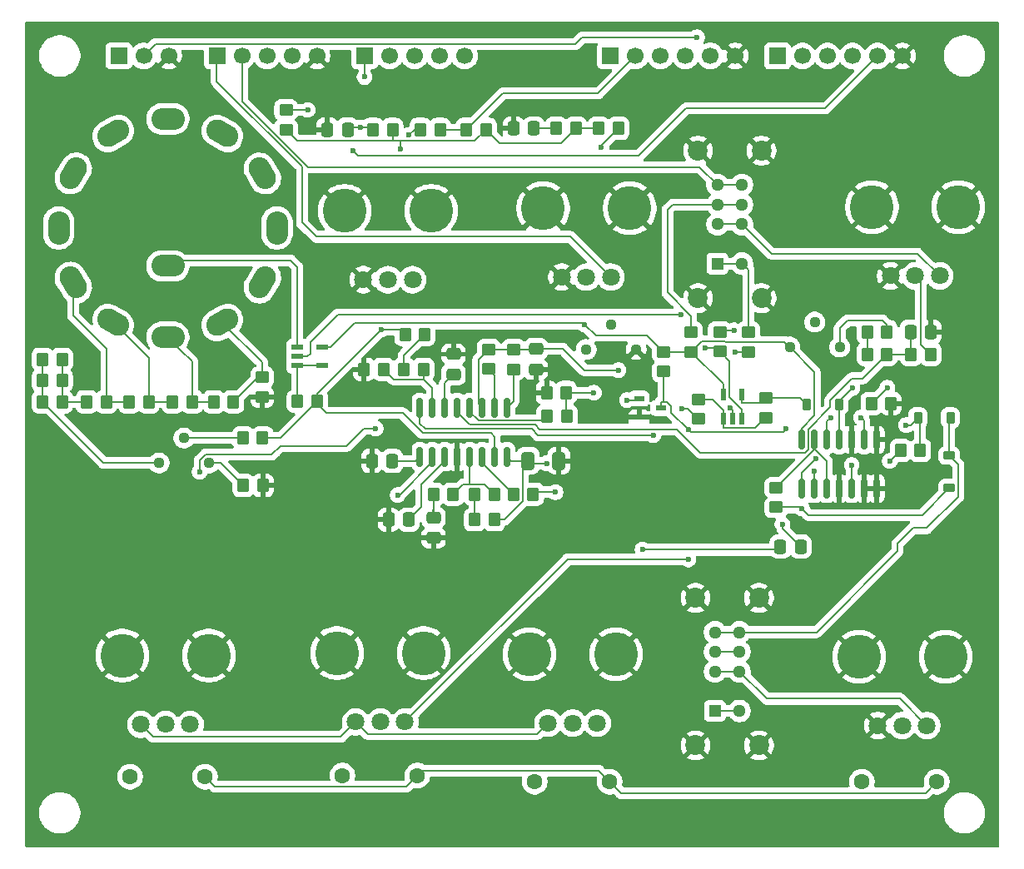
<source format=gbr>
%TF.GenerationSoftware,KiCad,Pcbnew,9.0.3*%
%TF.CreationDate,2025-10-30T19:50:34+09:00*%
%TF.ProjectId,VCOBoard,56434f42-6f61-4726-942e-6b696361645f,rev?*%
%TF.SameCoordinates,Original*%
%TF.FileFunction,Copper,L1,Top*%
%TF.FilePolarity,Positive*%
%FSLAX46Y46*%
G04 Gerber Fmt 4.6, Leading zero omitted, Abs format (unit mm)*
G04 Created by KiCad (PCBNEW 9.0.3) date 2025-10-30 19:50:34*
%MOMM*%
%LPD*%
G01*
G04 APERTURE LIST*
G04 Aperture macros list*
%AMRoundRect*
0 Rectangle with rounded corners*
0 $1 Rounding radius*
0 $2 $3 $4 $5 $6 $7 $8 $9 X,Y pos of 4 corners*
0 Add a 4 corners polygon primitive as box body*
4,1,4,$2,$3,$4,$5,$6,$7,$8,$9,$2,$3,0*
0 Add four circle primitives for the rounded corners*
1,1,$1+$1,$2,$3*
1,1,$1+$1,$4,$5*
1,1,$1+$1,$6,$7*
1,1,$1+$1,$8,$9*
0 Add four rect primitives between the rounded corners*
20,1,$1+$1,$2,$3,$4,$5,0*
20,1,$1+$1,$4,$5,$6,$7,0*
20,1,$1+$1,$6,$7,$8,$9,0*
20,1,$1+$1,$8,$9,$2,$3,0*%
%AMHorizOval*
0 Thick line with rounded ends*
0 $1 width*
0 $2 $3 position (X,Y) of the first rounded end (center of the circle)*
0 $4 $5 position (X,Y) of the second rounded end (center of the circle)*
0 Add line between two ends*
20,1,$1,$2,$3,$4,$5,0*
0 Add two circle primitives to create the rounded ends*
1,1,$1,$2,$3*
1,1,$1,$4,$5*%
G04 Aperture macros list end*
%TA.AperFunction,SMDPad,CuDef*%
%ADD10RoundRect,0.250000X-0.450000X0.350000X-0.450000X-0.350000X0.450000X-0.350000X0.450000X0.350000X0*%
%TD*%
%TA.AperFunction,SMDPad,CuDef*%
%ADD11RoundRect,0.250000X0.350000X0.450000X-0.350000X0.450000X-0.350000X-0.450000X0.350000X-0.450000X0*%
%TD*%
%TA.AperFunction,SMDPad,CuDef*%
%ADD12RoundRect,0.250000X0.450000X-0.350000X0.450000X0.350000X-0.450000X0.350000X-0.450000X-0.350000X0*%
%TD*%
%TA.AperFunction,ComponentPad*%
%ADD13R,1.700000X1.700000*%
%TD*%
%TA.AperFunction,ComponentPad*%
%ADD14C,1.700000*%
%TD*%
%TA.AperFunction,ComponentPad*%
%ADD15C,1.600000*%
%TD*%
%TA.AperFunction,SMDPad,CuDef*%
%ADD16RoundRect,0.250000X-0.350000X-0.450000X0.350000X-0.450000X0.350000X0.450000X-0.350000X0.450000X0*%
%TD*%
%TA.AperFunction,SMDPad,CuDef*%
%ADD17RoundRect,0.250000X-0.475000X0.337500X-0.475000X-0.337500X0.475000X-0.337500X0.475000X0.337500X0*%
%TD*%
%TA.AperFunction,SMDPad,CuDef*%
%ADD18RoundRect,0.250000X0.475000X-0.337500X0.475000X0.337500X-0.475000X0.337500X-0.475000X-0.337500X0*%
%TD*%
%TA.AperFunction,SMDPad,CuDef*%
%ADD19R,1.200000X0.600000*%
%TD*%
%TA.AperFunction,ComponentPad*%
%ADD20C,1.800000*%
%TD*%
%TA.AperFunction,ComponentPad*%
%ADD21C,4.455000*%
%TD*%
%TA.AperFunction,ComponentPad*%
%ADD22C,1.120000*%
%TD*%
%TA.AperFunction,ComponentPad*%
%ADD23R,1.200000X1.200000*%
%TD*%
%TA.AperFunction,ComponentPad*%
%ADD24C,1.286000*%
%TD*%
%TA.AperFunction,ComponentPad*%
%ADD25C,2.025000*%
%TD*%
%TA.AperFunction,SMDPad,CuDef*%
%ADD26RoundRect,0.250000X-0.412500X-0.650000X0.412500X-0.650000X0.412500X0.650000X-0.412500X0.650000X0*%
%TD*%
%TA.AperFunction,SMDPad,CuDef*%
%ADD27RoundRect,0.250000X0.337500X0.475000X-0.337500X0.475000X-0.337500X-0.475000X0.337500X-0.475000X0*%
%TD*%
%TA.AperFunction,SMDPad,CuDef*%
%ADD28RoundRect,0.250000X-0.337500X-0.475000X0.337500X-0.475000X0.337500X0.475000X-0.337500X0.475000X0*%
%TD*%
%TA.AperFunction,SMDPad,CuDef*%
%ADD29R,1.100000X0.600000*%
%TD*%
%TA.AperFunction,ComponentPad*%
%ADD30HorizOval,2.200000X-0.519615X-0.300000X0.519615X0.300000X0*%
%TD*%
%TA.AperFunction,ComponentPad*%
%ADD31O,3.400000X2.200000*%
%TD*%
%TA.AperFunction,ComponentPad*%
%ADD32HorizOval,2.200000X-0.519615X0.300000X0.519615X-0.300000X0*%
%TD*%
%TA.AperFunction,ComponentPad*%
%ADD33HorizOval,2.200000X-0.300000X0.519615X0.300000X-0.519615X0*%
%TD*%
%TA.AperFunction,ComponentPad*%
%ADD34O,2.200000X3.400000*%
%TD*%
%TA.AperFunction,ComponentPad*%
%ADD35HorizOval,2.200000X0.300000X0.519615X-0.300000X-0.519615X0*%
%TD*%
%TA.AperFunction,ComponentPad*%
%ADD36HorizOval,2.200000X0.519615X0.300000X-0.519615X-0.300000X0*%
%TD*%
%TA.AperFunction,ComponentPad*%
%ADD37HorizOval,2.200000X0.519615X-0.300000X-0.519615X0.300000X0*%
%TD*%
%TA.AperFunction,ComponentPad*%
%ADD38HorizOval,2.200000X0.300000X-0.519615X-0.300000X0.519615X0*%
%TD*%
%TA.AperFunction,ComponentPad*%
%ADD39HorizOval,2.200000X-0.300000X-0.519615X0.300000X0.519615X0*%
%TD*%
%TA.AperFunction,SMDPad,CuDef*%
%ADD40RoundRect,0.225000X-0.375000X0.225000X-0.375000X-0.225000X0.375000X-0.225000X0.375000X0.225000X0*%
%TD*%
%TA.AperFunction,SMDPad,CuDef*%
%ADD41RoundRect,0.150000X0.150000X-0.825000X0.150000X0.825000X-0.150000X0.825000X-0.150000X-0.825000X0*%
%TD*%
%TA.AperFunction,SMDPad,CuDef*%
%ADD42RoundRect,0.225000X0.225000X0.375000X-0.225000X0.375000X-0.225000X-0.375000X0.225000X-0.375000X0*%
%TD*%
%TA.AperFunction,SMDPad,CuDef*%
%ADD43R,0.600000X1.200000*%
%TD*%
%TA.AperFunction,SMDPad,CuDef*%
%ADD44RoundRect,0.150000X-0.150000X0.850000X-0.150000X-0.850000X0.150000X-0.850000X0.150000X0.850000X0*%
%TD*%
%TA.AperFunction,ViaPad*%
%ADD45C,0.600000*%
%TD*%
%TA.AperFunction,Conductor*%
%ADD46C,0.200000*%
%TD*%
G04 APERTURE END LIST*
D10*
%TO.P,R114,1*%
%TO.N,CV*%
X113009000Y-53489000D03*
%TO.P,R114,2*%
%TO.N,Vfci*%
X113009000Y-55489000D03*
%TD*%
D11*
%TO.P,R39,1*%
%TO.N,RANGE_16*%
X107664000Y-83185000D03*
%TO.P,R39,2*%
%TO.N,RANGE_8*%
X105664000Y-83185000D03*
%TD*%
D12*
%TO.P,R2,1*%
%TO.N,Net-(IC1-INPUT_+)*%
X161777000Y-84778000D03*
%TO.P,R2,2*%
%TO.N,Net-(D1-A)*%
X161777000Y-82778000D03*
%TD*%
D13*
%TO.P,J3,1,Pin_1*%
%TO.N,unconnected-(J3-Pin_1-Pad1)*%
X96000000Y-48000000D03*
D14*
%TO.P,J3,2,Pin_2*%
%TO.N,EnvFlt*%
X98540000Y-48000000D03*
%TO.P,J3,3,Pin_3*%
%TO.N,GNDA*%
X101080000Y-48000000D03*
%TD*%
D15*
%TO.P,R12,1*%
%TO.N,Net-(VR6-WIPER)*%
X138303000Y-121827000D03*
%TO.P,R12,2*%
%TO.N,Net-(C1-Pad1)*%
X145923000Y-121827000D03*
%TD*%
D11*
%TO.P,R191,1*%
%TO.N,Net-(VR7-WIPER)*%
X178565000Y-78349000D03*
%TO.P,R191,2*%
%TO.N,Vpwm*%
X176565000Y-78349000D03*
%TD*%
D16*
%TO.P,R1250,1*%
%TO.N,Vfci*%
X125111000Y-76327000D03*
%TO.P,R1250,2*%
%TO.N,Net-(R125-Pad1)*%
X127111000Y-76327000D03*
%TD*%
D17*
%TO.P,C51,1*%
%TO.N,GNDA*%
X130048000Y-78337500D03*
%TO.P,C51,2*%
%TO.N,Net-(C51-Pad2)*%
X130048000Y-80412500D03*
%TD*%
D11*
%TO.P,R113,1*%
%TO.N,Vfci*%
X142497000Y-55372000D03*
%TO.P,R113,2*%
%TO.N,Net-(C48-Pad2)*%
X140497000Y-55372000D03*
%TD*%
D16*
%TO.P,R1190,1*%
%TO.N,Net-(R119-Pad2)*%
X132200500Y-95163000D03*
%TO.P,R1190,2*%
%TO.N,+12VA*%
X134200500Y-95163000D03*
%TD*%
%TO.P,R112,1*%
%TO.N,Net-(IC4-INPUT_-)*%
X114169000Y-83124000D03*
%TO.P,R112,2*%
%TO.N,Vfci*%
X116169000Y-83124000D03*
%TD*%
D11*
%TO.P,R119,1*%
%TO.N,Net-(IC5-Pad13)*%
X134200500Y-92583000D03*
%TO.P,R119,2*%
%TO.N,Net-(R119-Pad2)*%
X132200500Y-92583000D03*
%TD*%
%TO.P,R44,1*%
%TO.N,Net-(R42-Pad2)*%
X90233000Y-81026000D03*
%TO.P,R44,2*%
%TO.N,+5VA*%
X88233000Y-81026000D03*
%TD*%
D18*
%TO.P,C50,1*%
%TO.N,GNDA*%
X138430000Y-79867000D03*
%TO.P,C50,2*%
%TO.N,-5VA*%
X138430000Y-77792000D03*
%TD*%
D19*
%TO.P,IC4,1,INPUT_+*%
%TO.N,RANGE_C*%
X114157000Y-77597000D03*
%TO.P,IC4,2,VEE*%
%TO.N,-12VA*%
X114157000Y-78547000D03*
%TO.P,IC4,3,INPUT_-*%
%TO.N,Net-(IC4-INPUT_-)*%
X114157000Y-79497000D03*
%TO.P,IC4,4,OUTPUT*%
X116657000Y-79497000D03*
%TO.P,IC4,5,VCC*%
%TO.N,+12VA*%
X116657000Y-77597000D03*
%TD*%
D20*
%TO.P,VR7,1,CCW*%
%TO.N,GNDA*%
X174493000Y-70373000D03*
%TO.P,VR7,2,WIPER*%
%TO.N,Net-(VR7-WIPER)*%
X176993000Y-70373000D03*
%TO.P,VR7,3,CW*%
%TO.N,PWMSource*%
X179493000Y-70373000D03*
D21*
%TO.P,VR7,MH1,MH1*%
%TO.N,GNDA*%
X172593000Y-63373000D03*
%TO.P,VR7,MH2,MH2*%
X181393000Y-63373000D03*
%TD*%
D11*
%TO.P,R4,1*%
%TO.N,GNDA*%
X174532800Y-83362800D03*
%TO.P,R4,2*%
%TO.N,Net-(D1-K)*%
X172532800Y-83362800D03*
%TD*%
D16*
%TO.P,R16,1*%
%TO.N,Net-(VR1-CW)*%
X126670000Y-55489000D03*
%TO.P,R16,2*%
%TO.N,+5VA*%
X128670000Y-55489000D03*
%TD*%
D22*
%TO.P,VR27,1,CCW*%
%TO.N,Net-(VR27-CCW)*%
X143529000Y-77867000D03*
%TO.P,VR27,2,WIPER*%
X146069000Y-75327000D03*
%TO.P,VR27,3,CW*%
%TO.N,GNDA*%
X148609000Y-77867000D03*
%TD*%
D12*
%TO.P,R6,1*%
%TO.N,VPseparate*%
X151403000Y-80111000D03*
%TO.P,R6,2*%
%TO.N,+12VA*%
X151403000Y-78111000D03*
%TD*%
D16*
%TO.P,R118,1*%
%TO.N,Net-(IC5-Pad14)*%
X136137500Y-92583000D03*
%TO.P,R118,2*%
%TO.N,Net-(VR27-CCW)*%
X138137500Y-92583000D03*
%TD*%
D20*
%TO.P,VR5,1,CCW*%
%TO.N,GNDA*%
X141055000Y-70500000D03*
%TO.P,VR5,2,WIPER*%
%TO.N,Net-(VR5-WIPER)*%
X143555000Y-70500000D03*
%TO.P,VR5,3,CW*%
%TO.N,Sine*%
X146055000Y-70500000D03*
D21*
%TO.P,VR5,MH1,MH1*%
%TO.N,GNDA*%
X139155000Y-63500000D03*
%TO.P,VR5,MH2,MH2*%
X147955000Y-63500000D03*
%TD*%
D23*
%TO.P,S1,1,NC_1*%
%TO.N,Sub1oct*%
X156631000Y-114619000D03*
D24*
%TO.P,S1,2,NC_2*%
%TO.N,Sub2oct*%
X156631000Y-108619000D03*
%TO.P,S1,3,NC_3*%
%TO.N,Sub2octPW*%
X156631000Y-106619000D03*
%TO.P,S1,4,NO_1*%
%TO.N,Sub1oct*%
X159131000Y-114619000D03*
%TO.P,S1,5,NO_2*%
%TO.N,Sub2oct*%
X159131000Y-108619000D03*
%TO.P,S1,6,NO_3*%
%TO.N,Sub2octPW*%
X159131000Y-106619000D03*
D25*
%TO.P,S1,7,GND_1*%
%TO.N,GNDA*%
X154656000Y-118129000D03*
%TO.P,S1,8,GND_2*%
X154656000Y-103129000D03*
%TO.P,S1,9,GND_3*%
X161106000Y-118129000D03*
%TO.P,S1,10,GND_4*%
X161106000Y-103129000D03*
D24*
%TO.P,S1,C1,COM_1*%
%TO.N,SubVP*%
X156631000Y-110619000D03*
%TO.P,S1,C2,COM_2*%
X159131000Y-110619000D03*
%TD*%
D10*
%TO.P,R120,1*%
%TO.N,-5VA*%
X136144000Y-77867000D03*
%TO.P,R120,2*%
%TO.N,Net-(IC5-Pad1)*%
X136144000Y-79867000D03*
%TD*%
D22*
%TO.P,VR21,1,CCW*%
%TO.N,+12VA*%
X164230000Y-77613000D03*
%TO.P,VR21,2,WIPER*%
%TO.N,Net-(VR21-CW)*%
X166770000Y-75073000D03*
%TO.P,VR21,3,CW*%
X169310000Y-77613000D03*
%TD*%
D11*
%TO.P,R41,1*%
%TO.N,RANGE_4*%
X99044000Y-83185000D03*
%TO.P,R41,2*%
%TO.N,RANGE_2*%
X97044000Y-83185000D03*
%TD*%
D16*
%TO.P,R116,1*%
%TO.N,Net-(VR20-WIPER)*%
X108632000Y-86868000D03*
%TO.P,R116,2*%
%TO.N,Vfci*%
X110632000Y-86868000D03*
%TD*%
%TO.P,R3,1*%
%TO.N,VP*%
X139563600Y-84632800D03*
%TO.P,R3,2*%
%TO.N,Net-(Q1-B)*%
X141563600Y-84632800D03*
%TD*%
D15*
%TO.P,R11,1*%
%TO.N,Net-(VR4-WIPER)*%
X118745000Y-121192000D03*
%TO.P,R11,2*%
%TO.N,Net-(C1-Pad1)*%
X126365000Y-121192000D03*
%TD*%
D10*
%TO.P,R55,1*%
%TO.N,PWM_S_MAN*%
X154197000Y-76095000D03*
%TO.P,R55,2*%
%TO.N,+12VA*%
X154197000Y-78095000D03*
%TD*%
%TO.P,R121,1*%
%TO.N,-5VA*%
X133604000Y-77851000D03*
%TO.P,R121,2*%
%TO.N,Net-(IC5-Pad2)*%
X133604000Y-79851000D03*
%TD*%
D11*
%TO.P,R117,1*%
%TO.N,GNDA*%
X110648000Y-91694000D03*
%TO.P,R117,2*%
%TO.N,Net-(VR20-CW)*%
X108648000Y-91694000D03*
%TD*%
D26*
%TO.P,C49,1*%
%TO.N,+12VA*%
X137629500Y-89194000D03*
%TO.P,C49,2*%
%TO.N,GNDA*%
X140754500Y-89194000D03*
%TD*%
D20*
%TO.P,VR3,1,CCW*%
%TO.N,+5VA*%
X98256000Y-116000000D03*
%TO.P,VR3,2,WIPER*%
%TO.N,Net-(VR3-WIPER)*%
X100756000Y-116000000D03*
%TO.P,VR3,3,CW*%
%TO.N,Vtri*%
X103256000Y-116000000D03*
D21*
%TO.P,VR3,MH1,MH1*%
%TO.N,GNDA*%
X96356000Y-109000000D03*
%TO.P,VR3,MH2,MH2*%
X105156000Y-109000000D03*
%TD*%
D20*
%TO.P,VR4,1,CCW*%
%TO.N,+5VA*%
X120100000Y-115746000D03*
%TO.P,VR4,2,WIPER*%
%TO.N,Net-(VR4-WIPER)*%
X122600000Y-115746000D03*
%TO.P,VR4,3,CW*%
%TO.N,VPseparate*%
X125100000Y-115746000D03*
D21*
%TO.P,VR4,MH1,MH1*%
%TO.N,GNDA*%
X118200000Y-108746000D03*
%TO.P,VR4,MH2,MH2*%
X127000000Y-108746000D03*
%TD*%
D27*
%TO.P,C42,1*%
%TO.N,GNDA*%
X178602500Y-76063000D03*
%TO.P,C42,2*%
%TO.N,Vpwm*%
X176527500Y-76063000D03*
%TD*%
D28*
%TO.P,C13,1*%
%TO.N,GNDA*%
X117197000Y-55489000D03*
%TO.P,C13,2*%
%TO.N,Net-(VR1-WIPER)*%
X119272000Y-55489000D03*
%TD*%
D16*
%TO.P,R17,1*%
%TO.N,Net-(VR1-WIPER)*%
X121844000Y-55489000D03*
%TO.P,R17,2*%
%TO.N,Vfci*%
X123844000Y-55489000D03*
%TD*%
D20*
%TO.P,VR2,1,CCW*%
%TO.N,GNDA*%
X173181000Y-116112000D03*
%TO.P,VR2,2,WIPER*%
%TO.N,Net-(VR2-WIPER)*%
X175681000Y-116112000D03*
%TO.P,VR2,3,CW*%
%TO.N,SubVP*%
X178181000Y-116112000D03*
D21*
%TO.P,VR2,MH1,MH1*%
%TO.N,GNDA*%
X171281000Y-109112000D03*
%TO.P,VR2,MH2,MH2*%
X180081000Y-109112000D03*
%TD*%
D29*
%TO.P,Q1,1,B*%
%TO.N,Net-(Q1-B)*%
X148906000Y-82860000D03*
%TO.P,Q1,2,E*%
%TO.N,GNDA*%
X148906000Y-84760000D03*
%TO.P,Q1,3,C*%
%TO.N,VPseparate*%
X151106000Y-83810000D03*
%TD*%
D10*
%TO.P,R193,1*%
%TO.N,Triangle*%
X157118000Y-76079000D03*
%TO.P,R193,2*%
%TO.N,+5VA*%
X157118000Y-78079000D03*
%TD*%
D15*
%TO.P,R9,1*%
%TO.N,Net-(VR2-WIPER)*%
X171577000Y-121827000D03*
%TO.P,R9,2*%
%TO.N,Net-(C1-Pad1)*%
X179197000Y-121827000D03*
%TD*%
D12*
%TO.P,R38,1*%
%TO.N,GNDA*%
X110591600Y-82686400D03*
%TO.P,R38,2*%
%TO.N,RANGE_16*%
X110591600Y-80686400D03*
%TD*%
D11*
%TO.P,R127,1*%
%TO.N,Net-(IC5-Pad13)*%
X129993500Y-92583000D03*
%TO.P,R127,2*%
%TO.N,Net-(C55-Pad2)*%
X127993500Y-92583000D03*
%TD*%
%TO.P,R102,1*%
%TO.N,Vpwm*%
X174120000Y-78349000D03*
%TO.P,R102,2*%
%TO.N,Net-(R101-Pad1)*%
X172120000Y-78349000D03*
%TD*%
D13*
%TO.P,J4,1,Pin_1*%
%TO.N,Sine*%
X106000000Y-48000000D03*
D14*
%TO.P,J4,2,Pin_2*%
%TO.N,Triangle*%
X108540000Y-48000000D03*
%TO.P,J4,3,Pin_3*%
%TO.N,Square*%
X111080000Y-48000000D03*
%TO.P,J4,4,Pin_4*%
%TO.N,Randum*%
X113620000Y-48000000D03*
%TO.P,J4,5,Pin_5*%
%TO.N,GNDA*%
X116160000Y-48000000D03*
%TD*%
D16*
%TO.P,R8,1*%
%TO.N,Net-(IC2A-Q)*%
X175509000Y-88128000D03*
%TO.P,R8,2*%
%TO.N,Sub2oct*%
X177509000Y-88128000D03*
%TD*%
D10*
%TO.P,R7,1*%
%TO.N,Net-(IC2A-C)*%
X162864800Y-91913200D03*
%TO.P,R7,2*%
%TO.N,Sub1oct*%
X162864800Y-93913200D03*
%TD*%
D11*
%TO.P,R45,1*%
%TO.N,Net-(R42-Pad2)*%
X90249000Y-78867000D03*
%TO.P,R45,2*%
%TO.N,+5VA*%
X88249000Y-78867000D03*
%TD*%
%TO.P,R42,1*%
%TO.N,RANGE_2*%
X94726000Y-83185000D03*
%TO.P,R42,2*%
%TO.N,Net-(R42-Pad2)*%
X92726000Y-83185000D03*
%TD*%
D18*
%TO.P,C55,1*%
%TO.N,GNDA*%
X128016000Y-97020200D03*
%TO.P,C55,2*%
%TO.N,Net-(C55-Pad2)*%
X128016000Y-94945200D03*
%TD*%
D16*
%TO.P,R126,1*%
%TO.N,GNDA*%
X120936000Y-79883000D03*
%TO.P,R126,2*%
%TO.N,Net-(IC5-Pad7)*%
X122936000Y-79883000D03*
%TD*%
D22*
%TO.P,VR20,1,CCW*%
%TO.N,+5VA*%
X100092000Y-89408000D03*
%TO.P,VR20,2,WIPER*%
%TO.N,Net-(VR20-WIPER)*%
X102632000Y-86868000D03*
%TO.P,VR20,3,CW*%
%TO.N,Net-(VR20-CW)*%
X105172000Y-89408000D03*
%TD*%
D30*
%TO.P,S3,1,NO_1*%
%TO.N,RANGE_16*%
X106540400Y-75119700D03*
D31*
%TO.P,S3,2,NO_2*%
%TO.N,RANGE_8*%
X100990404Y-76606816D03*
D32*
%TO.P,S3,3,NO_3*%
%TO.N,RANGE_4*%
X95440393Y-75119700D03*
D33*
%TO.P,S3,4,NO_4*%
%TO.N,RANGE_2*%
X91377513Y-71056820D03*
D34*
%TO.P,S3,5,NO_5*%
%TO.N,unconnected-(S3-NO_5-Pad5)*%
X89890404Y-65506817D03*
D35*
%TO.P,S3,6,NO_6*%
%TO.N,unconnected-(S3-NO_6-Pad6)*%
X91377520Y-59956819D03*
D36*
%TO.P,S3,7,NO_7*%
%TO.N,unconnected-(S3-NO_7-Pad7)*%
X95440399Y-55893939D03*
D31*
%TO.P,S3,8,NO_8*%
%TO.N,unconnected-(S3-NO_8-Pad8)*%
X100990404Y-54406817D03*
D37*
%TO.P,S3,9,NO_9*%
%TO.N,unconnected-(S3-NO_9-Pad9)*%
X106540400Y-55893933D03*
D38*
%TO.P,S3,10,NO_10*%
%TO.N,unconnected-(S3-NO_10-Pad10)*%
X110603280Y-59956813D03*
D34*
%TO.P,S3,11,NO_11*%
%TO.N,unconnected-(S3-NO_11-Pad11)*%
X112090403Y-65506819D03*
D39*
%TO.P,S3,12,NO_12*%
%TO.N,unconnected-(S3-NO_12-Pad12)*%
X110603279Y-71056820D03*
D31*
%TO.P,S3,A1,COM*%
%TO.N,RANGE_C*%
X100990397Y-69356815D03*
%TD*%
D28*
%TO.P,C52,1*%
%TO.N,GNDA*%
X121746100Y-89204800D03*
%TO.P,C52,2*%
%TO.N,Net-(C52-Pad2)*%
X123821100Y-89204800D03*
%TD*%
D40*
%TO.P,D2,1,K*%
%TO.N,Sub2octPW*%
X180446000Y-88638000D03*
%TO.P,D2,2,A*%
%TO.N,Sub1oct*%
X180446000Y-91938000D03*
%TD*%
D23*
%TO.P,S2,1,NC_1*%
%TO.N,PWM_S_ENV*%
X156885000Y-69124000D03*
D24*
%TO.P,S2,2,NC_2*%
%TO.N,PWM_S_MAN*%
X156885000Y-63124000D03*
%TO.P,S2,3,NC_3*%
%TO.N,Triangle*%
X156885000Y-61124000D03*
%TO.P,S2,4,NO_1*%
%TO.N,PWM_S_ENV*%
X159385000Y-69124000D03*
%TO.P,S2,5,NO_2*%
%TO.N,PWM_S_MAN*%
X159385000Y-63124000D03*
%TO.P,S2,6,NO_3*%
%TO.N,Triangle*%
X159385000Y-61124000D03*
D25*
%TO.P,S2,7,GND_1*%
%TO.N,GNDA*%
X154910000Y-72634000D03*
%TO.P,S2,8,GND_2*%
X154910000Y-57634000D03*
%TO.P,S2,9,GND_3*%
X161360000Y-72634000D03*
%TO.P,S2,10,GND_4*%
X161360000Y-57634000D03*
D24*
%TO.P,S2,C1,COM_1*%
%TO.N,PWMSource*%
X156885000Y-65124000D03*
%TO.P,S2,C2,COM_2*%
X159385000Y-65124000D03*
%TD*%
D41*
%TO.P,IC2,1,Q*%
%TO.N,Net-(IC2A-Q)*%
X165460000Y-92000000D03*
%TO.P,IC2,2,~{Q}*%
%TO.N,Net-(IC2A-D)*%
X166730000Y-92000000D03*
%TO.P,IC2,3,C*%
%TO.N,Net-(IC2A-C)*%
X168000000Y-92000000D03*
%TO.P,IC2,4,R*%
%TO.N,GNDA*%
X169270000Y-92000000D03*
%TO.P,IC2,5,D*%
%TO.N,Net-(IC2A-D)*%
X170540000Y-92000000D03*
%TO.P,IC2,6,S*%
%TO.N,GNDA*%
X171810000Y-92000000D03*
%TO.P,IC2,7,VSS*%
X173080000Y-92000000D03*
%TO.P,IC2,8,S*%
X173080000Y-87050000D03*
%TO.P,IC2,9,D*%
%TO.N,Net-(IC2B-D)*%
X171810000Y-87050000D03*
%TO.P,IC2,10,R*%
%TO.N,GNDA*%
X170540000Y-87050000D03*
%TO.P,IC2,11,C*%
%TO.N,Net-(D1-K)*%
X169270000Y-87050000D03*
%TO.P,IC2,12,~{Q}*%
%TO.N,Net-(IC2B-D)*%
X168000000Y-87050000D03*
%TO.P,IC2,13,Q*%
%TO.N,Net-(IC2A-C)*%
X166730000Y-87050000D03*
%TO.P,IC2,14,VDD*%
%TO.N,+12VA*%
X165460000Y-87050000D03*
%TD*%
D20*
%TO.P,VR6,1,CCW*%
%TO.N,+5VA*%
X139658000Y-115873000D03*
%TO.P,VR6,2,WIPER*%
%TO.N,Net-(VR6-WIPER)*%
X142158000Y-115873000D03*
%TO.P,VR6,3,CW*%
%TO.N,Vso*%
X144658000Y-115873000D03*
D21*
%TO.P,VR6,MH1,MH1*%
%TO.N,GNDA*%
X137758000Y-108873000D03*
%TO.P,VR6,MH2,MH2*%
X146558000Y-108873000D03*
%TD*%
D28*
%TO.P,C48,1*%
%TO.N,GNDA*%
X136141500Y-55372000D03*
%TO.P,C48,2*%
%TO.N,Net-(C48-Pad2)*%
X138216500Y-55372000D03*
%TD*%
%TO.P,C53,1*%
%TO.N,GNDA*%
X123422500Y-95163000D03*
%TO.P,C53,2*%
%TO.N,Net-(C53-Pad2)*%
X125497500Y-95163000D03*
%TD*%
%TO.P,C1,1*%
%TO.N,Net-(C1-Pad1)*%
X163279000Y-97917000D03*
%TO.P,C1,2*%
%TO.N,VCOWave*%
X165354000Y-97917000D03*
%TD*%
D42*
%TO.P,D1,1,K*%
%TO.N,Net-(D1-K)*%
X169269000Y-83429000D03*
%TO.P,D1,2,A*%
%TO.N,Net-(D1-A)*%
X165969000Y-83429000D03*
%TD*%
D43*
%TO.P,IC1,1,INPUT_+*%
%TO.N,Net-(IC1-INPUT_+)*%
X157464000Y-84921000D03*
%TO.P,IC1,2,VEE*%
%TO.N,-12VA*%
X158414000Y-84921000D03*
%TO.P,IC1,3,INPUT_-*%
%TO.N,+5VA*%
X159364000Y-84921000D03*
%TO.P,IC1,4,OUTPUT*%
%TO.N,Net-(D1-A)*%
X159364000Y-82421000D03*
%TO.P,IC1,5,VCC*%
%TO.N,+12VA*%
X157464000Y-82421000D03*
%TD*%
D12*
%TO.P,R1,1*%
%TO.N,Vso*%
X154919000Y-84921000D03*
%TO.P,R1,2*%
%TO.N,Net-(IC1-INPUT_+)*%
X154919000Y-82921000D03*
%TD*%
D16*
%TO.P,R125,1*%
%TO.N,Net-(R125-Pad1)*%
X125000000Y-79883000D03*
%TO.P,R125,2*%
%TO.N,Net-(IC5-Pad7)*%
X127000000Y-79883000D03*
%TD*%
D11*
%TO.P,R43,1*%
%TO.N,Net-(R42-Pad2)*%
X90233000Y-83185000D03*
%TO.P,R43,2*%
%TO.N,+5VA*%
X88233000Y-83185000D03*
%TD*%
D16*
%TO.P,R5,1*%
%TO.N,GNDA*%
X139512800Y-82245200D03*
%TO.P,R5,2*%
%TO.N,Net-(Q1-B)*%
X141512800Y-82245200D03*
%TD*%
D12*
%TO.P,R214,1*%
%TO.N,EnvFlt*%
X160039000Y-78095000D03*
%TO.P,R214,2*%
%TO.N,PWM_S_ENV*%
X160039000Y-76095000D03*
%TD*%
D15*
%TO.P,R10,1*%
%TO.N,Net-(VR3-WIPER)*%
X97155000Y-121319000D03*
%TO.P,R10,2*%
%TO.N,Net-(C1-Pad1)*%
X104775000Y-121319000D03*
%TD*%
D13*
%TO.P,J2,1,Pin_1*%
%TO.N,CV*%
X121000000Y-48000000D03*
D14*
%TO.P,J2,2,Pin_2*%
%TO.N,unconnected-(J2-Pin_2-Pad2)*%
X123540000Y-48000000D03*
%TO.P,J2,3,Pin_3*%
%TO.N,unconnected-(J2-Pin_3-Pad3)*%
X126080000Y-48000000D03*
%TO.P,J2,4,Pin_4*%
%TO.N,unconnected-(J2-Pin_4-Pad4)*%
X128620000Y-48000000D03*
%TO.P,J2,5,Pin_5*%
%TO.N,unconnected-(J2-Pin_5-Pad5)*%
X131160000Y-48000000D03*
%TD*%
D44*
%TO.P,IC5,1,1*%
%TO.N,Net-(IC5-Pad1)*%
X135509000Y-83773000D03*
%TO.P,IC5,2,2*%
%TO.N,Net-(IC5-Pad2)*%
X134239000Y-83773000D03*
%TO.P,IC5,3,3*%
%TO.N,-5VA*%
X132969000Y-83773000D03*
%TO.P,IC5,4,4*%
%TO.N,VP*%
X131699000Y-83773000D03*
%TO.P,IC5,5,5*%
%TO.N,Vpwm*%
X130429000Y-83773000D03*
%TO.P,IC5,6,6*%
%TO.N,Net-(C51-Pad2)*%
X129159000Y-83773000D03*
%TO.P,IC5,7,7*%
%TO.N,Net-(IC5-Pad7)*%
X127889000Y-83773000D03*
%TO.P,IC5,8,8*%
%TO.N,Vso*%
X126619000Y-83773000D03*
%TO.P,IC5,9,9*%
%TO.N,Net-(C52-Pad2)*%
X126619000Y-88773000D03*
%TO.P,IC5,10,10*%
%TO.N,Vtri*%
X127889000Y-88773000D03*
%TO.P,IC5,11,11*%
%TO.N,Net-(C53-Pad2)*%
X129159000Y-88773000D03*
%TO.P,IC5,12,12*%
%TO.N,GNDA*%
X130429000Y-88773000D03*
%TO.P,IC5,13,13*%
%TO.N,Net-(IC5-Pad13)*%
X131699000Y-88773000D03*
%TO.P,IC5,14,14*%
%TO.N,Net-(IC5-Pad14)*%
X132969000Y-88773000D03*
%TO.P,IC5,15,15*%
%TO.N,Vfci*%
X134239000Y-88773000D03*
%TO.P,IC5,16,16*%
%TO.N,+12VA*%
X135509000Y-88773000D03*
%TD*%
D42*
%TO.P,D3,1,K*%
%TO.N,Sub2octPW*%
X180572000Y-84826000D03*
%TO.P,D3,2,A*%
%TO.N,Sub2oct*%
X177272000Y-84826000D03*
%TD*%
D13*
%TO.P,J6,1,Pin_1*%
%TO.N,+12VA*%
X146000000Y-48000000D03*
D14*
%TO.P,J6,2,Pin_2*%
%TO.N,+5VA*%
X148540000Y-48000000D03*
%TO.P,J6,3,Pin_3*%
%TO.N,-5VA*%
X151080000Y-48000000D03*
%TO.P,J6,4,Pin_4*%
%TO.N,-12VA*%
X153620000Y-48000000D03*
%TO.P,J6,5,Pin_5*%
%TO.N,unconnected-(J6-Pin_5-Pad5)*%
X156160000Y-48000000D03*
%TO.P,J6,6,Pin_6*%
%TO.N,GNDA*%
X158700000Y-48000000D03*
%TD*%
D13*
%TO.P,J1,1,Pin_1*%
%TO.N,VCOWave*%
X163000000Y-48006000D03*
D14*
%TO.P,J1,2,Pin_2*%
%TO.N,Vso*%
X165540000Y-48006000D03*
%TO.P,J1,3,Pin_3*%
%TO.N,VPseparate*%
X168080000Y-48006000D03*
%TO.P,J1,4,Pin_4*%
%TO.N,SubVP*%
X170620000Y-48006000D03*
%TO.P,J1,5,Pin_5*%
%TO.N,Vtri*%
X173160000Y-48006000D03*
%TO.P,J1,6,Pin_6*%
%TO.N,GNDA*%
X175700000Y-48006000D03*
%TD*%
D11*
%TO.P,R104,1*%
%TO.N,Net-(VR5-WIPER)*%
X146815000Y-55372000D03*
%TO.P,R104,2*%
%TO.N,Vfci*%
X144815000Y-55372000D03*
%TD*%
%TO.P,R40,1*%
%TO.N,RANGE_8*%
X103473000Y-83185000D03*
%TO.P,R40,2*%
%TO.N,RANGE_4*%
X101473000Y-83185000D03*
%TD*%
D16*
%TO.P,R101,1*%
%TO.N,Net-(R101-Pad1)*%
X172104000Y-76063000D03*
%TO.P,R101,2*%
%TO.N,Net-(VR21-CW)*%
X174104000Y-76063000D03*
%TD*%
D20*
%TO.P,VR1,1,CCW*%
%TO.N,GNDA*%
X120876000Y-70760300D03*
%TO.P,VR1,2,WIPER*%
%TO.N,Net-(VR1-WIPER)*%
X123376000Y-70760300D03*
%TO.P,VR1,3,CW*%
%TO.N,Net-(VR1-CW)*%
X125876000Y-70760300D03*
D21*
%TO.P,VR1,MH1,MH1*%
%TO.N,GNDA*%
X118976000Y-63760300D03*
%TO.P,VR1,MH2,MH2*%
X127776000Y-63760300D03*
%TD*%
D11*
%TO.P,R115,1*%
%TO.N,Vfci*%
X133353000Y-55489000D03*
%TO.P,R115,2*%
%TO.N,+5VA*%
X131353000Y-55489000D03*
%TD*%
D45*
%TO.N,Net-(VR27-CCW)*%
X140421000Y-92375000D03*
%TO.N,Net-(VR5-WIPER)*%
X145055000Y-57330500D03*
%TO.N,Net-(VR1-CW)*%
X125497000Y-56039600D03*
%TO.N,Net-(Q1-B)*%
X147676000Y-83007200D03*
X144323000Y-82245200D03*
%TO.N,CV*%
X115214000Y-53489000D03*
X121000000Y-50139600D03*
%TO.N,EnvFlt*%
X154813000Y-46101000D03*
X158640000Y-78097400D03*
%TO.N,Triangle*%
X158578000Y-75920600D03*
%TO.N,VPseparate*%
X153928000Y-86022100D03*
X153924000Y-99217800D03*
X163857800Y-85941300D03*
%TO.N,Vfci*%
X124661000Y-57507700D03*
X122739000Y-75805100D03*
%TO.N,Vso*%
X150371000Y-86585000D03*
X153258000Y-83872700D03*
%TO.N,Vtri*%
X104220000Y-90314000D03*
X124358000Y-92659200D03*
X122123000Y-85902800D03*
X119791700Y-57665000D03*
%TO.N,Net-(IC2B-D)*%
X168402000Y-84785200D03*
X171501000Y-84785200D03*
%TO.N,Net-(IC2A-Q)*%
X166903000Y-89001600D03*
X174396000Y-89204800D03*
%TO.N,Net-(IC2A-D)*%
X170536000Y-89611200D03*
X166726000Y-90271600D03*
%TO.N,+5VA*%
X155658000Y-77688600D03*
%TO.N,-12VA*%
X158211000Y-83773800D03*
X153196000Y-74317300D03*
%TO.N,Sub2oct*%
X176073000Y-85552200D03*
%TO.N,Sub1oct*%
X165468000Y-94010200D03*
%TO.N,Net-(D1-K)*%
X170586000Y-81788000D03*
X174142000Y-81737200D03*
%TO.N,-5VA*%
X146812000Y-79959200D03*
%TO.N,+12VA*%
X139519000Y-89437000D03*
X143368000Y-75316600D03*
%TO.N,Net-(VR1-WIPER)*%
X120552000Y-55280100D03*
%TO.N,Net-(C1-Pad1)*%
X149264000Y-98231100D03*
%TO.N,VCOWave*%
X163496300Y-95648100D03*
%TO.N,GNDA*%
X139802000Y-78740000D03*
X138989000Y-94792800D03*
X139954000Y-76454000D03*
X145745000Y-84480400D03*
X120752000Y-82804000D03*
%TD*%
D46*
%TO.N,+5VA*%
X135026000Y-51816000D02*
X131353000Y-55489000D01*
X148540000Y-48000000D02*
X144724000Y-51816000D01*
X144724000Y-51816000D02*
X135026000Y-51816000D01*
%TO.N,Vfci*%
X140973000Y-56896000D02*
X134760000Y-56896000D01*
X134760000Y-56896000D02*
X133353000Y-55489000D01*
X142497000Y-55372000D02*
X140973000Y-56896000D01*
%TO.N,PWMSource*%
X159385000Y-65124000D02*
X156885000Y-65124000D01*
X177223000Y-68103200D02*
X179493000Y-70373000D01*
X162364000Y-68103200D02*
X177223000Y-68103200D01*
X159385000Y-65124000D02*
X162364000Y-68103200D01*
%TO.N,PWM_S_ENV*%
X159385000Y-69124000D02*
X156885000Y-69124000D01*
X160039000Y-69778000D02*
X159385000Y-69124000D01*
X160039000Y-76095000D02*
X160039000Y-69778000D01*
%TO.N,Net-(VR7-WIPER)*%
X177565000Y-77349000D02*
X178565000Y-78349000D01*
X177565000Y-70945000D02*
X177565000Y-77349000D01*
X176993000Y-70373000D02*
X177565000Y-70945000D01*
%TO.N,Net-(R125-Pad1)*%
X125000000Y-78438000D02*
X125000000Y-79883000D01*
X127111000Y-76327000D02*
X125000000Y-78438000D01*
%TO.N,Net-(R119-Pad2)*%
X132200000Y-92583000D02*
X132200000Y-95163000D01*
X132200500Y-95163000D02*
X132200000Y-95163000D01*
X132200500Y-92583000D02*
X132200000Y-92583000D01*
%TO.N,Net-(VR27-CCW)*%
X138241500Y-92479000D02*
X138137500Y-92583000D01*
X138242000Y-92479000D02*
X138241500Y-92479000D01*
X138346000Y-92375000D02*
X138242000Y-92479000D01*
X140421000Y-92375000D02*
X138346000Y-92375000D01*
X138242000Y-92479000D02*
X138138000Y-92583000D01*
%TO.N,Net-(VR20-CW)*%
X106362000Y-89408000D02*
X108648000Y-91694000D01*
X105172000Y-89408000D02*
X106362000Y-89408000D01*
%TO.N,Net-(VR20-WIPER)*%
X102632000Y-86868000D02*
X108632000Y-86868000D01*
%TO.N,Net-(VR5-WIPER)*%
X145055000Y-57131600D02*
X145055000Y-57330500D01*
X146815000Y-55372000D02*
X145055000Y-57131600D01*
%TO.N,Net-(R101-Pad1)*%
X171950000Y-78519400D02*
X172120000Y-78349000D01*
X172120000Y-76079000D02*
X172104000Y-76063000D01*
X172120000Y-78349000D02*
X172120000Y-76079000D01*
%TO.N,Net-(VR21-CW)*%
X169310000Y-75698400D02*
X169310000Y-77613000D01*
X170129000Y-74879200D02*
X169310000Y-75698400D01*
X173685000Y-74879200D02*
X170129000Y-74879200D01*
X174104000Y-75298000D02*
X173685000Y-74879200D01*
X174104000Y-76063000D02*
X174104000Y-75298000D01*
%TO.N,PWM_S_MAN*%
X152319000Y-63124000D02*
X156885000Y-63124000D01*
X151790000Y-63652400D02*
X152319000Y-63124000D01*
X151790000Y-72061200D02*
X151790000Y-63652400D01*
X154197000Y-74467800D02*
X151790000Y-72061200D01*
X154197000Y-76095000D02*
X154197000Y-74467800D01*
X159385000Y-63124000D02*
X156885000Y-63124000D01*
%TO.N,Net-(R42-Pad2)*%
X92726000Y-83185000D02*
X90233000Y-83185000D01*
X90233000Y-81026000D02*
X90233000Y-83185000D01*
X90233000Y-78883000D02*
X90233000Y-81026000D01*
X90249000Y-78867000D02*
X90233000Y-78883000D01*
%TO.N,RANGE_2*%
X97044000Y-83185000D02*
X94726000Y-83185000D01*
X91338400Y-71095900D02*
X91377500Y-71056800D01*
X91338400Y-74371200D02*
X91338400Y-71095900D01*
X94726000Y-77758800D02*
X91338400Y-74371200D01*
X94726000Y-83185000D02*
X94726000Y-77758800D01*
%TO.N,RANGE_4*%
X99044000Y-78723300D02*
X95440400Y-75119700D01*
X99044000Y-83185000D02*
X99044000Y-78723300D01*
X101473000Y-83185000D02*
X99044000Y-83185000D01*
X101498000Y-83159600D02*
X101473000Y-83185000D01*
%TO.N,RANGE_8*%
X105664000Y-83185000D02*
X103473000Y-83185000D01*
X100990400Y-76607000D02*
X100990400Y-76606800D01*
X102231500Y-77848100D02*
X100990400Y-76607000D01*
X103473000Y-79089400D02*
X102231500Y-77848100D01*
X103473000Y-83185000D02*
X103473000Y-79089400D01*
X102231500Y-77848100D02*
X100990000Y-76606800D01*
%TO.N,RANGE_16*%
X110592000Y-80686400D02*
X110525000Y-80619600D01*
X110592000Y-80686400D02*
X110591600Y-80686400D01*
X110163000Y-80686400D02*
X107664000Y-83185000D01*
X110591600Y-80686400D02*
X110163000Y-80686400D01*
X106552600Y-75131900D02*
X106552600Y-75132300D01*
X106540400Y-75119700D02*
X106552600Y-75131900D01*
X110592000Y-79170900D02*
X106552600Y-75132300D01*
X110592000Y-80686400D02*
X110592000Y-79170900D01*
X106552600Y-75132300D02*
X106540000Y-75119700D01*
%TO.N,Net-(VR1-CW)*%
X126048000Y-55489000D02*
X125497000Y-56039600D01*
X126670000Y-55489000D02*
X126048000Y-55489000D01*
%TO.N,Net-(Q1-B)*%
X144323000Y-82245200D02*
X141513000Y-82245200D01*
X148759000Y-83007200D02*
X148906000Y-82860000D01*
X147676000Y-83007200D02*
X148759000Y-83007200D01*
X141512800Y-82245200D02*
X141513000Y-82245200D01*
X141563600Y-84632800D02*
X141563800Y-84632600D01*
X141513000Y-84582000D02*
X141563800Y-84632600D01*
X141513000Y-82245200D02*
X141513000Y-84582000D01*
X141563800Y-84632600D02*
X141564000Y-84632800D01*
%TO.N,CV*%
X115214000Y-53489000D02*
X113009000Y-53489000D01*
X121000000Y-50196000D02*
X121000000Y-50139600D01*
X121000000Y-50139600D02*
X121000000Y-48000000D01*
%TO.N,EnvFlt*%
X158642000Y-78095000D02*
X158640000Y-78097400D01*
X160039000Y-78095000D02*
X158642000Y-78095000D01*
X99753900Y-46786100D02*
X98540000Y-48000000D01*
X142444000Y-46786100D02*
X99753900Y-46786100D01*
X143129000Y-46101000D02*
X142444000Y-46786100D01*
X154813000Y-46101000D02*
X143129000Y-46101000D01*
%TO.N,Sine*%
X105969000Y-48031200D02*
X106000000Y-48000000D01*
X105969000Y-50609300D02*
X105969000Y-48031200D01*
X114624000Y-59264400D02*
X105969000Y-50609300D01*
X114624000Y-64941600D02*
X114624000Y-59264400D01*
X116081000Y-66398500D02*
X114624000Y-64941600D01*
X141954000Y-66398500D02*
X116081000Y-66398500D01*
X146055000Y-70500000D02*
X141954000Y-66398500D01*
%TO.N,Triangle*%
X159385000Y-61124000D02*
X156885000Y-61124000D01*
X157276000Y-75920600D02*
X157118000Y-76079000D01*
X158578000Y-75920600D02*
X157276000Y-75920600D01*
X108540000Y-52614800D02*
X108540000Y-48000000D01*
X115229000Y-59303400D02*
X108540000Y-52614800D01*
X155064000Y-59303400D02*
X115229000Y-59303400D01*
X156885000Y-61124000D02*
X155064000Y-59303400D01*
%TO.N,VPseparate*%
X153927000Y-86022100D02*
X153928000Y-86022100D01*
X152185000Y-84280100D02*
X153927000Y-86022100D01*
X152185000Y-83592000D02*
X152185000Y-84280100D01*
X151780000Y-83187600D02*
X152185000Y-83592000D01*
X151403000Y-83187600D02*
X151780000Y-83187600D01*
X151106000Y-83187600D02*
X151106000Y-83810000D01*
X151403000Y-83187600D02*
X151106000Y-83187600D01*
X141628000Y-99217800D02*
X125100000Y-115746000D01*
X153924000Y-99217800D02*
X141628000Y-99217800D01*
X151403000Y-80111000D02*
X151403000Y-83187600D01*
X154153400Y-86247500D02*
X153928000Y-86022100D01*
X163551600Y-86247500D02*
X154153400Y-86247500D01*
X163857800Y-85941300D02*
X163551600Y-86247500D01*
%TO.N,SubVP*%
X156631000Y-110619000D02*
X159131000Y-110619000D01*
X161898000Y-113386000D02*
X159131000Y-110619000D01*
X175455000Y-113386000D02*
X161898000Y-113386000D01*
X178181000Y-116112000D02*
X175455000Y-113386000D01*
%TO.N,Net-(IC5-Pad7)*%
X127000000Y-80893000D02*
X127000000Y-79883000D01*
X127889000Y-81782000D02*
X127000000Y-80893000D01*
X127889000Y-83773000D02*
X127889000Y-81782000D01*
X123946000Y-80893000D02*
X122936000Y-79883000D01*
X127000000Y-80893000D02*
X123946000Y-80893000D01*
%TO.N,Vfci*%
X124661000Y-56641300D02*
X124661000Y-57507700D01*
X123772000Y-56641300D02*
X123771000Y-56642000D01*
X124661000Y-56641300D02*
X123772000Y-56641300D01*
X116169000Y-82374900D02*
X122739000Y-75805100D01*
X116169000Y-83124000D02*
X116169000Y-82374900D01*
X123844000Y-56569300D02*
X123771000Y-56642000D01*
X123844000Y-55489000D02*
X123844000Y-56569300D01*
X124589000Y-75805100D02*
X125111000Y-76327000D01*
X122739000Y-75805100D02*
X124589000Y-75805100D01*
X116169000Y-83352200D02*
X116169000Y-83124000D01*
X117145000Y-84328000D02*
X116169000Y-83352200D01*
X124866000Y-84328000D02*
X117145000Y-84328000D01*
X126892000Y-86353600D02*
X124866000Y-84328000D01*
X133858000Y-86353600D02*
X126892000Y-86353600D01*
X134239000Y-86734600D02*
X133858000Y-86353600D01*
X134239000Y-88773000D02*
X134239000Y-86734600D01*
X132201000Y-56641300D02*
X124661000Y-56641300D01*
X133353000Y-55489000D02*
X132201000Y-56641300D01*
X114162000Y-56642000D02*
X113009000Y-55489000D01*
X123771000Y-56642000D02*
X114162000Y-56642000D01*
X144815000Y-55372000D02*
X142497000Y-55372000D01*
X112425000Y-86868000D02*
X110632000Y-86868000D01*
X116169000Y-83124000D02*
X112425000Y-86868000D01*
%TO.N,Net-(IC5-Pad13)*%
X131699000Y-88773000D02*
X131699000Y-91580300D01*
X130996000Y-91580300D02*
X129994000Y-92583000D01*
X131699000Y-91580300D02*
X130996000Y-91580300D01*
X133198000Y-91580300D02*
X131699000Y-91580300D01*
X134200000Y-92583000D02*
X133198000Y-91580300D01*
X129993500Y-92583000D02*
X129994000Y-92583000D01*
X134200500Y-92583000D02*
X134200000Y-92583000D01*
%TO.N,Net-(IC5-Pad2)*%
X134239000Y-80486000D02*
X134239000Y-83773000D01*
X133604000Y-79851000D02*
X134239000Y-80486000D01*
%TO.N,Net-(IC5-Pad1)*%
X136144000Y-83138000D02*
X136144000Y-79867000D01*
X135509000Y-83773000D02*
X136144000Y-83138000D01*
%TO.N,Net-(IC5-Pad14)*%
X136137500Y-92583000D02*
X136137700Y-92582800D01*
X132969000Y-89414500D02*
X136137700Y-92582800D01*
X132969000Y-88773000D02*
X132969000Y-89414500D01*
X136137700Y-92582800D02*
X136138000Y-92583000D01*
%TO.N,VP*%
X139108000Y-85088000D02*
X139336000Y-84860400D01*
X132602000Y-85088000D02*
X139108000Y-85088000D01*
X131699000Y-84185200D02*
X132602000Y-85088000D01*
X131699000Y-83773000D02*
X131699000Y-84185200D01*
X139336000Y-84860400D02*
X139563600Y-84632800D01*
X139336000Y-84860400D02*
X139564000Y-84632800D01*
%TO.N,Vso*%
X126619000Y-85369400D02*
X126619000Y-83773000D01*
X127203000Y-85953600D02*
X126619000Y-85369400D01*
X138024000Y-85953600D02*
X127203000Y-85953600D01*
X138655000Y-86585000D02*
X138024000Y-85953600D01*
X150371000Y-86585000D02*
X138655000Y-86585000D01*
X153871000Y-83872700D02*
X153258000Y-83872700D01*
X154919000Y-84921000D02*
X153871000Y-83872700D01*
%TO.N,Vtri*%
X127889000Y-89331800D02*
X127889000Y-88773000D01*
X124562000Y-92659200D02*
X127889000Y-89331800D01*
X124358000Y-92659200D02*
X124562000Y-92659200D01*
X104220000Y-89136500D02*
X104220000Y-90314000D01*
X104810000Y-88546300D02*
X104220000Y-89136500D01*
X111560000Y-88546300D02*
X104810000Y-88546300D01*
X112426000Y-87680800D02*
X111560000Y-88546300D01*
X119177000Y-87680800D02*
X112426000Y-87680800D01*
X120955000Y-85902800D02*
X119177000Y-87680800D01*
X122123000Y-85902800D02*
X120955000Y-85902800D01*
X167826000Y-53340000D02*
X173160000Y-48006000D01*
X153681700Y-53340000D02*
X167826000Y-53340000D01*
X148849500Y-58172200D02*
X153681700Y-53340000D01*
X120298900Y-58172200D02*
X148849500Y-58172200D01*
X119791700Y-57665000D02*
X120298900Y-58172200D01*
%TO.N,RANGE_C*%
X100990400Y-69356600D02*
X100990400Y-69356900D01*
X101277000Y-69070000D02*
X100990400Y-69356600D01*
X101564000Y-68783200D02*
X101277000Y-69070000D01*
X113487000Y-68783200D02*
X101564000Y-68783200D01*
X114157000Y-69453000D02*
X113487000Y-68783200D01*
X114157000Y-77597000D02*
X114157000Y-69453000D01*
X101277000Y-69070000D02*
X100990000Y-69356800D01*
%TO.N,Net-(IC4-INPUT_-)*%
X114169000Y-79497000D02*
X114157000Y-79497000D01*
X114169000Y-79497000D02*
X114169000Y-83124000D01*
X116657000Y-79497000D02*
X114169000Y-79497000D01*
%TO.N,Net-(IC2B-D)*%
X168000000Y-87429900D02*
X168000000Y-87050000D01*
X168000000Y-85187200D02*
X168000000Y-87050000D01*
X168402000Y-84785200D02*
X168000000Y-85187200D01*
X171810000Y-87050000D02*
X171810000Y-87489400D01*
X171810000Y-85094400D02*
X171810000Y-87050000D01*
X171501000Y-84785200D02*
X171810000Y-85094400D01*
%TO.N,Net-(IC2A-Q)*%
X165460000Y-90445000D02*
X165460000Y-92000000D01*
X166903000Y-89001600D02*
X165460000Y-90445000D01*
X174432000Y-89204800D02*
X175509000Y-88128000D01*
X174396000Y-89204800D02*
X174432000Y-89204800D01*
%TO.N,Net-(IC2A-C)*%
X166776000Y-87096400D02*
X166730000Y-87050000D01*
X166776000Y-88001600D02*
X166776000Y-87096400D01*
X166730000Y-88048000D02*
X166730000Y-87050000D01*
X162865000Y-91913200D02*
X166730000Y-88048000D01*
X162864800Y-91913200D02*
X162865000Y-91913200D01*
X168000000Y-92000000D02*
X168000000Y-91139600D01*
X167996000Y-91135200D02*
X168000000Y-91139600D01*
X166730000Y-87955200D02*
X166730000Y-87050000D01*
X168000000Y-89225200D02*
X166730000Y-87955200D01*
X168000000Y-91139600D02*
X168000000Y-89225200D01*
%TO.N,Net-(IC2A-D)*%
X166730000Y-92434800D02*
X166730000Y-92000000D01*
X170540000Y-92000000D02*
X170540000Y-92388400D01*
X166730000Y-90276000D02*
X166730000Y-92000000D01*
X166726000Y-90271600D02*
X166730000Y-90276000D01*
X170540000Y-89615600D02*
X170536000Y-89611200D01*
X170540000Y-92000000D02*
X170540000Y-89615600D01*
%TO.N,Net-(IC1-INPUT_+)*%
X160732000Y-85822700D02*
X161777000Y-84778000D01*
X157464000Y-85822700D02*
X160732000Y-85822700D01*
X157464000Y-84921000D02*
X157464000Y-85822700D01*
X157464000Y-84019300D02*
X157464000Y-84921000D01*
X156366000Y-82921000D02*
X157464000Y-84019300D01*
X154919000Y-82921000D02*
X156366000Y-82921000D01*
%TO.N,+5VA*%
X128670000Y-55489000D02*
X131353000Y-55489000D01*
X88233000Y-83185000D02*
X88233000Y-81026000D01*
X121322000Y-116968000D02*
X120100000Y-115746000D01*
X138563000Y-116968000D02*
X121322000Y-116968000D01*
X139658000Y-115873000D02*
X138563000Y-116968000D01*
X156728000Y-77688600D02*
X157118000Y-78079000D01*
X155658000Y-77688600D02*
X156728000Y-77688600D01*
X99511700Y-117256000D02*
X98256000Y-116000000D01*
X118590000Y-117256000D02*
X99511700Y-117256000D01*
X120100000Y-115746000D02*
X118590000Y-117256000D01*
X88233000Y-78883000D02*
X88233000Y-81026000D01*
X88249000Y-78867000D02*
X88233000Y-78883000D01*
X94456000Y-89408000D02*
X88233000Y-83185000D01*
X100092000Y-89408000D02*
X94456000Y-89408000D01*
X159364000Y-84002000D02*
X159364000Y-84921000D01*
X158066000Y-82703700D02*
X159364000Y-84002000D01*
X158066000Y-79026700D02*
X158066000Y-82703700D01*
X157118000Y-78079000D02*
X158066000Y-79026700D01*
%TO.N,-12VA*%
X158414000Y-83976600D02*
X158414000Y-84921000D01*
X158211000Y-83773800D02*
X158414000Y-83976600D01*
X118266000Y-74317300D02*
X153196000Y-74317300D01*
X115468000Y-77114400D02*
X118266000Y-74317300D01*
X115468000Y-78282800D02*
X115468000Y-77114400D01*
X115204000Y-78547000D02*
X115468000Y-78282800D01*
X114157000Y-78547000D02*
X115204000Y-78547000D01*
%TO.N,Sub2oct*%
X159131000Y-108619000D02*
X156631000Y-108619000D01*
X176546000Y-85552200D02*
X177272000Y-84826000D01*
X176073000Y-85552200D02*
X176546000Y-85552200D01*
X177509000Y-85063000D02*
X177272000Y-84826000D01*
X177509000Y-88128000D02*
X177509000Y-85063000D01*
%TO.N,Sub1oct*%
X156631000Y-114619000D02*
X159131000Y-114619000D01*
X166148000Y-94691200D02*
X165468000Y-94010200D01*
X177693000Y-94691200D02*
X166148000Y-94691200D01*
X180446000Y-91938000D02*
X177693000Y-94691200D01*
X165370000Y-93913200D02*
X165468000Y-94010200D01*
X162865000Y-93913200D02*
X165370000Y-93913200D01*
X162864800Y-93913200D02*
X162865000Y-93913200D01*
%TO.N,Sub2octPW*%
X180446000Y-84952000D02*
X180446000Y-88638000D01*
X180572000Y-84826000D02*
X180446000Y-84952000D01*
X181374000Y-89565600D02*
X180446000Y-88638000D01*
X181374000Y-92835500D02*
X181374000Y-89565600D01*
X178181000Y-96028200D02*
X181374000Y-92835500D01*
X176761000Y-96028200D02*
X178181000Y-96028200D01*
X175190000Y-97599200D02*
X176761000Y-96028200D01*
X175190000Y-98370400D02*
X175190000Y-97599200D01*
X166941000Y-106619000D02*
X175190000Y-98370400D01*
X159131000Y-106619000D02*
X166941000Y-106619000D01*
X156631000Y-106619000D02*
X159131000Y-106619000D01*
%TO.N,Net-(D1-K)*%
X172533000Y-83346800D02*
X172533000Y-83362800D01*
X174142000Y-81737200D02*
X172533000Y-83346800D01*
X169107000Y-83267200D02*
X169269000Y-83429000D01*
X170586000Y-81788000D02*
X169107000Y-83267200D01*
X169270000Y-83430000D02*
X169269000Y-83429000D01*
X169270000Y-87050000D02*
X169270000Y-83430000D01*
X172532800Y-83362800D02*
X172533000Y-83362800D01*
%TO.N,Net-(D1-A)*%
X165318000Y-82778000D02*
X161777000Y-82778000D01*
X165969000Y-83429000D02*
X165318000Y-82778000D01*
X161232000Y-83322700D02*
X161777000Y-82778000D01*
X159364000Y-83322700D02*
X161232000Y-83322700D01*
X159364000Y-82421000D02*
X159364000Y-83322700D01*
%TO.N,Net-(C55-Pad2)*%
X127993800Y-92583000D02*
X128005000Y-92594200D01*
X127993500Y-92583000D02*
X127993800Y-92583000D01*
X128005000Y-92594200D02*
X127994000Y-92583000D01*
X127975000Y-94205600D02*
X127975000Y-95144200D01*
X128016000Y-94164600D02*
X127975000Y-94205600D01*
X128016000Y-94945200D02*
X128016000Y-94164600D01*
X128016000Y-92605500D02*
X128005000Y-92594200D01*
X128016000Y-94164600D02*
X128016000Y-92605500D01*
X127994000Y-95125500D02*
X127975000Y-95144200D01*
X127975000Y-95144200D02*
X127956000Y-95163000D01*
%TO.N,Net-(C53-Pad2)*%
X129159000Y-89182300D02*
X129159000Y-88773000D01*
X126752000Y-91589500D02*
X129159000Y-89182300D01*
X126752000Y-93908700D02*
X126752000Y-91589500D01*
X125498000Y-95163000D02*
X126752000Y-93908700D01*
X125497500Y-95163000D02*
X125498000Y-95163000D01*
%TO.N,Net-(C52-Pad2)*%
X123821000Y-89204800D02*
X123821100Y-89204800D01*
X126187000Y-89204800D02*
X126619000Y-88773000D01*
X123821100Y-89204800D02*
X126187000Y-89204800D01*
%TO.N,Net-(C51-Pad2)*%
X129159000Y-81301500D02*
X130048000Y-80412500D01*
X129159000Y-83773000D02*
X129159000Y-81301500D01*
%TO.N,-5VA*%
X136136000Y-77851000D02*
X136144000Y-77859000D01*
X133604000Y-77851000D02*
X136136000Y-77851000D01*
X141190000Y-77792000D02*
X138430000Y-77792000D01*
X143358000Y-79959200D02*
X141190000Y-77792000D01*
X146812000Y-79959200D02*
X143358000Y-79959200D01*
X138363000Y-77859000D02*
X138430000Y-77792000D01*
X136144000Y-77859000D02*
X138363000Y-77859000D01*
X136144000Y-77859000D02*
X136144000Y-77867000D01*
X132563000Y-78891800D02*
X133604000Y-77851000D01*
X132563000Y-83367200D02*
X132563000Y-78891800D01*
X132969000Y-83773000D02*
X132563000Y-83367200D01*
%TO.N,+12VA*%
X154197000Y-78111000D02*
X151403000Y-78111000D01*
X149746000Y-76454000D02*
X151403000Y-78111000D01*
X144506000Y-76454000D02*
X149746000Y-76454000D01*
X143368000Y-75316600D02*
X144506000Y-76454000D01*
X154197000Y-78111000D02*
X154197000Y-78095000D01*
X157464000Y-81378000D02*
X154197000Y-78111000D01*
X157464000Y-82421000D02*
X157464000Y-81378000D01*
X143254000Y-75201800D02*
X143368000Y-75316600D01*
X119954000Y-75201800D02*
X143254000Y-75201800D01*
X117559000Y-77597000D02*
X119954000Y-75201800D01*
X116657000Y-77597000D02*
X117559000Y-77597000D01*
X135930000Y-89194000D02*
X135509000Y-88773000D01*
X137062000Y-89194000D02*
X135930000Y-89194000D01*
X165460000Y-85894100D02*
X165460000Y-87050000D01*
X166759000Y-84595500D02*
X165460000Y-85894100D01*
X166759000Y-80141600D02*
X166759000Y-84595500D01*
X164230000Y-77613000D02*
X166759000Y-80141600D01*
X163712000Y-77095000D02*
X164230000Y-77613000D01*
X157713000Y-77095000D02*
X163712000Y-77095000D01*
X157614000Y-76996200D02*
X157713000Y-77095000D01*
X155296000Y-76996200D02*
X157614000Y-76996200D01*
X154197000Y-78095000D02*
X155296000Y-76996200D01*
X137630000Y-89194000D02*
X137629500Y-89194000D01*
X137872000Y-89437000D02*
X137630000Y-89194000D01*
X139519000Y-89437000D02*
X137872000Y-89437000D01*
X137629500Y-89194000D02*
X137062000Y-89194000D01*
X135219000Y-95163000D02*
X134200500Y-95163000D01*
X137062000Y-93320100D02*
X135219000Y-95163000D01*
X137062000Y-89194000D02*
X137062000Y-93320100D01*
X134200500Y-95163000D02*
X134200000Y-95163000D01*
%TO.N,Net-(C48-Pad2)*%
X140497000Y-55372000D02*
X138216000Y-55372000D01*
%TO.N,Vpwm*%
X176565000Y-78349000D02*
X174120000Y-78349000D01*
X130429000Y-84208600D02*
X130429000Y-83773000D01*
X131619000Y-85398600D02*
X130429000Y-84208600D01*
X131717000Y-85496400D02*
X131619000Y-85398600D01*
X138328000Y-85496400D02*
X131717000Y-85496400D01*
X138813000Y-85981000D02*
X138328000Y-85496400D01*
X152795000Y-85981000D02*
X138813000Y-85981000D01*
X155150000Y-88336200D02*
X152795000Y-85981000D01*
X165810000Y-88336200D02*
X155150000Y-88336200D01*
X166095000Y-88050900D02*
X165810000Y-88336200D01*
X166095000Y-86008600D02*
X166095000Y-88050900D01*
X168349000Y-83754600D02*
X166095000Y-86008600D01*
X168349000Y-83002900D02*
X168349000Y-83754600D01*
X170555000Y-80797300D02*
X168349000Y-83002900D01*
X171672000Y-80797300D02*
X170555000Y-80797300D01*
X174120000Y-78349000D02*
X171672000Y-80797300D01*
X176527500Y-77186700D02*
X176527500Y-76063000D01*
X176528000Y-77187200D02*
X176527500Y-77186700D01*
X176528000Y-76063000D02*
X176528000Y-77187200D01*
X176528000Y-78311500D02*
X176565000Y-78349000D01*
X176528000Y-77187200D02*
X176528000Y-78311500D01*
%TO.N,Net-(VR1-WIPER)*%
X119481000Y-55280100D02*
X119272000Y-55489000D01*
X120552000Y-55280100D02*
X119481000Y-55280100D01*
X121635000Y-55280100D02*
X120552000Y-55280100D01*
X121844000Y-55489000D02*
X121635000Y-55280100D01*
%TO.N,Net-(C1-Pad1)*%
X178057000Y-122967000D02*
X179197000Y-121827000D01*
X147063000Y-122967000D02*
X178057000Y-122967000D01*
X145923000Y-121827000D02*
X147063000Y-122967000D01*
X162965000Y-98231100D02*
X163279000Y-97917000D01*
X149264000Y-98231100D02*
X162965000Y-98231100D01*
X125217000Y-122340000D02*
X126365000Y-121192000D01*
X105796000Y-122340000D02*
X125217000Y-122340000D01*
X104775000Y-121319000D02*
X105796000Y-122340000D01*
X144817000Y-120721000D02*
X145923000Y-121827000D01*
X126836000Y-120721000D02*
X144817000Y-120721000D01*
X126365000Y-121192000D02*
X126836000Y-120721000D01*
%TO.N,VCOWave*%
X165437000Y-98000000D02*
X165395500Y-97958500D01*
X165395500Y-97958500D02*
X165354000Y-97917000D01*
X163496300Y-96059300D02*
X163496300Y-95648100D01*
X165354000Y-97917000D02*
X163496300Y-96059300D01*
%TD*%
%TA.AperFunction,Conductor*%
%TO.N,GNDA*%
G36*
X147712095Y-77074185D02*
G01*
X147757850Y-77126989D01*
X147767794Y-77196147D01*
X147748158Y-77247391D01*
X147669639Y-77364902D01*
X147589735Y-77557808D01*
X147589733Y-77557816D01*
X147549000Y-77762594D01*
X147549000Y-77971405D01*
X147589733Y-78176183D01*
X147589735Y-78176191D01*
X147669639Y-78369096D01*
X147703168Y-78419276D01*
X147703168Y-78419277D01*
X148264000Y-77858445D01*
X148264000Y-77912420D01*
X148287511Y-78000165D01*
X148332931Y-78078835D01*
X148397165Y-78143069D01*
X148475835Y-78188489D01*
X148563580Y-78212000D01*
X148654420Y-78212000D01*
X148742165Y-78188489D01*
X148820835Y-78143069D01*
X148885069Y-78078835D01*
X148930489Y-78000165D01*
X148954000Y-77912420D01*
X148954000Y-77858446D01*
X149514831Y-78419277D01*
X149548361Y-78369095D01*
X149628264Y-78176191D01*
X149628266Y-78176183D01*
X149668999Y-77971405D01*
X149669000Y-77971402D01*
X149669000Y-77762598D01*
X149668999Y-77762594D01*
X149628266Y-77557816D01*
X149628264Y-77557808D01*
X149603563Y-77498174D01*
X149596094Y-77428705D01*
X149627369Y-77366225D01*
X149687458Y-77330573D01*
X149757283Y-77333066D01*
X149805805Y-77363040D01*
X150166181Y-77723416D01*
X150199666Y-77784739D01*
X150202500Y-77811097D01*
X150202500Y-78511001D01*
X150202501Y-78511019D01*
X150213000Y-78613796D01*
X150213001Y-78613799D01*
X150268185Y-78780331D01*
X150268187Y-78780336D01*
X150281634Y-78802137D01*
X150359154Y-78927818D01*
X150360289Y-78929657D01*
X150453951Y-79023319D01*
X150487436Y-79084642D01*
X150482452Y-79154334D01*
X150453951Y-79198681D01*
X150360289Y-79292342D01*
X150268187Y-79441663D01*
X150268185Y-79441668D01*
X150246879Y-79505966D01*
X150213001Y-79608203D01*
X150213001Y-79608204D01*
X150213000Y-79608204D01*
X150202500Y-79710983D01*
X150202500Y-80511001D01*
X150202501Y-80511019D01*
X150213000Y-80613796D01*
X150213001Y-80613799D01*
X150268185Y-80780331D01*
X150268187Y-80780336D01*
X150295787Y-80825083D01*
X150360288Y-80929656D01*
X150484344Y-81053712D01*
X150633666Y-81145814D01*
X150717505Y-81173595D01*
X150774948Y-81213366D01*
X150801772Y-81277882D01*
X150802500Y-81291300D01*
X150802500Y-82597836D01*
X150782815Y-82664875D01*
X150740502Y-82705222D01*
X150737287Y-82707078D01*
X150737281Y-82707082D01*
X150625481Y-82818882D01*
X150625477Y-82818887D01*
X150547409Y-82954107D01*
X150496842Y-83002322D01*
X150453279Y-83015396D01*
X150448519Y-83015907D01*
X150313671Y-83066202D01*
X150313664Y-83066206D01*
X150198456Y-83152452D01*
X150198455Y-83152453D01*
X150198454Y-83152454D01*
X150189918Y-83163857D01*
X150179764Y-83177420D01*
X150123829Y-83219289D01*
X150054137Y-83224271D01*
X149992815Y-83190784D01*
X149959332Y-83129460D01*
X149956499Y-83103113D01*
X149956499Y-82512128D01*
X149950818Y-82459282D01*
X149950091Y-82452516D01*
X149899797Y-82317671D01*
X149899793Y-82317664D01*
X149813547Y-82202455D01*
X149813544Y-82202452D01*
X149698335Y-82116206D01*
X149698328Y-82116202D01*
X149563482Y-82065908D01*
X149563483Y-82065908D01*
X149503883Y-82059501D01*
X149503881Y-82059500D01*
X149503873Y-82059500D01*
X149503864Y-82059500D01*
X148308129Y-82059500D01*
X148308123Y-82059501D01*
X148248516Y-82065908D01*
X148113671Y-82116202D01*
X148113664Y-82116206D01*
X147991355Y-82207768D01*
X147989891Y-82205812D01*
X147940020Y-82233035D01*
X147889489Y-82233482D01*
X147754846Y-82206700D01*
X147754842Y-82206700D01*
X147597158Y-82206700D01*
X147597155Y-82206700D01*
X147442510Y-82237461D01*
X147442498Y-82237464D01*
X147296827Y-82297802D01*
X147296814Y-82297809D01*
X147165711Y-82385410D01*
X147165707Y-82385413D01*
X147054213Y-82496907D01*
X147054210Y-82496911D01*
X146966609Y-82628014D01*
X146966602Y-82628027D01*
X146906264Y-82773698D01*
X146906261Y-82773710D01*
X146875500Y-82928353D01*
X146875500Y-83086046D01*
X146906261Y-83240689D01*
X146906264Y-83240701D01*
X146966602Y-83386372D01*
X146966609Y-83386385D01*
X147054210Y-83517488D01*
X147054213Y-83517492D01*
X147165707Y-83628986D01*
X147165711Y-83628989D01*
X147296814Y-83716590D01*
X147296827Y-83716597D01*
X147440014Y-83775906D01*
X147442503Y-83776937D01*
X147588903Y-83806058D01*
X147597153Y-83807699D01*
X147597156Y-83807700D01*
X147597158Y-83807700D01*
X147754844Y-83807700D01*
X147754845Y-83807699D01*
X147909497Y-83776937D01*
X148055179Y-83716594D01*
X148131707Y-83665459D01*
X148198381Y-83644581D01*
X148243927Y-83652379D01*
X148248517Y-83654091D01*
X148308127Y-83660500D01*
X149503872Y-83660499D01*
X149563483Y-83654091D01*
X149698331Y-83603796D01*
X149813546Y-83517546D01*
X149832233Y-83492582D01*
X149888166Y-83450711D01*
X149957858Y-83445727D01*
X150019181Y-83479212D01*
X150052666Y-83540535D01*
X150055500Y-83566893D01*
X150055500Y-84053941D01*
X150035815Y-84120980D01*
X149983011Y-84166735D01*
X149913853Y-84176679D01*
X149850297Y-84147654D01*
X149832233Y-84128251D01*
X149813188Y-84102810D01*
X149813187Y-84102809D01*
X149698093Y-84016649D01*
X149698086Y-84016645D01*
X149563379Y-83966403D01*
X149563372Y-83966401D01*
X149503844Y-83960000D01*
X149156000Y-83960000D01*
X149156000Y-84510000D01*
X149956000Y-84510000D01*
X149958587Y-84507412D01*
X149975685Y-84449186D01*
X150028489Y-84403431D01*
X150097647Y-84393487D01*
X150161203Y-84422512D01*
X150179267Y-84441915D01*
X150198454Y-84467546D01*
X150198455Y-84467547D01*
X150313664Y-84553793D01*
X150313671Y-84553797D01*
X150448517Y-84604091D01*
X150448516Y-84604091D01*
X150455444Y-84604835D01*
X150508127Y-84610500D01*
X151614800Y-84610499D01*
X151644236Y-84619142D01*
X151674226Y-84625666D01*
X151679243Y-84629421D01*
X151681839Y-84630184D01*
X151702481Y-84646817D01*
X151704479Y-84648815D01*
X151704480Y-84648816D01*
X151816284Y-84760620D01*
X151816286Y-84760621D01*
X151823356Y-84767691D01*
X152224484Y-85168819D01*
X152257969Y-85230142D01*
X152252985Y-85299834D01*
X152211113Y-85355767D01*
X152145649Y-85380184D01*
X152136803Y-85380500D01*
X150048701Y-85380500D01*
X149981662Y-85360815D01*
X149935907Y-85308011D01*
X149925963Y-85238853D01*
X149932519Y-85213166D01*
X149949597Y-85167376D01*
X149949598Y-85167372D01*
X149955999Y-85107844D01*
X149956000Y-85107827D01*
X149956000Y-85010000D01*
X147856000Y-85010000D01*
X147856000Y-85107844D01*
X147862401Y-85167372D01*
X147862402Y-85167376D01*
X147879481Y-85213166D01*
X147884465Y-85282858D01*
X147850980Y-85344181D01*
X147789657Y-85377666D01*
X147763299Y-85380500D01*
X142775934Y-85380500D01*
X142708895Y-85360815D01*
X142663140Y-85308011D01*
X142653707Y-85242412D01*
X142652911Y-85242331D01*
X142653237Y-85239138D01*
X142653196Y-85238853D01*
X142653360Y-85237933D01*
X142653976Y-85231909D01*
X142664100Y-85132809D01*
X142664099Y-84412155D01*
X147856000Y-84412155D01*
X147856000Y-84510000D01*
X148656000Y-84510000D01*
X148656000Y-83960000D01*
X148308155Y-83960000D01*
X148248627Y-83966401D01*
X148248620Y-83966403D01*
X148113913Y-84016645D01*
X148113906Y-84016649D01*
X147998812Y-84102809D01*
X147998809Y-84102812D01*
X147912649Y-84217906D01*
X147912645Y-84217913D01*
X147862403Y-84352620D01*
X147862401Y-84352627D01*
X147856000Y-84412155D01*
X142664099Y-84412155D01*
X142664099Y-84132792D01*
X142664010Y-84131924D01*
X142653599Y-84030003D01*
X142653598Y-84030000D01*
X142647228Y-84010776D01*
X142598414Y-83863466D01*
X142506312Y-83714144D01*
X142382256Y-83590088D01*
X142283007Y-83528871D01*
X142236284Y-83476924D01*
X142225061Y-83407961D01*
X142252905Y-83343879D01*
X142283009Y-83317794D01*
X142331456Y-83287912D01*
X142455512Y-83163856D01*
X142547614Y-83014534D01*
X142575395Y-82930695D01*
X142615168Y-82873251D01*
X142679684Y-82846428D01*
X142693101Y-82845700D01*
X143743234Y-82845700D01*
X143810273Y-82865385D01*
X143812125Y-82866598D01*
X143943814Y-82954590D01*
X143943827Y-82954597D01*
X144076377Y-83009500D01*
X144089503Y-83014937D01*
X144244153Y-83045699D01*
X144244156Y-83045700D01*
X144244158Y-83045700D01*
X144401844Y-83045700D01*
X144401845Y-83045699D01*
X144556497Y-83014937D01*
X144699229Y-82955816D01*
X144702172Y-82954597D01*
X144702172Y-82954596D01*
X144702179Y-82954594D01*
X144833289Y-82866989D01*
X144944789Y-82755489D01*
X145032394Y-82624379D01*
X145092737Y-82478697D01*
X145123500Y-82324042D01*
X145123500Y-82166358D01*
X145123500Y-82166355D01*
X145123499Y-82166353D01*
X145112024Y-82108663D01*
X145092737Y-82011703D01*
X145085819Y-81995001D01*
X145032397Y-81866027D01*
X145032390Y-81866014D01*
X144944789Y-81734911D01*
X144944786Y-81734907D01*
X144833292Y-81623413D01*
X144833288Y-81623410D01*
X144702185Y-81535809D01*
X144702172Y-81535802D01*
X144556501Y-81475464D01*
X144556489Y-81475461D01*
X144401845Y-81444700D01*
X144401842Y-81444700D01*
X144244158Y-81444700D01*
X144244155Y-81444700D01*
X144089510Y-81475461D01*
X144089498Y-81475464D01*
X143943827Y-81535802D01*
X143943814Y-81535809D01*
X143812125Y-81623802D01*
X143745447Y-81644680D01*
X143743234Y-81644700D01*
X142693101Y-81644700D01*
X142626062Y-81625015D01*
X142580307Y-81572211D01*
X142575395Y-81559704D01*
X142547614Y-81475866D01*
X142455512Y-81326544D01*
X142331456Y-81202488D01*
X142190281Y-81115411D01*
X142182136Y-81110387D01*
X142182131Y-81110385D01*
X142160397Y-81103183D01*
X142015597Y-81055201D01*
X142015595Y-81055200D01*
X141912810Y-81044700D01*
X141112798Y-81044700D01*
X141112780Y-81044701D01*
X141010003Y-81055200D01*
X141010000Y-81055201D01*
X140843468Y-81110385D01*
X140843463Y-81110387D01*
X140694145Y-81202487D01*
X140600127Y-81296505D01*
X140538803Y-81329989D01*
X140469112Y-81325005D01*
X140424765Y-81296504D01*
X140331145Y-81202884D01*
X140181924Y-81110843D01*
X140181919Y-81110841D01*
X140015497Y-81055694D01*
X140015490Y-81055693D01*
X139912786Y-81045200D01*
X139762800Y-81045200D01*
X139762800Y-82121200D01*
X139743115Y-82188239D01*
X139690311Y-82233994D01*
X139638800Y-82245200D01*
X139512800Y-82245200D01*
X139512800Y-82371200D01*
X139493115Y-82438239D01*
X139440311Y-82483994D01*
X139388800Y-82495200D01*
X138412801Y-82495200D01*
X138412801Y-82745186D01*
X138423294Y-82847897D01*
X138478441Y-83014319D01*
X138478443Y-83014324D01*
X138570484Y-83163545D01*
X138694454Y-83287515D01*
X138793867Y-83348834D01*
X138840592Y-83400782D01*
X138851813Y-83469745D01*
X138823970Y-83533827D01*
X138793868Y-83559911D01*
X138744944Y-83590087D01*
X138620889Y-83714142D01*
X138528787Y-83863463D01*
X138528785Y-83863468D01*
X138509721Y-83921000D01*
X138473601Y-84030003D01*
X138473601Y-84030004D01*
X138473600Y-84030004D01*
X138463100Y-84132783D01*
X138463100Y-84363500D01*
X138443415Y-84430539D01*
X138390611Y-84476294D01*
X138339100Y-84487500D01*
X136433500Y-84487500D01*
X136366461Y-84467815D01*
X136320706Y-84415011D01*
X136309500Y-84363500D01*
X136309500Y-83873097D01*
X136329185Y-83806058D01*
X136345819Y-83785416D01*
X136465775Y-83665460D01*
X136624520Y-83506716D01*
X136703577Y-83369784D01*
X136744501Y-83217057D01*
X136744501Y-83058942D01*
X136744501Y-83051347D01*
X136744500Y-83051329D01*
X136744500Y-81745213D01*
X138412800Y-81745213D01*
X138412800Y-81995200D01*
X139262800Y-81995200D01*
X139262800Y-81045199D01*
X139262238Y-81044638D01*
X139228752Y-80983316D01*
X139233736Y-80913624D01*
X139275606Y-80857690D01*
X139284822Y-80851417D01*
X139373343Y-80796817D01*
X139497315Y-80672845D01*
X139589356Y-80523624D01*
X139589358Y-80523619D01*
X139644505Y-80357197D01*
X139644506Y-80357190D01*
X139654999Y-80254486D01*
X139655000Y-80254473D01*
X139655000Y-80117000D01*
X138680000Y-80117000D01*
X138680000Y-80954499D01*
X138688350Y-80962849D01*
X138726951Y-80974184D01*
X138772706Y-81026988D01*
X138782650Y-81096146D01*
X138753625Y-81159702D01*
X138725009Y-81184037D01*
X138694459Y-81202880D01*
X138694455Y-81202883D01*
X138570484Y-81326854D01*
X138478443Y-81476075D01*
X138478441Y-81476080D01*
X138423294Y-81642502D01*
X138423293Y-81642509D01*
X138412800Y-81745213D01*
X136744500Y-81745213D01*
X136744500Y-81047300D01*
X136764185Y-80980261D01*
X136816989Y-80934506D01*
X136829482Y-80929599D01*
X136913334Y-80901814D01*
X137062656Y-80809712D01*
X137186712Y-80685656D01*
X137186712Y-80685655D01*
X137191819Y-80680549D01*
X137193690Y-80682420D01*
X137240664Y-80649154D01*
X137310463Y-80646011D01*
X137368597Y-80678758D01*
X137486654Y-80796815D01*
X137635875Y-80888856D01*
X137635880Y-80888858D01*
X137802302Y-80944005D01*
X137802309Y-80944006D01*
X137905019Y-80954499D01*
X138179999Y-80954499D01*
X138180000Y-80954498D01*
X138180000Y-79991000D01*
X138199685Y-79923961D01*
X138252489Y-79878206D01*
X138304000Y-79867000D01*
X138430000Y-79867000D01*
X138430000Y-79741000D01*
X138449685Y-79673961D01*
X138502489Y-79628206D01*
X138554000Y-79617000D01*
X139654999Y-79617000D01*
X139654999Y-79479528D01*
X139654998Y-79479513D01*
X139644505Y-79376802D01*
X139589358Y-79210380D01*
X139589356Y-79210375D01*
X139497315Y-79061154D01*
X139373344Y-78937183D01*
X139373341Y-78937181D01*
X139370339Y-78935329D01*
X139368713Y-78933521D01*
X139367677Y-78932702D01*
X139367817Y-78932524D01*
X139323617Y-78883380D01*
X139312397Y-78814417D01*
X139340243Y-78750336D01*
X139370344Y-78724254D01*
X139373656Y-78722212D01*
X139497712Y-78598156D01*
X139588229Y-78451402D01*
X139640177Y-78404679D01*
X139693768Y-78392500D01*
X140889981Y-78392500D01*
X140957020Y-78412185D01*
X140977646Y-78428803D01*
X142928929Y-80379366D01*
X142928946Y-80379383D01*
X142929805Y-80380241D01*
X142989284Y-80439720D01*
X142989336Y-80439750D01*
X142989373Y-80439787D01*
X143030475Y-80463507D01*
X143055165Y-80477756D01*
X143055163Y-80477758D01*
X143055181Y-80477764D01*
X143126216Y-80518777D01*
X143126219Y-80518777D01*
X143126223Y-80518780D01*
X143126307Y-80518814D01*
X143126311Y-80518815D01*
X143126318Y-80518819D01*
X143203175Y-80539397D01*
X143203193Y-80539408D01*
X143203195Y-80539403D01*
X143216410Y-80542943D01*
X143278943Y-80559700D01*
X143278951Y-80559700D01*
X143279043Y-80559712D01*
X143279053Y-80559715D01*
X143360822Y-80559700D01*
X143360838Y-80559700D01*
X146232234Y-80559700D01*
X146299273Y-80579385D01*
X146301125Y-80580598D01*
X146432814Y-80668590D01*
X146432827Y-80668597D01*
X146504941Y-80698467D01*
X146578503Y-80728937D01*
X146733153Y-80759699D01*
X146733156Y-80759700D01*
X146733158Y-80759700D01*
X146890844Y-80759700D01*
X146890845Y-80759699D01*
X147045497Y-80728937D01*
X147191179Y-80668594D01*
X147322289Y-80580989D01*
X147433789Y-80469489D01*
X147521394Y-80338379D01*
X147581737Y-80192697D01*
X147612500Y-80038042D01*
X147612500Y-79880358D01*
X147612500Y-79880355D01*
X147612499Y-79880353D01*
X147609991Y-79867744D01*
X147581737Y-79725703D01*
X147580279Y-79722183D01*
X147521397Y-79580027D01*
X147521390Y-79580014D01*
X147433789Y-79448911D01*
X147433786Y-79448907D01*
X147322292Y-79337413D01*
X147322288Y-79337410D01*
X147191185Y-79249809D01*
X147191172Y-79249802D01*
X147045501Y-79189464D01*
X147045489Y-79189461D01*
X146890845Y-79158700D01*
X146890842Y-79158700D01*
X146733158Y-79158700D01*
X146733155Y-79158700D01*
X146578510Y-79189461D01*
X146578498Y-79189464D01*
X146432827Y-79249802D01*
X146432814Y-79249809D01*
X146301125Y-79337802D01*
X146234447Y-79358680D01*
X146232234Y-79358700D01*
X143658019Y-79358700D01*
X143590980Y-79339015D01*
X143570357Y-79322400D01*
X143387084Y-79139195D01*
X143353590Y-79077881D01*
X143358561Y-79008188D01*
X143400422Y-78952247D01*
X143465882Y-78927818D01*
X143474751Y-78927500D01*
X143633452Y-78927500D01*
X143736593Y-78906983D01*
X143838336Y-78886745D01*
X144013202Y-78814314D01*
X144031328Y-78806806D01*
X144031328Y-78806805D01*
X144031335Y-78806803D01*
X144031997Y-78806361D01*
X144054532Y-78791303D01*
X144082179Y-78772830D01*
X148056722Y-78772830D01*
X148056722Y-78772831D01*
X148106903Y-78806360D01*
X148299808Y-78886264D01*
X148299816Y-78886266D01*
X148504594Y-78926999D01*
X148504598Y-78927000D01*
X148713402Y-78927000D01*
X148713405Y-78926999D01*
X148918183Y-78886266D01*
X148918191Y-78886264D01*
X149111095Y-78806361D01*
X149161277Y-78772831D01*
X148609001Y-78220554D01*
X148609000Y-78220554D01*
X148056722Y-78772830D01*
X144082179Y-78772830D01*
X144205029Y-78690744D01*
X144227081Y-78668692D01*
X144256835Y-78638939D01*
X144352741Y-78543032D01*
X144352744Y-78543029D01*
X144468803Y-78369335D01*
X144468903Y-78369095D01*
X144485668Y-78328619D01*
X144548745Y-78176336D01*
X144576966Y-78034460D01*
X144589500Y-77971452D01*
X144589500Y-77762547D01*
X144553122Y-77579668D01*
X144548745Y-77557664D01*
X144502354Y-77445664D01*
X144468806Y-77364671D01*
X144468799Y-77364658D01*
X144390445Y-77247394D01*
X144387412Y-77237708D01*
X144380763Y-77230038D01*
X144377147Y-77204926D01*
X144369567Y-77180717D01*
X144372252Y-77170927D01*
X144370806Y-77160881D01*
X144381339Y-77137803D01*
X144388051Y-77113337D01*
X144395602Y-77106553D01*
X144399817Y-77097320D01*
X144421155Y-77083600D01*
X144440030Y-77066646D01*
X144451615Y-77064015D01*
X144458588Y-77059533D01*
X144493515Y-77054503D01*
X144508063Y-77054500D01*
X144508093Y-77054500D01*
X147645056Y-77054500D01*
X147712095Y-77074185D01*
G37*
%TD.AperFunction*%
%TA.AperFunction,Conductor*%
G36*
X123953540Y-76425285D02*
G01*
X123999295Y-76478089D01*
X124010501Y-76529600D01*
X124010501Y-76827018D01*
X124021000Y-76929796D01*
X124021001Y-76929799D01*
X124076185Y-77096331D01*
X124076187Y-77096336D01*
X124086673Y-77113337D01*
X124168288Y-77245656D01*
X124292344Y-77369712D01*
X124441666Y-77461814D01*
X124608203Y-77516999D01*
X124710991Y-77527500D01*
X124761902Y-77527499D01*
X124828940Y-77547182D01*
X124874695Y-77599985D01*
X124884640Y-77669144D01*
X124855616Y-77732700D01*
X124849583Y-77739180D01*
X124631286Y-77957478D01*
X124519481Y-78069282D01*
X124519477Y-78069287D01*
X124472158Y-78151248D01*
X124472158Y-78151249D01*
X124440423Y-78206214D01*
X124431788Y-78238439D01*
X124399499Y-78358943D01*
X124399499Y-78358945D01*
X124399499Y-78527046D01*
X124399500Y-78527059D01*
X124399500Y-78637091D01*
X124379815Y-78704130D01*
X124335731Y-78742641D01*
X124336813Y-78744395D01*
X124330667Y-78748185D01*
X124330666Y-78748186D01*
X124236350Y-78806360D01*
X124181342Y-78840289D01*
X124055681Y-78965951D01*
X123994358Y-78999436D01*
X123924666Y-78994452D01*
X123880319Y-78965951D01*
X123754657Y-78840289D01*
X123754656Y-78840288D01*
X123641355Y-78770404D01*
X123605336Y-78748187D01*
X123605331Y-78748185D01*
X123603862Y-78747698D01*
X123438797Y-78693001D01*
X123438795Y-78693000D01*
X123336010Y-78682500D01*
X122535998Y-78682500D01*
X122535980Y-78682501D01*
X122433203Y-78693000D01*
X122433200Y-78693001D01*
X122266668Y-78748185D01*
X122266663Y-78748187D01*
X122117345Y-78840287D01*
X122023327Y-78934305D01*
X121962003Y-78967789D01*
X121892312Y-78962805D01*
X121847965Y-78934304D01*
X121754345Y-78840684D01*
X121605124Y-78748643D01*
X121605119Y-78748641D01*
X121438697Y-78693494D01*
X121438690Y-78693493D01*
X121335986Y-78683000D01*
X121186000Y-78683000D01*
X121186000Y-81082999D01*
X121335972Y-81082999D01*
X121335986Y-81082998D01*
X121438697Y-81072505D01*
X121605119Y-81017358D01*
X121605124Y-81017356D01*
X121754342Y-80925317D01*
X121847964Y-80831695D01*
X121909287Y-80798210D01*
X121978979Y-80803194D01*
X122023327Y-80831695D01*
X122117344Y-80925712D01*
X122266666Y-81017814D01*
X122433203Y-81072999D01*
X122535991Y-81083500D01*
X123235901Y-81083499D01*
X123302940Y-81103183D01*
X123323582Y-81119818D01*
X123577284Y-81373520D01*
X123577286Y-81373521D01*
X123577290Y-81373524D01*
X123714209Y-81452573D01*
X123714216Y-81452577D01*
X123866943Y-81493501D01*
X123866945Y-81493501D01*
X124032654Y-81493501D01*
X124032670Y-81493500D01*
X126699903Y-81493500D01*
X126766942Y-81513185D01*
X126787584Y-81529819D01*
X127252181Y-81994416D01*
X127266884Y-82021343D01*
X127283477Y-82047162D01*
X127284368Y-82053362D01*
X127285666Y-82055739D01*
X127288500Y-82082097D01*
X127288500Y-82257093D01*
X127268815Y-82324132D01*
X127216011Y-82369887D01*
X127146853Y-82379831D01*
X127101380Y-82363825D01*
X127029400Y-82321257D01*
X127029393Y-82321254D01*
X126871573Y-82275402D01*
X126871567Y-82275401D01*
X126834701Y-82272500D01*
X126834694Y-82272500D01*
X126403306Y-82272500D01*
X126403298Y-82272500D01*
X126366432Y-82275401D01*
X126366426Y-82275402D01*
X126208606Y-82321254D01*
X126208603Y-82321255D01*
X126067137Y-82404917D01*
X126067129Y-82404923D01*
X125950923Y-82521129D01*
X125950917Y-82521137D01*
X125867255Y-82662603D01*
X125867254Y-82662606D01*
X125821402Y-82820426D01*
X125821401Y-82820432D01*
X125818500Y-82857298D01*
X125818500Y-84131838D01*
X125798815Y-84198877D01*
X125746011Y-84244632D01*
X125676853Y-84254576D01*
X125613297Y-84225551D01*
X125606828Y-84219528D01*
X125293574Y-83906337D01*
X125293569Y-83906333D01*
X125293563Y-83906327D01*
X125234716Y-83847480D01*
X125234689Y-83847464D01*
X125234668Y-83847443D01*
X125165817Y-83807701D01*
X125165817Y-83807702D01*
X125165814Y-83807700D01*
X125097784Y-83768423D01*
X125097755Y-83768415D01*
X125097729Y-83768400D01*
X125085164Y-83765034D01*
X125019221Y-83747371D01*
X125019207Y-83747368D01*
X124945057Y-83727500D01*
X124945028Y-83727500D01*
X124944998Y-83727492D01*
X124944967Y-83727492D01*
X124944964Y-83727491D01*
X124860670Y-83727500D01*
X117445054Y-83727500D01*
X117415618Y-83718856D01*
X117385638Y-83712338D01*
X117380614Y-83708578D01*
X117378015Y-83707815D01*
X117357384Y-83691192D01*
X117305825Y-83639644D01*
X117272335Y-83578325D01*
X117269499Y-83551955D01*
X117269499Y-82623998D01*
X117269498Y-82623981D01*
X117258999Y-82521203D01*
X117258998Y-82521200D01*
X117257677Y-82517213D01*
X117203814Y-82354666D01*
X117196586Y-82342948D01*
X117192214Y-82335859D01*
X117173774Y-82268467D01*
X117194697Y-82201803D01*
X117210073Y-82183080D01*
X117222193Y-82170960D01*
X119010221Y-80382986D01*
X119836001Y-80382986D01*
X119846494Y-80485697D01*
X119901641Y-80652119D01*
X119901643Y-80652124D01*
X119993684Y-80801345D01*
X120117654Y-80925315D01*
X120266875Y-81017356D01*
X120266880Y-81017358D01*
X120433302Y-81072505D01*
X120433309Y-81072506D01*
X120536019Y-81082999D01*
X120685999Y-81082999D01*
X120686000Y-81082998D01*
X120686000Y-80133000D01*
X119836001Y-80133000D01*
X119836001Y-80382986D01*
X119010221Y-80382986D01*
X119723913Y-79669316D01*
X119785237Y-79635833D01*
X119811593Y-79633000D01*
X120686000Y-79633000D01*
X120686000Y-78758623D01*
X120705685Y-78691584D01*
X120722316Y-78670943D01*
X122753650Y-76639672D01*
X122814972Y-76606190D01*
X122817137Y-76605740D01*
X122817841Y-76605600D01*
X122817842Y-76605600D01*
X122972497Y-76574837D01*
X123118179Y-76514494D01*
X123118185Y-76514490D01*
X123249875Y-76426498D01*
X123316553Y-76405620D01*
X123318766Y-76405600D01*
X123886501Y-76405600D01*
X123953540Y-76425285D01*
G37*
%TD.AperFunction*%
%TA.AperFunction,Conductor*%
G36*
X155911703Y-63744185D02*
G01*
X155944980Y-63775612D01*
X156012787Y-63868940D01*
X156140060Y-63996213D01*
X156140063Y-63996215D01*
X156140066Y-63996217D01*
X156177868Y-64023683D01*
X156220534Y-64079013D01*
X156226512Y-64148626D01*
X156193906Y-64210421D01*
X156177868Y-64224317D01*
X156140066Y-64251782D01*
X156140057Y-64251789D01*
X156012789Y-64379057D01*
X156012789Y-64379058D01*
X156012787Y-64379060D01*
X155984200Y-64418407D01*
X155906991Y-64524674D01*
X155825276Y-64685047D01*
X155825275Y-64685050D01*
X155769657Y-64856228D01*
X155741500Y-65034005D01*
X155741500Y-65213994D01*
X155769657Y-65391771D01*
X155825275Y-65562949D01*
X155825276Y-65562952D01*
X155870058Y-65650840D01*
X155906991Y-65723325D01*
X156012787Y-65868940D01*
X156140060Y-65996213D01*
X156285675Y-66102009D01*
X156364333Y-66142087D01*
X156446047Y-66183723D01*
X156446050Y-66183724D01*
X156475212Y-66193199D01*
X156617230Y-66239343D01*
X156795005Y-66267500D01*
X156795006Y-66267500D01*
X156974994Y-66267500D01*
X156974995Y-66267500D01*
X157152770Y-66239343D01*
X157323952Y-66183723D01*
X157484325Y-66102009D01*
X157629940Y-65996213D01*
X157757213Y-65868940D01*
X157825018Y-65775613D01*
X157880348Y-65732949D01*
X157925336Y-65724500D01*
X158344664Y-65724500D01*
X158411703Y-65744185D01*
X158444980Y-65775612D01*
X158512787Y-65868940D01*
X158640060Y-65996213D01*
X158785675Y-66102009D01*
X158864333Y-66142087D01*
X158946047Y-66183723D01*
X158946050Y-66183724D01*
X158975212Y-66193199D01*
X159117230Y-66239343D01*
X159295005Y-66267500D01*
X159295006Y-66267500D01*
X159474993Y-66267500D01*
X159474995Y-66267500D01*
X159588889Y-66249460D01*
X159658181Y-66258414D01*
X159695970Y-66284255D01*
X161828091Y-68416520D01*
X161883473Y-68471905D01*
X161883480Y-68471916D01*
X161950473Y-68538909D01*
X161995268Y-68583707D01*
X161995273Y-68583712D01*
X161995280Y-68583717D01*
X161995283Y-68583719D01*
X161995284Y-68583720D01*
X162071797Y-68627894D01*
X162071799Y-68627896D01*
X162131469Y-68662349D01*
X162132153Y-68662751D01*
X162132192Y-68662766D01*
X162132197Y-68662769D01*
X162132202Y-68662770D01*
X162132209Y-68662772D01*
X162132216Y-68662777D01*
X162132227Y-68662780D01*
X162132615Y-68662931D01*
X162134675Y-68663436D01*
X162203074Y-68681763D01*
X162203076Y-68681764D01*
X162203077Y-68681764D01*
X162284923Y-68703698D01*
X162284926Y-68703698D01*
X162284941Y-68703700D01*
X162348169Y-68703700D01*
X162443037Y-68703703D01*
X162443041Y-68703701D01*
X162451277Y-68703702D01*
X162451322Y-68703700D01*
X176922921Y-68703700D01*
X176952355Y-68712342D01*
X176982343Y-68718865D01*
X176987362Y-68722622D01*
X176989960Y-68723385D01*
X177010598Y-68740015D01*
X177031400Y-68760815D01*
X177064888Y-68822136D01*
X177059907Y-68891828D01*
X177018038Y-68947764D01*
X176952575Y-68972184D01*
X176943723Y-68972500D01*
X176882778Y-68972500D01*
X176822608Y-68982030D01*
X176665047Y-69006985D01*
X176455396Y-69075103D01*
X176455393Y-69075104D01*
X176258974Y-69175187D01*
X176080641Y-69304752D01*
X176080636Y-69304756D01*
X175924756Y-69460636D01*
X175843008Y-69573153D01*
X175787678Y-69615818D01*
X175718064Y-69621797D01*
X175656269Y-69589191D01*
X175644416Y-69575513D01*
X175644065Y-69575485D01*
X175057612Y-70161939D01*
X175052111Y-70141409D01*
X174973119Y-70004592D01*
X174861408Y-69892881D01*
X174724591Y-69813889D01*
X174704057Y-69808387D01*
X175290513Y-69221932D01*
X175226756Y-69175611D01*
X175030410Y-69075567D01*
X174820835Y-69007473D01*
X174603181Y-68973000D01*
X174382819Y-68973000D01*
X174165164Y-69007473D01*
X173955589Y-69075567D01*
X173759233Y-69175616D01*
X173695485Y-69221931D01*
X173695485Y-69221932D01*
X174281940Y-69808387D01*
X174261409Y-69813889D01*
X174124592Y-69892881D01*
X174012881Y-70004592D01*
X173933889Y-70141409D01*
X173928387Y-70161940D01*
X173341932Y-69575485D01*
X173341931Y-69575485D01*
X173295616Y-69639233D01*
X173195567Y-69835589D01*
X173127473Y-70045164D01*
X173093000Y-70262818D01*
X173093000Y-70483181D01*
X173127473Y-70700835D01*
X173195567Y-70910410D01*
X173295611Y-71106756D01*
X173341932Y-71170513D01*
X173928387Y-70584058D01*
X173933889Y-70604591D01*
X174012881Y-70741408D01*
X174124592Y-70853119D01*
X174261409Y-70932111D01*
X174281939Y-70937612D01*
X173695485Y-71524065D01*
X173695485Y-71524066D01*
X173759243Y-71570388D01*
X173955589Y-71670432D01*
X174165164Y-71738526D01*
X174382819Y-71773000D01*
X174603181Y-71773000D01*
X174820835Y-71738526D01*
X175030410Y-71670432D01*
X175226760Y-71570386D01*
X175290513Y-71524066D01*
X175290514Y-71524066D01*
X174704059Y-70937612D01*
X174724591Y-70932111D01*
X174861408Y-70853119D01*
X174973119Y-70741408D01*
X175052111Y-70604591D01*
X175057612Y-70584060D01*
X175644066Y-71170514D01*
X175645547Y-71170397D01*
X175697700Y-71130180D01*
X175767314Y-71124200D01*
X175829109Y-71156806D01*
X175843008Y-71172846D01*
X175924752Y-71285359D01*
X176080636Y-71441243D01*
X176080641Y-71441247D01*
X176222216Y-71544106D01*
X176258978Y-71570815D01*
X176352474Y-71618454D01*
X176455393Y-71670895D01*
X176455396Y-71670896D01*
X176560221Y-71704955D01*
X176665049Y-71739015D01*
X176859898Y-71769876D01*
X176923033Y-71799805D01*
X176959964Y-71859117D01*
X176964500Y-71892349D01*
X176964500Y-74713500D01*
X176944815Y-74780539D01*
X176892011Y-74826294D01*
X176840500Y-74837500D01*
X176139998Y-74837500D01*
X176139980Y-74837501D01*
X176037203Y-74848000D01*
X176037200Y-74848001D01*
X175870668Y-74903185D01*
X175870663Y-74903187D01*
X175721342Y-74995289D01*
X175597289Y-75119342D01*
X175505187Y-75268663D01*
X175505185Y-75268668D01*
X175484967Y-75329684D01*
X175450001Y-75435203D01*
X175450001Y-75435204D01*
X175450000Y-75435204D01*
X175444080Y-75493153D01*
X175417683Y-75557844D01*
X175360502Y-75597995D01*
X175290691Y-75600857D01*
X175230414Y-75565523D01*
X175198810Y-75503209D01*
X175197364Y-75493148D01*
X175195990Y-75479700D01*
X175193999Y-75460203D01*
X175138814Y-75293666D01*
X175046712Y-75144344D01*
X174922656Y-75020288D01*
X174788410Y-74937485D01*
X174773336Y-74928187D01*
X174773331Y-74928185D01*
X174606798Y-74873001D01*
X174606791Y-74873000D01*
X174563179Y-74868544D01*
X174540438Y-74859264D01*
X174516436Y-74854061D01*
X174502931Y-74843959D01*
X174498488Y-74842146D01*
X174488167Y-74832931D01*
X174472716Y-74817480D01*
X174472662Y-74817449D01*
X174466875Y-74811670D01*
X174466869Y-74811659D01*
X174466832Y-74811627D01*
X174368658Y-74713500D01*
X174111211Y-74456175D01*
X174053716Y-74398680D01*
X174053708Y-74398675D01*
X174053601Y-74398593D01*
X174036491Y-74388720D01*
X173987055Y-74360193D01*
X173987037Y-74360174D01*
X173987034Y-74360181D01*
X173916779Y-74319620D01*
X173916651Y-74319567D01*
X173840218Y-74299107D01*
X173840191Y-74299099D01*
X173840191Y-74299100D01*
X173764057Y-74278700D01*
X173763988Y-74278700D01*
X173763913Y-74278680D01*
X173682720Y-74278700D01*
X170208021Y-74278700D01*
X170207984Y-74278690D01*
X170124766Y-74278700D01*
X170049932Y-74278700D01*
X170049866Y-74278709D01*
X169972388Y-74299480D01*
X169972375Y-74299483D01*
X169897211Y-74319623D01*
X169897157Y-74319645D01*
X169851089Y-74346250D01*
X169831992Y-74357279D01*
X169760280Y-74398681D01*
X169760234Y-74398716D01*
X169708718Y-74450246D01*
X169708707Y-74450257D01*
X169642979Y-74515984D01*
X169642873Y-74516104D01*
X168890828Y-75268332D01*
X168890829Y-75268333D01*
X168890672Y-75268491D01*
X168829480Y-75329684D01*
X168829459Y-75329719D01*
X168829436Y-75329743D01*
X168829156Y-75330227D01*
X168829153Y-75330231D01*
X168792380Y-75393940D01*
X168792375Y-75393949D01*
X168750421Y-75466618D01*
X168750397Y-75466675D01*
X168730382Y-75541408D01*
X168730379Y-75541421D01*
X168709498Y-75619349D01*
X168709489Y-75619415D01*
X168709500Y-75702634D01*
X168709500Y-76672509D01*
X168689815Y-76739548D01*
X168654393Y-76775610D01*
X168633969Y-76789257D01*
X168633965Y-76789260D01*
X168486258Y-76936967D01*
X168486255Y-76936971D01*
X168370200Y-77110658D01*
X168370193Y-77110671D01*
X168290255Y-77303662D01*
X168290253Y-77303670D01*
X168249500Y-77508547D01*
X168249500Y-77508550D01*
X168249500Y-77717450D01*
X168249500Y-77717452D01*
X168249499Y-77717452D01*
X168290253Y-77922329D01*
X168290255Y-77922337D01*
X168370193Y-78115328D01*
X168370200Y-78115341D01*
X168486255Y-78289028D01*
X168486258Y-78289032D01*
X168633967Y-78436741D01*
X168633971Y-78436744D01*
X168807658Y-78552799D01*
X168807671Y-78552806D01*
X168943014Y-78608866D01*
X169000664Y-78632745D01*
X169031803Y-78638939D01*
X169205547Y-78673500D01*
X169205550Y-78673500D01*
X169414452Y-78673500D01*
X169552091Y-78646121D01*
X169619336Y-78632745D01*
X169812335Y-78552803D01*
X169986029Y-78436744D01*
X170133744Y-78289029D01*
X170249803Y-78115335D01*
X170329745Y-77922336D01*
X170360763Y-77766402D01*
X170370500Y-77717452D01*
X170370500Y-77508547D01*
X170338604Y-77348203D01*
X170329745Y-77303664D01*
X170305643Y-77245477D01*
X170249806Y-77110671D01*
X170249799Y-77110658D01*
X170133744Y-76936971D01*
X170133741Y-76936967D01*
X169986034Y-76789260D01*
X169986030Y-76789257D01*
X169986027Y-76789255D01*
X169965607Y-76775610D01*
X169920803Y-76721997D01*
X169910500Y-76672509D01*
X169910500Y-75998446D01*
X169930185Y-75931407D01*
X169946808Y-75910775D01*
X169981901Y-75875674D01*
X170221187Y-75636329D01*
X170341458Y-75516029D01*
X170402777Y-75482537D01*
X170429150Y-75479700D01*
X170879500Y-75479700D01*
X170946539Y-75499385D01*
X170992294Y-75552189D01*
X171003500Y-75603700D01*
X171003500Y-76563001D01*
X171003501Y-76563019D01*
X171014000Y-76665796D01*
X171014001Y-76665799D01*
X171069185Y-76832331D01*
X171069187Y-76832336D01*
X171091652Y-76868757D01*
X171156677Y-76974181D01*
X171161289Y-76981657D01*
X171285345Y-77105713D01*
X171286109Y-77106184D01*
X171286522Y-77106644D01*
X171291011Y-77110193D01*
X171290404Y-77110959D01*
X171332835Y-77158131D01*
X171344059Y-77227093D01*
X171316217Y-77291176D01*
X171306202Y-77300932D01*
X171306451Y-77301181D01*
X171177289Y-77430342D01*
X171085187Y-77579663D01*
X171085185Y-77579668D01*
X171062011Y-77649602D01*
X171030001Y-77746203D01*
X171030001Y-77746204D01*
X171030000Y-77746204D01*
X171019500Y-77848983D01*
X171019500Y-78849001D01*
X171019501Y-78849019D01*
X171030000Y-78951796D01*
X171030001Y-78951799D01*
X171085185Y-79118331D01*
X171085187Y-79118336D01*
X171100613Y-79143345D01*
X171177288Y-79267656D01*
X171301344Y-79391712D01*
X171450666Y-79483814D01*
X171617203Y-79538999D01*
X171719991Y-79549500D01*
X171771126Y-79549499D01*
X171838164Y-79569182D01*
X171883919Y-79621985D01*
X171893864Y-79691144D01*
X171864840Y-79754700D01*
X171858813Y-79761175D01*
X171459563Y-80160476D01*
X171398242Y-80193965D01*
X171371876Y-80196800D01*
X170555054Y-80196800D01*
X170475997Y-80196793D01*
X170475971Y-80196800D01*
X170475943Y-80196800D01*
X170472162Y-80197812D01*
X170472158Y-80197813D01*
X170400317Y-80217063D01*
X170400307Y-80217066D01*
X170323259Y-80237703D01*
X170323224Y-80237717D01*
X170256106Y-80276468D01*
X170256098Y-80276472D01*
X170186320Y-80316750D01*
X170186290Y-80316772D01*
X170133276Y-80369788D01*
X170133267Y-80369797D01*
X167985461Y-82517212D01*
X167980310Y-82522364D01*
X167980284Y-82522380D01*
X167923187Y-82579477D01*
X167920461Y-82582203D01*
X167920458Y-82582204D01*
X167868501Y-82634153D01*
X167868482Y-82634178D01*
X167842372Y-82679403D01*
X167827466Y-82705222D01*
X167827346Y-82705429D01*
X167827341Y-82705437D01*
X167789441Y-82771068D01*
X167789425Y-82771105D01*
X167769525Y-82845376D01*
X167769522Y-82845385D01*
X167748507Y-82923787D01*
X167748500Y-82923835D01*
X167748500Y-82994096D01*
X167748491Y-83090184D01*
X167748500Y-83090317D01*
X167748500Y-83454503D01*
X167739855Y-83483943D01*
X167733332Y-83513930D01*
X167729577Y-83518945D01*
X167728815Y-83521542D01*
X167712181Y-83542184D01*
X167571181Y-83683184D01*
X167509858Y-83716669D01*
X167440166Y-83711685D01*
X167384233Y-83669813D01*
X167359816Y-83604349D01*
X167359500Y-83595503D01*
X167359500Y-80228827D01*
X167359507Y-80228706D01*
X167359506Y-80220612D01*
X167359507Y-80220610D01*
X167359500Y-80135471D01*
X167359500Y-80062543D01*
X167359494Y-80062520D01*
X167359494Y-80062495D01*
X167339145Y-79986579D01*
X167318577Y-79909816D01*
X167318575Y-79909812D01*
X167318559Y-79909773D01*
X167301573Y-79880358D01*
X167281082Y-79844872D01*
X167239780Y-79773334D01*
X167239534Y-79772900D01*
X167239502Y-79772858D01*
X167210327Y-79743688D01*
X167188826Y-79722190D01*
X167127716Y-79661080D01*
X167127715Y-79661079D01*
X167122523Y-79655887D01*
X167122436Y-79655810D01*
X165319668Y-77853327D01*
X165286179Y-77792008D01*
X165285726Y-77741449D01*
X165290500Y-77717450D01*
X165290500Y-77508550D01*
X165290500Y-77508547D01*
X165258604Y-77348203D01*
X165249745Y-77303664D01*
X165225643Y-77245477D01*
X165169806Y-77110671D01*
X165169799Y-77110658D01*
X165053744Y-76936971D01*
X165053741Y-76936967D01*
X164906032Y-76789258D01*
X164906028Y-76789255D01*
X164732341Y-76673200D01*
X164732328Y-76673193D01*
X164539337Y-76593255D01*
X164539329Y-76593253D01*
X164334452Y-76552500D01*
X164334450Y-76552500D01*
X164125550Y-76552500D01*
X164125545Y-76552500D01*
X164058133Y-76565909D01*
X163988541Y-76559682D01*
X163971942Y-76551679D01*
X163943788Y-76535424D01*
X163943789Y-76535424D01*
X163931263Y-76532067D01*
X163791057Y-76494499D01*
X163632943Y-76494499D01*
X163625347Y-76494499D01*
X163625331Y-76494500D01*
X161363500Y-76494500D01*
X161296461Y-76474815D01*
X161250706Y-76422011D01*
X161239500Y-76370500D01*
X161239499Y-75694998D01*
X161239498Y-75694980D01*
X161228999Y-75592203D01*
X161228998Y-75592200D01*
X161219319Y-75562991D01*
X161173814Y-75425666D01*
X161081712Y-75276344D01*
X160982820Y-75177452D01*
X165709499Y-75177452D01*
X165750253Y-75382329D01*
X165750255Y-75382337D01*
X165830193Y-75575328D01*
X165830200Y-75575341D01*
X165946255Y-75749028D01*
X165946258Y-75749032D01*
X166093967Y-75896741D01*
X166093971Y-75896744D01*
X166267658Y-76012799D01*
X166267671Y-76012806D01*
X166341328Y-76043315D01*
X166460664Y-76092745D01*
X166510834Y-76102724D01*
X166665547Y-76133500D01*
X166665550Y-76133500D01*
X166874452Y-76133500D01*
X166988272Y-76110859D01*
X167079336Y-76092745D01*
X167244058Y-76024515D01*
X167272328Y-76012806D01*
X167272328Y-76012805D01*
X167272335Y-76012803D01*
X167446029Y-75896744D01*
X167593744Y-75749029D01*
X167709803Y-75575335D01*
X167789745Y-75382336D01*
X167814011Y-75260344D01*
X167830500Y-75177452D01*
X167830500Y-74968547D01*
X167799286Y-74811627D01*
X167789745Y-74763664D01*
X167739440Y-74642215D01*
X167709806Y-74570671D01*
X167709799Y-74570658D01*
X167593744Y-74396971D01*
X167593741Y-74396967D01*
X167446032Y-74249258D01*
X167446028Y-74249255D01*
X167272341Y-74133200D01*
X167272328Y-74133193D01*
X167079337Y-74053255D01*
X167079329Y-74053253D01*
X166874452Y-74012500D01*
X166874450Y-74012500D01*
X166665550Y-74012500D01*
X166665548Y-74012500D01*
X166460670Y-74053253D01*
X166460662Y-74053255D01*
X166267671Y-74133193D01*
X166267658Y-74133200D01*
X166093971Y-74249255D01*
X166093967Y-74249258D01*
X165946258Y-74396967D01*
X165946255Y-74396971D01*
X165830200Y-74570658D01*
X165830193Y-74570671D01*
X165750255Y-74763662D01*
X165750253Y-74763670D01*
X165709500Y-74968547D01*
X165709500Y-74968550D01*
X165709500Y-75177450D01*
X165709500Y-75177452D01*
X165709499Y-75177452D01*
X160982820Y-75177452D01*
X160957656Y-75152288D01*
X160808334Y-75060186D01*
X160721459Y-75031398D01*
X160718488Y-75030241D01*
X160693249Y-75010771D01*
X160667051Y-74992632D01*
X160665782Y-74989582D01*
X160663167Y-74987564D01*
X160652462Y-74957543D01*
X160640228Y-74928116D01*
X160639915Y-74922354D01*
X160639701Y-74921753D01*
X160639848Y-74921119D01*
X160639500Y-74914699D01*
X160639500Y-74160904D01*
X160659185Y-74093865D01*
X160711989Y-74048110D01*
X160781147Y-74038166D01*
X160801818Y-74042973D01*
X161005820Y-74109256D01*
X161240965Y-74146500D01*
X161479035Y-74146500D01*
X161714179Y-74109256D01*
X161940596Y-74035690D01*
X161940599Y-74035689D01*
X162152723Y-73927605D01*
X162238053Y-73865607D01*
X162238054Y-73865607D01*
X161626622Y-73254175D01*
X161679732Y-73232177D01*
X161790287Y-73158307D01*
X161884307Y-73064287D01*
X161958177Y-72953732D01*
X161980175Y-72900621D01*
X162591607Y-73512053D01*
X162653605Y-73426723D01*
X162761689Y-73214599D01*
X162761690Y-73214596D01*
X162835256Y-72988179D01*
X162872500Y-72753035D01*
X162872500Y-72514964D01*
X162835256Y-72279820D01*
X162761690Y-72053403D01*
X162761689Y-72053400D01*
X162653609Y-71841284D01*
X162653601Y-71841271D01*
X162591608Y-71755945D01*
X162591607Y-71755944D01*
X161980175Y-72367376D01*
X161958177Y-72314268D01*
X161884307Y-72203713D01*
X161790287Y-72109693D01*
X161679732Y-72035823D01*
X161626621Y-72013823D01*
X162238054Y-71402391D01*
X162152723Y-71340394D01*
X161940599Y-71232310D01*
X161940596Y-71232309D01*
X161714179Y-71158743D01*
X161479035Y-71121500D01*
X161240965Y-71121500D01*
X161005818Y-71158743D01*
X160801817Y-71225026D01*
X160731976Y-71227021D01*
X160672144Y-71190940D01*
X160641316Y-71128239D01*
X160639500Y-71107095D01*
X160639500Y-69867060D01*
X160639501Y-69867047D01*
X160639501Y-69698944D01*
X160637656Y-69692058D01*
X160598577Y-69546216D01*
X160524248Y-69417474D01*
X160518489Y-69393733D01*
X160508658Y-69371366D01*
X160508903Y-69354220D01*
X160507776Y-69349574D01*
X160509161Y-69336090D01*
X160528500Y-69213995D01*
X160528500Y-69034005D01*
X160500343Y-68856230D01*
X160462583Y-68740015D01*
X160444724Y-68685050D01*
X160444723Y-68685047D01*
X160370263Y-68538912D01*
X160363009Y-68524675D01*
X160257213Y-68379060D01*
X160129940Y-68251787D01*
X159984325Y-68145991D01*
X159964748Y-68136016D01*
X159823952Y-68064276D01*
X159823949Y-68064275D01*
X159652771Y-68008657D01*
X159522013Y-67987947D01*
X159474995Y-67980500D01*
X159295005Y-67980500D01*
X159247987Y-67987947D01*
X159117228Y-68008657D01*
X158946050Y-68064275D01*
X158946047Y-68064276D01*
X158785674Y-68145991D01*
X158707257Y-68202965D01*
X158640060Y-68251787D01*
X158640058Y-68251789D01*
X158640057Y-68251789D01*
X158512789Y-68379057D01*
X158512789Y-68379058D01*
X158512787Y-68379060D01*
X158448824Y-68467098D01*
X158444982Y-68472386D01*
X158440649Y-68475726D01*
X158438377Y-68480703D01*
X158413277Y-68496833D01*
X158389652Y-68515051D01*
X158382980Y-68516303D01*
X158379599Y-68518477D01*
X158344664Y-68523500D01*
X158101977Y-68523500D01*
X158034938Y-68503815D01*
X157989183Y-68451011D01*
X157981733Y-68423865D01*
X157980876Y-68424068D01*
X157979092Y-68416520D01*
X157928797Y-68281671D01*
X157928793Y-68281664D01*
X157842547Y-68166455D01*
X157842544Y-68166452D01*
X157727335Y-68080206D01*
X157727328Y-68080202D01*
X157592482Y-68029908D01*
X157592483Y-68029908D01*
X157532883Y-68023501D01*
X157532881Y-68023500D01*
X157532873Y-68023500D01*
X157532864Y-68023500D01*
X156237129Y-68023500D01*
X156237123Y-68023501D01*
X156177516Y-68029908D01*
X156042671Y-68080202D01*
X156042664Y-68080206D01*
X155927455Y-68166452D01*
X155927452Y-68166455D01*
X155841206Y-68281664D01*
X155841202Y-68281671D01*
X155790908Y-68416517D01*
X155784501Y-68476116D01*
X155784500Y-68476135D01*
X155784500Y-69771870D01*
X155784501Y-69771876D01*
X155790908Y-69831483D01*
X155841202Y-69966328D01*
X155841206Y-69966335D01*
X155927452Y-70081544D01*
X155927455Y-70081547D01*
X156042664Y-70167793D01*
X156042671Y-70167797D01*
X156177517Y-70218091D01*
X156177516Y-70218091D01*
X156184444Y-70218835D01*
X156237127Y-70224500D01*
X157532872Y-70224499D01*
X157592483Y-70218091D01*
X157727331Y-70167796D01*
X157842546Y-70081546D01*
X157928796Y-69966331D01*
X157979091Y-69831483D01*
X157979091Y-69831481D01*
X157979238Y-69830858D01*
X157979238Y-69830853D01*
X157979242Y-69830843D01*
X157980874Y-69823938D01*
X157982247Y-69824262D01*
X157992869Y-69801003D01*
X158005429Y-69770688D01*
X158007311Y-69769381D01*
X158008263Y-69767297D01*
X158035861Y-69749560D01*
X158062823Y-69730843D01*
X158065716Y-69730374D01*
X158067041Y-69729523D01*
X158101976Y-69724500D01*
X158344664Y-69724500D01*
X158411703Y-69744185D01*
X158444980Y-69775612D01*
X158512787Y-69868940D01*
X158640060Y-69996213D01*
X158785675Y-70102009D01*
X158843735Y-70131592D01*
X158946047Y-70183723D01*
X158946050Y-70183724D01*
X158999803Y-70201189D01*
X159117230Y-70239343D01*
X159295005Y-70267500D01*
X159314500Y-70267500D01*
X159381539Y-70287185D01*
X159427294Y-70339989D01*
X159438500Y-70391500D01*
X159438500Y-74914699D01*
X159418815Y-74981738D01*
X159366011Y-75027493D01*
X159353507Y-75032403D01*
X159320962Y-75043188D01*
X159269668Y-75060185D01*
X159269663Y-75060187D01*
X159204541Y-75100355D01*
X159122655Y-75150863D01*
X159120338Y-75152292D01*
X159089477Y-75183153D01*
X159028153Y-75216638D01*
X158958462Y-75211652D01*
X158954357Y-75210037D01*
X158811497Y-75150863D01*
X158811489Y-75150861D01*
X158656845Y-75120100D01*
X158656842Y-75120100D01*
X158499158Y-75120100D01*
X158499155Y-75120100D01*
X158344510Y-75150861D01*
X158344498Y-75150864D01*
X158213674Y-75205053D01*
X158144205Y-75212522D01*
X158081726Y-75181246D01*
X158078541Y-75178173D01*
X158036657Y-75136289D01*
X158036656Y-75136288D01*
X157912076Y-75059447D01*
X157887336Y-75044187D01*
X157887331Y-75044185D01*
X157851781Y-75032405D01*
X157720797Y-74989001D01*
X157720795Y-74989000D01*
X157618010Y-74978500D01*
X156617998Y-74978500D01*
X156617980Y-74978501D01*
X156515203Y-74989000D01*
X156515200Y-74989001D01*
X156348668Y-75044185D01*
X156348663Y-75044187D01*
X156199342Y-75136289D01*
X156075289Y-75260342D01*
X155983187Y-75409663D01*
X155983185Y-75409668D01*
X155964314Y-75466618D01*
X155928001Y-75576203D01*
X155928001Y-75576204D01*
X155928000Y-75576204D01*
X155917500Y-75678983D01*
X155917500Y-75678991D01*
X155917500Y-76025997D01*
X155917501Y-76271700D01*
X155897817Y-76338739D01*
X155845013Y-76384494D01*
X155793501Y-76395700D01*
X155521500Y-76395700D01*
X155454461Y-76376015D01*
X155408706Y-76323211D01*
X155397500Y-76271700D01*
X155397499Y-75694998D01*
X155397498Y-75694980D01*
X155386999Y-75592203D01*
X155386998Y-75592200D01*
X155377319Y-75562991D01*
X155331814Y-75425666D01*
X155239712Y-75276344D01*
X155115656Y-75152288D01*
X155009867Y-75087037D01*
X154966336Y-75060187D01*
X154966331Y-75060185D01*
X154952325Y-75055544D01*
X154882495Y-75032404D01*
X154825051Y-74992632D01*
X154798228Y-74928116D01*
X154797500Y-74914699D01*
X154797500Y-74546833D01*
X154797507Y-74546807D01*
X154797500Y-74456175D01*
X154797500Y-74388743D01*
X154797500Y-74388742D01*
X154797493Y-74388689D01*
X154775665Y-74307255D01*
X154775661Y-74307239D01*
X154774415Y-74302588D01*
X154776081Y-74232738D01*
X154815246Y-74174877D01*
X154879476Y-74147376D01*
X154894191Y-74146500D01*
X155029035Y-74146500D01*
X155264179Y-74109256D01*
X155490596Y-74035690D01*
X155490599Y-74035689D01*
X155702723Y-73927605D01*
X155788053Y-73865607D01*
X155176621Y-73254175D01*
X155229732Y-73232177D01*
X155340287Y-73158307D01*
X155434307Y-73064287D01*
X155508177Y-72953732D01*
X155530175Y-72900621D01*
X156141607Y-73512053D01*
X156203605Y-73426723D01*
X156311689Y-73214599D01*
X156311690Y-73214596D01*
X156385256Y-72988179D01*
X156422500Y-72753035D01*
X156422500Y-72514964D01*
X156385256Y-72279820D01*
X156311690Y-72053403D01*
X156311689Y-72053400D01*
X156203609Y-71841284D01*
X156203601Y-71841271D01*
X156141608Y-71755945D01*
X156141607Y-71755944D01*
X155530175Y-72367376D01*
X155508177Y-72314268D01*
X155434307Y-72203713D01*
X155340287Y-72109693D01*
X155229732Y-72035823D01*
X155176622Y-72013824D01*
X155788054Y-71402392D01*
X155788053Y-71402391D01*
X155702723Y-71340394D01*
X155490599Y-71232310D01*
X155490596Y-71232309D01*
X155264179Y-71158743D01*
X155029035Y-71121500D01*
X154790965Y-71121500D01*
X154555820Y-71158743D01*
X154329403Y-71232309D01*
X154329400Y-71232310D01*
X154117273Y-71340396D01*
X154031945Y-71402390D01*
X154031944Y-71402391D01*
X154643377Y-72013824D01*
X154590268Y-72035823D01*
X154479713Y-72109693D01*
X154385693Y-72203713D01*
X154311823Y-72314268D01*
X154289824Y-72367377D01*
X153678391Y-71755944D01*
X153678390Y-71755945D01*
X153616396Y-71841273D01*
X153508310Y-72053400D01*
X153508309Y-72053403D01*
X153434743Y-72279820D01*
X153397500Y-72514964D01*
X153397500Y-72519940D01*
X153377815Y-72586979D01*
X153325011Y-72632734D01*
X153255853Y-72642678D01*
X153192297Y-72613653D01*
X153185826Y-72607628D01*
X152426826Y-71848753D01*
X152393336Y-71787433D01*
X152390500Y-71761065D01*
X152390500Y-63952737D01*
X152399154Y-63923263D01*
X152405702Y-63893248D01*
X152409427Y-63888276D01*
X152410185Y-63885698D01*
X152426869Y-63865006D01*
X152531225Y-63760769D01*
X152592567Y-63727319D01*
X152618856Y-63724500D01*
X155844664Y-63724500D01*
X155911703Y-63744185D01*
G37*
%TD.AperFunction*%
%TA.AperFunction,Conductor*%
G36*
X142737298Y-75821985D02*
G01*
X142757940Y-75838619D01*
X142857707Y-75938386D01*
X142857711Y-75938389D01*
X142988814Y-76025990D01*
X142988827Y-76025997D01*
X143134498Y-76086335D01*
X143134503Y-76086337D01*
X143289158Y-76117100D01*
X143290118Y-76117291D01*
X143352029Y-76149676D01*
X143353583Y-76151202D01*
X143813335Y-76610712D01*
X143846836Y-76672025D01*
X143841870Y-76741718D01*
X143800014Y-76797662D01*
X143734556Y-76822097D01*
X143701487Y-76820033D01*
X143633450Y-76806500D01*
X143424550Y-76806500D01*
X143424548Y-76806500D01*
X143219670Y-76847253D01*
X143219662Y-76847255D01*
X143026671Y-76927193D01*
X143026658Y-76927200D01*
X142852971Y-77043255D01*
X142852967Y-77043258D01*
X142705258Y-77190967D01*
X142705255Y-77190971D01*
X142589200Y-77364658D01*
X142589193Y-77364671D01*
X142509255Y-77557662D01*
X142509253Y-77557670D01*
X142468500Y-77762547D01*
X142468500Y-77921666D01*
X142448815Y-77988705D01*
X142396011Y-78034460D01*
X142326853Y-78044404D01*
X142263297Y-78015379D01*
X142256835Y-78009363D01*
X141616948Y-77369712D01*
X141616934Y-77369698D01*
X141558716Y-77311480D01*
X141558667Y-77311451D01*
X141558631Y-77311415D01*
X141493983Y-77274107D01*
X141493986Y-77274101D01*
X141493962Y-77274095D01*
X141493692Y-77273939D01*
X141421784Y-77232423D01*
X141421783Y-77232422D01*
X141421782Y-77232422D01*
X141421692Y-77232384D01*
X141421681Y-77232381D01*
X141345507Y-77211984D01*
X141269057Y-77191500D01*
X141269010Y-77191500D01*
X141268958Y-77191486D01*
X141268948Y-77191485D01*
X141268947Y-77191485D01*
X141228055Y-77191492D01*
X141187162Y-77191500D01*
X139693768Y-77191500D01*
X139626729Y-77171815D01*
X139588229Y-77132597D01*
X139497712Y-76985844D01*
X139373656Y-76861788D01*
X139256069Y-76789260D01*
X139224336Y-76769687D01*
X139224331Y-76769685D01*
X139208174Y-76764331D01*
X139057797Y-76714501D01*
X139057795Y-76714500D01*
X138955010Y-76704000D01*
X137904998Y-76704000D01*
X137904980Y-76704001D01*
X137802203Y-76714500D01*
X137802200Y-76714501D01*
X137635668Y-76769685D01*
X137635663Y-76769687D01*
X137486342Y-76861789D01*
X137362288Y-76985843D01*
X137362286Y-76985846D01*
X137353788Y-76999623D01*
X137301839Y-77046345D01*
X137232876Y-77057565D01*
X137168795Y-77029719D01*
X137160571Y-77022203D01*
X137062657Y-76924289D01*
X137062656Y-76924288D01*
X136927238Y-76840762D01*
X136913336Y-76832187D01*
X136913331Y-76832185D01*
X136882887Y-76822097D01*
X136746797Y-76777001D01*
X136746795Y-76777000D01*
X136644010Y-76766500D01*
X135643998Y-76766500D01*
X135643980Y-76766501D01*
X135541203Y-76777000D01*
X135541200Y-76777001D01*
X135374668Y-76832185D01*
X135374663Y-76832187D01*
X135225342Y-76924289D01*
X135101287Y-77048344D01*
X135012930Y-77191596D01*
X135005343Y-77198419D01*
X135001104Y-77207703D01*
X134979803Y-77221391D01*
X134960982Y-77238321D01*
X134949346Y-77240965D01*
X134942326Y-77245477D01*
X134907391Y-77250500D01*
X134849908Y-77250500D01*
X134782869Y-77230815D01*
X134744363Y-77186728D01*
X134742605Y-77187813D01*
X134738812Y-77181663D01*
X134646712Y-77032344D01*
X134522656Y-76908288D01*
X134413178Y-76840762D01*
X134373336Y-76816187D01*
X134373331Y-76816185D01*
X134363454Y-76812912D01*
X134206797Y-76761001D01*
X134206795Y-76761000D01*
X134104010Y-76750500D01*
X133103998Y-76750500D01*
X133103980Y-76750501D01*
X133001203Y-76761000D01*
X133001200Y-76761001D01*
X132834668Y-76816185D01*
X132834663Y-76816187D01*
X132685342Y-76908289D01*
X132561289Y-77032342D01*
X132469187Y-77181663D01*
X132469185Y-77181668D01*
X132452381Y-77232381D01*
X132414001Y-77348203D01*
X132414001Y-77348204D01*
X132414000Y-77348204D01*
X132403500Y-77450983D01*
X132403500Y-78150745D01*
X132394855Y-78180185D01*
X132388327Y-78210182D01*
X132384576Y-78215191D01*
X132383815Y-78217784D01*
X132367176Y-78238431D01*
X132208080Y-78397498D01*
X132199831Y-78405745D01*
X132199720Y-78405843D01*
X132134679Y-78470884D01*
X132082510Y-78523043D01*
X132082483Y-78523077D01*
X132065320Y-78552806D01*
X132045238Y-78587591D01*
X132042975Y-78591510D01*
X132042969Y-78591520D01*
X132003443Y-78659966D01*
X132003423Y-78660013D01*
X131982990Y-78736267D01*
X131982988Y-78736276D01*
X131962506Y-78812687D01*
X131962500Y-78812729D01*
X131962500Y-78883312D01*
X131962491Y-78979081D01*
X131962500Y-78979214D01*
X131962500Y-82148500D01*
X131942815Y-82215539D01*
X131890011Y-82261294D01*
X131838500Y-82272500D01*
X131483298Y-82272500D01*
X131446432Y-82275401D01*
X131446426Y-82275402D01*
X131288606Y-82321254D01*
X131288603Y-82321255D01*
X131147137Y-82404917D01*
X131140969Y-82409702D01*
X131139072Y-82407256D01*
X131090358Y-82433857D01*
X131020666Y-82428873D01*
X130988296Y-82408069D01*
X130987031Y-82409702D01*
X130980862Y-82404917D01*
X130844261Y-82324132D01*
X130839398Y-82321256D01*
X130839397Y-82321255D01*
X130839396Y-82321255D01*
X130839393Y-82321254D01*
X130681573Y-82275402D01*
X130681567Y-82275401D01*
X130644701Y-82272500D01*
X130644694Y-82272500D01*
X130213306Y-82272500D01*
X130213298Y-82272500D01*
X130176432Y-82275401D01*
X130176426Y-82275402D01*
X130018606Y-82321254D01*
X130018599Y-82321257D01*
X129946620Y-82363825D01*
X129878896Y-82381008D01*
X129812634Y-82358848D01*
X129768871Y-82304381D01*
X129759500Y-82257093D01*
X129759500Y-81624499D01*
X129779185Y-81557460D01*
X129831989Y-81511705D01*
X129883500Y-81500499D01*
X130573002Y-81500499D01*
X130573008Y-81500499D01*
X130675797Y-81489999D01*
X130842334Y-81434814D01*
X130991656Y-81342712D01*
X131115712Y-81218656D01*
X131207814Y-81069334D01*
X131262999Y-80902797D01*
X131273500Y-80800009D01*
X131273499Y-80024992D01*
X131272689Y-80017066D01*
X131262999Y-79922203D01*
X131262998Y-79922200D01*
X131244952Y-79867742D01*
X131207814Y-79755666D01*
X131115712Y-79606344D01*
X130991656Y-79482288D01*
X130988342Y-79480243D01*
X130986546Y-79478248D01*
X130985989Y-79477807D01*
X130986064Y-79477711D01*
X130941618Y-79428297D01*
X130930397Y-79359334D01*
X130958240Y-79295252D01*
X130988348Y-79269165D01*
X130991342Y-79267318D01*
X131115315Y-79143345D01*
X131207356Y-78994124D01*
X131207358Y-78994119D01*
X131262505Y-78827697D01*
X131262506Y-78827690D01*
X131272999Y-78724986D01*
X131273000Y-78724973D01*
X131273000Y-78587500D01*
X128823001Y-78587500D01*
X128823001Y-78724986D01*
X128833494Y-78827697D01*
X128888641Y-78994119D01*
X128888643Y-78994124D01*
X128980684Y-79143345D01*
X129104655Y-79267316D01*
X129104659Y-79267319D01*
X129107656Y-79269168D01*
X129109279Y-79270972D01*
X129110323Y-79271798D01*
X129110181Y-79271976D01*
X129154381Y-79321116D01*
X129165602Y-79390079D01*
X129137759Y-79454161D01*
X129107661Y-79480241D01*
X129104349Y-79482283D01*
X129104343Y-79482288D01*
X128980289Y-79606342D01*
X128888187Y-79755663D01*
X128888185Y-79755668D01*
X128882475Y-79772900D01*
X128833001Y-79922203D01*
X128833001Y-79922204D01*
X128833000Y-79922204D01*
X128822500Y-80024983D01*
X128822500Y-80737402D01*
X128802815Y-80804441D01*
X128786181Y-80825083D01*
X128678481Y-80932782D01*
X128678479Y-80932785D01*
X128656396Y-80971034D01*
X128634313Y-81009284D01*
X128599423Y-81069715D01*
X128558499Y-81222443D01*
X128558499Y-81222445D01*
X128558499Y-81302900D01*
X128552260Y-81324145D01*
X128550681Y-81346232D01*
X128542608Y-81357015D01*
X128538814Y-81369939D01*
X128522079Y-81384439D01*
X128508810Y-81402166D01*
X128496189Y-81406873D01*
X128486010Y-81415694D01*
X128464093Y-81418845D01*
X128443346Y-81426584D01*
X128430184Y-81423721D01*
X128416852Y-81425638D01*
X128396710Y-81416439D01*
X128375073Y-81411733D01*
X128357346Y-81398462D01*
X128353296Y-81396613D01*
X128346819Y-81390582D01*
X128276737Y-81320501D01*
X128257716Y-81301480D01*
X128257713Y-81301478D01*
X127937982Y-80981747D01*
X127904497Y-80920424D01*
X127909481Y-80850732D01*
X127937989Y-80806378D01*
X127942712Y-80801656D01*
X128034814Y-80652334D01*
X128089999Y-80485797D01*
X128100500Y-80383009D01*
X128100499Y-79382992D01*
X128098867Y-79367019D01*
X128089999Y-79280203D01*
X128089998Y-79280200D01*
X128083642Y-79261020D01*
X128034814Y-79113666D01*
X127942712Y-78964344D01*
X127818656Y-78840288D01*
X127705355Y-78770404D01*
X127669336Y-78748187D01*
X127669331Y-78748185D01*
X127667862Y-78747698D01*
X127502797Y-78693001D01*
X127502795Y-78693000D01*
X127400010Y-78682500D01*
X126599998Y-78682500D01*
X126599980Y-78682501D01*
X126497203Y-78693000D01*
X126497200Y-78693001D01*
X126330668Y-78748185D01*
X126330663Y-78748187D01*
X126181342Y-78840289D01*
X126087681Y-78933951D01*
X126026358Y-78967436D01*
X125956666Y-78962452D01*
X125912319Y-78933951D01*
X125818656Y-78840288D01*
X125818654Y-78840287D01*
X125817303Y-78839454D01*
X125722228Y-78780811D01*
X125675503Y-78728863D01*
X125664280Y-78659901D01*
X125692124Y-78595818D01*
X125699633Y-78587601D01*
X126337220Y-77950013D01*
X128823000Y-77950013D01*
X128823000Y-78087500D01*
X129798000Y-78087500D01*
X130298000Y-78087500D01*
X131272999Y-78087500D01*
X131272999Y-77950028D01*
X131272998Y-77950013D01*
X131262505Y-77847302D01*
X131207358Y-77680880D01*
X131207356Y-77680875D01*
X131115315Y-77531654D01*
X130991345Y-77407684D01*
X130842124Y-77315643D01*
X130842119Y-77315641D01*
X130675697Y-77260494D01*
X130675690Y-77260493D01*
X130572986Y-77250000D01*
X130298000Y-77250000D01*
X130298000Y-78087500D01*
X129798000Y-78087500D01*
X129798000Y-77250000D01*
X129523029Y-77250000D01*
X129523012Y-77250001D01*
X129420302Y-77260494D01*
X129253880Y-77315641D01*
X129253875Y-77315643D01*
X129104654Y-77407684D01*
X128980684Y-77531654D01*
X128888643Y-77680875D01*
X128888641Y-77680880D01*
X128833494Y-77847302D01*
X128833493Y-77847309D01*
X128823000Y-77950013D01*
X126337220Y-77950013D01*
X126723416Y-77563817D01*
X126784739Y-77530333D01*
X126811097Y-77527499D01*
X127511002Y-77527499D01*
X127511008Y-77527499D01*
X127613797Y-77516999D01*
X127780334Y-77461814D01*
X127929656Y-77369712D01*
X128053712Y-77245656D01*
X128145814Y-77096334D01*
X128200999Y-76929797D01*
X128211500Y-76827009D01*
X128211499Y-75926299D01*
X128231183Y-75859261D01*
X128283987Y-75813506D01*
X128335499Y-75802300D01*
X142670259Y-75802300D01*
X142737298Y-75821985D01*
G37*
%TD.AperFunction*%
%TA.AperFunction,Conductor*%
G36*
X144679859Y-46721185D02*
G01*
X144725614Y-46773989D01*
X144735558Y-46843147D01*
X144712085Y-46899813D01*
X144706204Y-46907667D01*
X144706202Y-46907671D01*
X144655908Y-47042517D01*
X144649501Y-47102116D01*
X144649500Y-47102135D01*
X144649500Y-48897870D01*
X144649501Y-48897876D01*
X144655908Y-48957483D01*
X144706202Y-49092328D01*
X144706206Y-49092335D01*
X144792452Y-49207544D01*
X144792455Y-49207547D01*
X144907664Y-49293793D01*
X144907671Y-49293797D01*
X145042517Y-49344091D01*
X145042516Y-49344091D01*
X145049444Y-49344835D01*
X145102127Y-49350500D01*
X146040902Y-49350499D01*
X146107941Y-49370183D01*
X146153696Y-49422987D01*
X146163640Y-49492146D01*
X146134615Y-49555702D01*
X146128583Y-49562180D01*
X144511584Y-51179181D01*
X144450261Y-51212666D01*
X144423903Y-51215500D01*
X134946940Y-51215500D01*
X134906019Y-51226464D01*
X134906019Y-51226465D01*
X134868751Y-51236451D01*
X134794214Y-51256423D01*
X134794209Y-51256426D01*
X134657290Y-51335475D01*
X134657282Y-51335481D01*
X134545478Y-51447286D01*
X131740582Y-54252181D01*
X131679259Y-54285666D01*
X131652901Y-54288500D01*
X130952998Y-54288500D01*
X130952980Y-54288501D01*
X130850203Y-54299000D01*
X130850200Y-54299001D01*
X130683668Y-54354185D01*
X130683663Y-54354187D01*
X130534342Y-54446289D01*
X130410289Y-54570342D01*
X130318187Y-54719663D01*
X130318185Y-54719668D01*
X130290405Y-54803504D01*
X130250632Y-54860949D01*
X130186116Y-54887772D01*
X130172699Y-54888500D01*
X129850301Y-54888500D01*
X129783262Y-54868815D01*
X129737507Y-54816011D01*
X129732595Y-54803504D01*
X129704814Y-54719666D01*
X129612712Y-54570344D01*
X129488656Y-54446288D01*
X129339334Y-54354186D01*
X129172797Y-54299001D01*
X129172795Y-54299000D01*
X129070010Y-54288500D01*
X128269998Y-54288500D01*
X128269980Y-54288501D01*
X128167203Y-54299000D01*
X128167200Y-54299001D01*
X128000668Y-54354185D01*
X128000663Y-54354187D01*
X127851342Y-54446289D01*
X127757681Y-54539951D01*
X127696358Y-54573436D01*
X127626666Y-54568452D01*
X127582319Y-54539951D01*
X127488657Y-54446289D01*
X127488656Y-54446288D01*
X127339334Y-54354186D01*
X127172797Y-54299001D01*
X127172795Y-54299000D01*
X127070010Y-54288500D01*
X126269998Y-54288500D01*
X126269980Y-54288501D01*
X126167203Y-54299000D01*
X126167200Y-54299001D01*
X126000668Y-54354185D01*
X126000663Y-54354187D01*
X125851342Y-54446289D01*
X125727289Y-54570342D01*
X125635187Y-54719663D01*
X125635186Y-54719666D01*
X125580001Y-54886203D01*
X125580001Y-54886204D01*
X125580000Y-54886204D01*
X125569500Y-54988983D01*
X125569500Y-55066837D01*
X125560849Y-55096297D01*
X125554310Y-55126305D01*
X125550573Y-55131291D01*
X125549815Y-55133876D01*
X125533148Y-55154551D01*
X125482677Y-55204984D01*
X125421341Y-55238446D01*
X125419221Y-55238887D01*
X125263508Y-55269861D01*
X125263507Y-55269862D01*
X125263506Y-55269862D01*
X125263503Y-55269863D01*
X125184728Y-55302492D01*
X125115951Y-55330980D01*
X125046481Y-55338448D01*
X124984002Y-55307172D01*
X124948350Y-55247083D01*
X124944499Y-55216418D01*
X124944499Y-54988998D01*
X124944498Y-54988981D01*
X124933999Y-54886203D01*
X124933998Y-54886200D01*
X124928911Y-54870849D01*
X124878814Y-54719666D01*
X124786712Y-54570344D01*
X124662656Y-54446288D01*
X124513334Y-54354186D01*
X124346797Y-54299001D01*
X124346795Y-54299000D01*
X124244010Y-54288500D01*
X123443998Y-54288500D01*
X123443980Y-54288501D01*
X123341203Y-54299000D01*
X123341200Y-54299001D01*
X123174668Y-54354185D01*
X123174663Y-54354187D01*
X123025342Y-54446289D01*
X122931681Y-54539951D01*
X122870358Y-54573436D01*
X122800666Y-54568452D01*
X122756319Y-54539951D01*
X122662657Y-54446289D01*
X122662656Y-54446288D01*
X122513334Y-54354186D01*
X122346797Y-54299001D01*
X122346795Y-54299000D01*
X122244010Y-54288500D01*
X121443998Y-54288500D01*
X121443980Y-54288501D01*
X121341203Y-54299000D01*
X121341200Y-54299001D01*
X121174668Y-54354185D01*
X121174663Y-54354187D01*
X121071726Y-54417679D01*
X121025344Y-54446288D01*
X121025343Y-54446289D01*
X120968371Y-54503260D01*
X120907047Y-54536744D01*
X120837356Y-54531758D01*
X120833239Y-54530138D01*
X120785501Y-54510364D01*
X120785489Y-54510361D01*
X120630845Y-54479600D01*
X120630842Y-54479600D01*
X120473158Y-54479600D01*
X120473155Y-54479600D01*
X120318511Y-54510360D01*
X120318502Y-54510363D01*
X120288079Y-54522964D01*
X120218610Y-54530430D01*
X120156132Y-54499153D01*
X120152950Y-54496082D01*
X120078157Y-54421289D01*
X120078156Y-54421288D01*
X119929001Y-54329289D01*
X119928836Y-54329187D01*
X119928831Y-54329185D01*
X119901840Y-54320241D01*
X119762297Y-54274001D01*
X119762295Y-54274000D01*
X119659510Y-54263500D01*
X118884498Y-54263500D01*
X118884480Y-54263501D01*
X118781703Y-54274000D01*
X118781700Y-54274001D01*
X118615168Y-54329185D01*
X118615163Y-54329187D01*
X118465842Y-54421289D01*
X118341788Y-54545343D01*
X118341783Y-54545349D01*
X118339741Y-54548661D01*
X118337747Y-54550453D01*
X118337307Y-54551011D01*
X118337211Y-54550935D01*
X118287791Y-54595383D01*
X118218828Y-54606602D01*
X118154747Y-54578755D01*
X118128668Y-54548656D01*
X118126819Y-54545659D01*
X118126816Y-54545655D01*
X118002845Y-54421684D01*
X117853624Y-54329643D01*
X117853619Y-54329641D01*
X117687197Y-54274494D01*
X117687190Y-54274493D01*
X117584486Y-54264000D01*
X117447000Y-54264000D01*
X117447000Y-55365000D01*
X117427315Y-55432039D01*
X117374511Y-55477794D01*
X117323000Y-55489000D01*
X117197000Y-55489000D01*
X117197000Y-55615000D01*
X117177315Y-55682039D01*
X117124511Y-55727794D01*
X117073000Y-55739000D01*
X116109501Y-55739000D01*
X116109501Y-55917500D01*
X116089816Y-55984539D01*
X116037012Y-56030294D01*
X115985501Y-56041500D01*
X114462097Y-56041500D01*
X114432656Y-56032855D01*
X114402670Y-56026332D01*
X114397654Y-56022577D01*
X114395058Y-56021815D01*
X114374416Y-56005181D01*
X114245818Y-55876583D01*
X114212333Y-55815260D01*
X114209499Y-55788902D01*
X114209499Y-55088998D01*
X114209498Y-55088981D01*
X114203410Y-55029388D01*
X114198999Y-54986203D01*
X114191646Y-54964013D01*
X116109500Y-54964013D01*
X116109500Y-55239000D01*
X116947000Y-55239000D01*
X116947000Y-54264000D01*
X116809527Y-54264000D01*
X116809512Y-54264001D01*
X116706802Y-54274494D01*
X116540380Y-54329641D01*
X116540375Y-54329643D01*
X116391154Y-54421684D01*
X116267184Y-54545654D01*
X116175143Y-54694875D01*
X116175141Y-54694880D01*
X116119994Y-54861302D01*
X116119993Y-54861309D01*
X116109500Y-54964013D01*
X114191646Y-54964013D01*
X114143814Y-54819666D01*
X114051712Y-54670344D01*
X113958049Y-54576681D01*
X113924564Y-54515358D01*
X113929548Y-54445666D01*
X113958049Y-54401319D01*
X113991235Y-54368133D01*
X114051712Y-54307656D01*
X114143814Y-54158334D01*
X114143815Y-54158331D01*
X114147605Y-54152187D01*
X114149399Y-54153293D01*
X114188687Y-54108663D01*
X114254908Y-54089500D01*
X114634234Y-54089500D01*
X114701273Y-54109185D01*
X114703125Y-54110398D01*
X114834814Y-54198390D01*
X114834827Y-54198397D01*
X114928476Y-54237187D01*
X114980503Y-54258737D01*
X115130131Y-54288500D01*
X115135153Y-54289499D01*
X115135156Y-54289500D01*
X115135158Y-54289500D01*
X115292844Y-54289500D01*
X115292845Y-54289499D01*
X115447497Y-54258737D01*
X115593179Y-54198394D01*
X115724289Y-54110789D01*
X115835789Y-53999289D01*
X115923394Y-53868179D01*
X115983737Y-53722497D01*
X116014500Y-53567842D01*
X116014500Y-53410158D01*
X116014500Y-53410155D01*
X116014499Y-53410153D01*
X116005351Y-53364162D01*
X115983737Y-53255503D01*
X115954958Y-53186024D01*
X115923397Y-53109827D01*
X115923390Y-53109814D01*
X115835789Y-52978711D01*
X115835786Y-52978707D01*
X115724292Y-52867213D01*
X115724288Y-52867210D01*
X115593185Y-52779609D01*
X115593172Y-52779602D01*
X115447501Y-52719264D01*
X115447489Y-52719261D01*
X115292845Y-52688500D01*
X115292842Y-52688500D01*
X115135158Y-52688500D01*
X115135155Y-52688500D01*
X114980510Y-52719261D01*
X114980498Y-52719264D01*
X114834827Y-52779602D01*
X114834814Y-52779609D01*
X114703125Y-52867602D01*
X114636447Y-52888480D01*
X114634234Y-52888500D01*
X114254908Y-52888500D01*
X114187869Y-52868815D01*
X114149363Y-52824728D01*
X114147605Y-52825813D01*
X114135580Y-52806317D01*
X114051712Y-52670344D01*
X113927656Y-52546288D01*
X113778334Y-52454186D01*
X113611797Y-52399001D01*
X113611795Y-52399000D01*
X113509010Y-52388500D01*
X112508998Y-52388500D01*
X112508980Y-52388501D01*
X112406203Y-52399000D01*
X112406200Y-52399001D01*
X112239668Y-52454185D01*
X112239663Y-52454187D01*
X112090342Y-52546289D01*
X111966289Y-52670342D01*
X111874187Y-52819663D01*
X111874185Y-52819668D01*
X111851383Y-52888480D01*
X111819001Y-52986203D01*
X111819001Y-52986204D01*
X111819000Y-52986204D01*
X111808500Y-53088983D01*
X111808500Y-53889001D01*
X111808501Y-53889019D01*
X111819000Y-53991796D01*
X111819001Y-53991799D01*
X111874185Y-54158331D01*
X111874187Y-54158336D01*
X111889428Y-54183045D01*
X111964211Y-54304289D01*
X111966289Y-54307657D01*
X112059951Y-54401319D01*
X112093436Y-54462642D01*
X112088452Y-54532334D01*
X112059951Y-54576681D01*
X111966289Y-54670342D01*
X111874187Y-54819663D01*
X111874184Y-54819669D01*
X111867749Y-54839091D01*
X111827975Y-54896535D01*
X111763459Y-54923356D01*
X111694683Y-54911040D01*
X111662365Y-54887768D01*
X109176821Y-52402372D01*
X109143335Y-52341050D01*
X109140500Y-52314688D01*
X109140500Y-49285718D01*
X109160185Y-49218679D01*
X109208207Y-49175233D01*
X109247815Y-49155052D01*
X109247815Y-49155051D01*
X109247816Y-49155051D01*
X109339193Y-49088661D01*
X109419786Y-49030109D01*
X109419788Y-49030106D01*
X109419792Y-49030104D01*
X109570104Y-48879792D01*
X109570106Y-48879788D01*
X109570109Y-48879786D01*
X109695048Y-48707820D01*
X109695047Y-48707820D01*
X109695051Y-48707816D01*
X109699514Y-48699054D01*
X109747488Y-48648259D01*
X109815308Y-48631463D01*
X109881444Y-48653999D01*
X109920484Y-48699054D01*
X109923265Y-48704510D01*
X109924951Y-48707820D01*
X110049890Y-48879786D01*
X110200213Y-49030109D01*
X110372179Y-49155048D01*
X110372181Y-49155049D01*
X110372184Y-49155051D01*
X110561588Y-49251557D01*
X110763757Y-49317246D01*
X110973713Y-49350500D01*
X110973714Y-49350500D01*
X111186286Y-49350500D01*
X111186287Y-49350500D01*
X111396243Y-49317246D01*
X111598412Y-49251557D01*
X111787816Y-49155051D01*
X111842572Y-49115269D01*
X111959786Y-49030109D01*
X111959788Y-49030106D01*
X111959792Y-49030104D01*
X112110104Y-48879792D01*
X112110106Y-48879788D01*
X112110109Y-48879786D01*
X112235048Y-48707820D01*
X112235047Y-48707820D01*
X112235051Y-48707816D01*
X112239514Y-48699054D01*
X112287488Y-48648259D01*
X112355308Y-48631463D01*
X112421444Y-48653999D01*
X112460484Y-48699054D01*
X112463265Y-48704510D01*
X112464951Y-48707820D01*
X112589890Y-48879786D01*
X112740213Y-49030109D01*
X112912179Y-49155048D01*
X112912181Y-49155049D01*
X112912184Y-49155051D01*
X113101588Y-49251557D01*
X113303757Y-49317246D01*
X113513713Y-49350500D01*
X113513714Y-49350500D01*
X113726286Y-49350500D01*
X113726287Y-49350500D01*
X113936243Y-49317246D01*
X114138412Y-49251557D01*
X114327816Y-49155051D01*
X114382572Y-49115269D01*
X114499786Y-49030109D01*
X114499788Y-49030106D01*
X114499792Y-49030104D01*
X114650104Y-48879792D01*
X114650106Y-48879788D01*
X114650109Y-48879786D01*
X114735890Y-48761717D01*
X114775051Y-48707816D01*
X114779793Y-48698508D01*
X114827763Y-48647711D01*
X114895583Y-48630911D01*
X114961719Y-48653445D01*
X115000763Y-48698500D01*
X115005373Y-48707547D01*
X115044728Y-48761716D01*
X115677036Y-48129407D01*
X115694075Y-48192993D01*
X115759901Y-48307007D01*
X115852993Y-48400099D01*
X115967007Y-48465925D01*
X116030590Y-48482962D01*
X115398282Y-49115269D01*
X115398282Y-49115270D01*
X115452449Y-49154624D01*
X115641782Y-49251095D01*
X115843870Y-49316757D01*
X116053754Y-49350000D01*
X116266246Y-49350000D01*
X116476127Y-49316757D01*
X116476130Y-49316757D01*
X116678217Y-49251095D01*
X116867554Y-49154622D01*
X116921716Y-49115270D01*
X116921717Y-49115270D01*
X116289408Y-48482962D01*
X116352993Y-48465925D01*
X116467007Y-48400099D01*
X116560099Y-48307007D01*
X116625925Y-48192993D01*
X116642962Y-48129409D01*
X117275270Y-48761717D01*
X117275270Y-48761716D01*
X117314622Y-48707554D01*
X117411095Y-48518217D01*
X117476757Y-48316130D01*
X117476757Y-48316127D01*
X117510000Y-48106246D01*
X117510000Y-47893753D01*
X117476757Y-47683872D01*
X117476757Y-47683869D01*
X117432909Y-47548918D01*
X117430914Y-47479077D01*
X117466994Y-47419244D01*
X117529695Y-47388416D01*
X117550840Y-47386600D01*
X119525500Y-47386600D01*
X119592539Y-47406285D01*
X119638294Y-47459089D01*
X119649500Y-47510600D01*
X119649500Y-48897870D01*
X119649501Y-48897876D01*
X119655908Y-48957483D01*
X119706202Y-49092328D01*
X119706206Y-49092335D01*
X119792452Y-49207544D01*
X119792455Y-49207547D01*
X119907664Y-49293793D01*
X119907671Y-49293797D01*
X119941119Y-49306272D01*
X120042517Y-49344091D01*
X120102127Y-49350500D01*
X120275500Y-49350499D01*
X120284185Y-49353049D01*
X120293147Y-49351761D01*
X120317184Y-49362738D01*
X120342539Y-49370183D01*
X120348467Y-49377025D01*
X120356703Y-49380786D01*
X120370989Y-49403017D01*
X120388294Y-49422987D01*
X120390581Y-49433502D01*
X120394477Y-49439564D01*
X120399500Y-49474499D01*
X120399500Y-49559834D01*
X120379815Y-49626873D01*
X120378602Y-49628725D01*
X120290609Y-49760414D01*
X120290602Y-49760427D01*
X120230264Y-49906098D01*
X120230261Y-49906110D01*
X120199500Y-50060753D01*
X120199500Y-50218446D01*
X120230261Y-50373089D01*
X120230264Y-50373101D01*
X120290602Y-50518772D01*
X120290609Y-50518785D01*
X120378210Y-50649888D01*
X120378213Y-50649892D01*
X120489707Y-50761386D01*
X120489711Y-50761389D01*
X120620814Y-50848990D01*
X120620827Y-50848997D01*
X120766498Y-50909335D01*
X120766503Y-50909337D01*
X120921153Y-50940099D01*
X120921156Y-50940100D01*
X120921158Y-50940100D01*
X121078844Y-50940100D01*
X121078845Y-50940099D01*
X121233497Y-50909337D01*
X121379179Y-50848994D01*
X121510289Y-50761389D01*
X121621789Y-50649889D01*
X121709394Y-50518779D01*
X121769737Y-50373097D01*
X121800500Y-50218442D01*
X121800500Y-50060758D01*
X121800500Y-50060755D01*
X121800499Y-50060753D01*
X121769738Y-49906110D01*
X121769737Y-49906103D01*
X121762205Y-49887919D01*
X121709397Y-49760427D01*
X121709390Y-49760414D01*
X121621398Y-49628725D01*
X121615747Y-49610678D01*
X121605523Y-49594769D01*
X121601071Y-49563807D01*
X121600520Y-49562047D01*
X121600500Y-49559834D01*
X121600500Y-49474499D01*
X121620185Y-49407460D01*
X121672989Y-49361705D01*
X121724500Y-49350499D01*
X121897871Y-49350499D01*
X121897872Y-49350499D01*
X121957483Y-49344091D01*
X122092331Y-49293796D01*
X122207546Y-49207546D01*
X122293796Y-49092331D01*
X122342810Y-48960916D01*
X122384681Y-48904984D01*
X122450145Y-48880566D01*
X122518418Y-48895417D01*
X122546673Y-48916569D01*
X122660213Y-49030109D01*
X122832179Y-49155048D01*
X122832181Y-49155049D01*
X122832184Y-49155051D01*
X123021588Y-49251557D01*
X123223757Y-49317246D01*
X123433713Y-49350500D01*
X123433714Y-49350500D01*
X123646286Y-49350500D01*
X123646287Y-49350500D01*
X123856243Y-49317246D01*
X124058412Y-49251557D01*
X124247816Y-49155051D01*
X124302572Y-49115269D01*
X124419786Y-49030109D01*
X124419788Y-49030106D01*
X124419792Y-49030104D01*
X124570104Y-48879792D01*
X124570106Y-48879788D01*
X124570109Y-48879786D01*
X124695048Y-48707820D01*
X124695047Y-48707820D01*
X124695051Y-48707816D01*
X124699514Y-48699054D01*
X124747488Y-48648259D01*
X124815308Y-48631463D01*
X124881444Y-48653999D01*
X124920484Y-48699054D01*
X124923265Y-48704510D01*
X124924951Y-48707820D01*
X125049890Y-48879786D01*
X125200213Y-49030109D01*
X125372179Y-49155048D01*
X125372181Y-49155049D01*
X125372184Y-49155051D01*
X125561588Y-49251557D01*
X125763757Y-49317246D01*
X125973713Y-49350500D01*
X125973714Y-49350500D01*
X126186286Y-49350500D01*
X126186287Y-49350500D01*
X126396243Y-49317246D01*
X126598412Y-49251557D01*
X126787816Y-49155051D01*
X126842572Y-49115269D01*
X126959786Y-49030109D01*
X126959788Y-49030106D01*
X126959792Y-49030104D01*
X127110104Y-48879792D01*
X127110106Y-48879788D01*
X127110109Y-48879786D01*
X127235048Y-48707820D01*
X127235047Y-48707820D01*
X127235051Y-48707816D01*
X127239514Y-48699054D01*
X127287488Y-48648259D01*
X127355308Y-48631463D01*
X127421444Y-48653999D01*
X127460484Y-48699054D01*
X127463265Y-48704510D01*
X127464951Y-48707820D01*
X127589890Y-48879786D01*
X127740213Y-49030109D01*
X127912179Y-49155048D01*
X127912181Y-49155049D01*
X127912184Y-49155051D01*
X128101588Y-49251557D01*
X128303757Y-49317246D01*
X128513713Y-49350500D01*
X128513714Y-49350500D01*
X128726286Y-49350500D01*
X128726287Y-49350500D01*
X128936243Y-49317246D01*
X129138412Y-49251557D01*
X129327816Y-49155051D01*
X129382572Y-49115269D01*
X129499786Y-49030109D01*
X129499788Y-49030106D01*
X129499792Y-49030104D01*
X129650104Y-48879792D01*
X129650106Y-48879788D01*
X129650109Y-48879786D01*
X129775048Y-48707820D01*
X129775047Y-48707820D01*
X129775051Y-48707816D01*
X129779514Y-48699054D01*
X129827488Y-48648259D01*
X129895308Y-48631463D01*
X129961444Y-48653999D01*
X130000484Y-48699054D01*
X130003265Y-48704510D01*
X130004951Y-48707820D01*
X130129890Y-48879786D01*
X130280213Y-49030109D01*
X130452179Y-49155048D01*
X130452181Y-49155049D01*
X130452184Y-49155051D01*
X130641588Y-49251557D01*
X130843757Y-49317246D01*
X131053713Y-49350500D01*
X131053714Y-49350500D01*
X131266286Y-49350500D01*
X131266287Y-49350500D01*
X131476243Y-49317246D01*
X131678412Y-49251557D01*
X131867816Y-49155051D01*
X131922572Y-49115269D01*
X132039786Y-49030109D01*
X132039788Y-49030106D01*
X132039792Y-49030104D01*
X132190104Y-48879792D01*
X132190106Y-48879788D01*
X132190109Y-48879786D01*
X132315048Y-48707820D01*
X132315047Y-48707820D01*
X132315051Y-48707816D01*
X132411557Y-48518412D01*
X132477246Y-48316243D01*
X132510500Y-48106287D01*
X132510500Y-47893713D01*
X132477246Y-47683757D01*
X132433434Y-47548918D01*
X132431439Y-47479077D01*
X132467519Y-47419244D01*
X132530220Y-47388416D01*
X132551365Y-47386600D01*
X142364964Y-47386600D01*
X142364986Y-47386606D01*
X142451231Y-47386600D01*
X142523057Y-47386600D01*
X142523060Y-47386600D01*
X142523097Y-47386595D01*
X142523101Y-47386595D01*
X142604088Y-47364887D01*
X142604088Y-47364888D01*
X142604094Y-47364885D01*
X142675784Y-47345677D01*
X142675787Y-47345675D01*
X142675806Y-47345670D01*
X142675822Y-47345660D01*
X142675825Y-47345660D01*
X142738971Y-47309195D01*
X142738977Y-47309194D01*
X142738977Y-47309193D01*
X142767983Y-47292446D01*
X142812716Y-47266620D01*
X142812719Y-47266616D01*
X142812736Y-47266607D01*
X142812751Y-47266592D01*
X142860833Y-47218502D01*
X142924520Y-47154816D01*
X142924521Y-47154813D01*
X142930762Y-47148573D01*
X142930827Y-47148498D01*
X143341442Y-46737825D01*
X143402762Y-46704336D01*
X143429129Y-46701500D01*
X144612820Y-46701500D01*
X144679859Y-46721185D01*
G37*
%TD.AperFunction*%
%TA.AperFunction,Conductor*%
G36*
X185442539Y-44520185D02*
G01*
X185488294Y-44572989D01*
X185499500Y-44624500D01*
X185499500Y-128375500D01*
X185479815Y-128442539D01*
X185427011Y-128488294D01*
X185375500Y-128499500D01*
X86624500Y-128499500D01*
X86557461Y-128479815D01*
X86511706Y-128427011D01*
X86500500Y-128375500D01*
X86500500Y-124862332D01*
X87899500Y-124862332D01*
X87899500Y-125137667D01*
X87899501Y-125137684D01*
X87935438Y-125410655D01*
X87935439Y-125410660D01*
X87935440Y-125410666D01*
X87935441Y-125410668D01*
X88006704Y-125676630D01*
X88112075Y-125931017D01*
X88112080Y-125931028D01*
X88191809Y-126069121D01*
X88249751Y-126169479D01*
X88249753Y-126169482D01*
X88249754Y-126169483D01*
X88417370Y-126387926D01*
X88417376Y-126387933D01*
X88612066Y-126582623D01*
X88612072Y-126582628D01*
X88830521Y-126750249D01*
X88983778Y-126838732D01*
X89068971Y-126887919D01*
X89068976Y-126887921D01*
X89068979Y-126887923D01*
X89323368Y-126993295D01*
X89589334Y-127064560D01*
X89862326Y-127100500D01*
X89862333Y-127100500D01*
X90137667Y-127100500D01*
X90137674Y-127100500D01*
X90410666Y-127064560D01*
X90676632Y-126993295D01*
X90931021Y-126887923D01*
X91169479Y-126750249D01*
X91387928Y-126582628D01*
X91582628Y-126387928D01*
X91750249Y-126169479D01*
X91887923Y-125931021D01*
X91993295Y-125676632D01*
X92064560Y-125410666D01*
X92100500Y-125137674D01*
X92100500Y-124862332D01*
X179899500Y-124862332D01*
X179899500Y-125137667D01*
X179899501Y-125137684D01*
X179935438Y-125410655D01*
X179935439Y-125410660D01*
X179935440Y-125410666D01*
X179935441Y-125410668D01*
X180006704Y-125676630D01*
X180112075Y-125931017D01*
X180112080Y-125931028D01*
X180191809Y-126069121D01*
X180249751Y-126169479D01*
X180249753Y-126169482D01*
X180249754Y-126169483D01*
X180417370Y-126387926D01*
X180417376Y-126387933D01*
X180612066Y-126582623D01*
X180612072Y-126582628D01*
X180830521Y-126750249D01*
X180983778Y-126838732D01*
X181068971Y-126887919D01*
X181068976Y-126887921D01*
X181068979Y-126887923D01*
X181323368Y-126993295D01*
X181589334Y-127064560D01*
X181862326Y-127100500D01*
X181862333Y-127100500D01*
X182137667Y-127100500D01*
X182137674Y-127100500D01*
X182410666Y-127064560D01*
X182676632Y-126993295D01*
X182931021Y-126887923D01*
X183169479Y-126750249D01*
X183387928Y-126582628D01*
X183582628Y-126387928D01*
X183750249Y-126169479D01*
X183887923Y-125931021D01*
X183993295Y-125676632D01*
X184064560Y-125410666D01*
X184100500Y-125137674D01*
X184100500Y-124862326D01*
X184064560Y-124589334D01*
X183993295Y-124323368D01*
X183887923Y-124068979D01*
X183887921Y-124068976D01*
X183887919Y-124068971D01*
X183838732Y-123983778D01*
X183750249Y-123830521D01*
X183582628Y-123612072D01*
X183582623Y-123612066D01*
X183387933Y-123417376D01*
X183387926Y-123417370D01*
X183169483Y-123249754D01*
X183169482Y-123249753D01*
X183169479Y-123249751D01*
X183074407Y-123194861D01*
X182931028Y-123112080D01*
X182931017Y-123112075D01*
X182676630Y-123006704D01*
X182543649Y-122971072D01*
X182410666Y-122935440D01*
X182410660Y-122935439D01*
X182410655Y-122935438D01*
X182137684Y-122899501D01*
X182137679Y-122899500D01*
X182137674Y-122899500D01*
X181862326Y-122899500D01*
X181862320Y-122899500D01*
X181862315Y-122899501D01*
X181589344Y-122935438D01*
X181589337Y-122935439D01*
X181589334Y-122935440D01*
X181574988Y-122939284D01*
X181323369Y-123006704D01*
X181068982Y-123112075D01*
X181068971Y-123112080D01*
X180830516Y-123249754D01*
X180612073Y-123417370D01*
X180612066Y-123417376D01*
X180417376Y-123612066D01*
X180417370Y-123612073D01*
X180249754Y-123830516D01*
X180112080Y-124068971D01*
X180112075Y-124068982D01*
X180006704Y-124323369D01*
X179935441Y-124589331D01*
X179935438Y-124589344D01*
X179899501Y-124862315D01*
X179899500Y-124862332D01*
X92100500Y-124862332D01*
X92100500Y-124862326D01*
X92064560Y-124589334D01*
X91993295Y-124323368D01*
X91887923Y-124068979D01*
X91887921Y-124068976D01*
X91887919Y-124068971D01*
X91838732Y-123983778D01*
X91750249Y-123830521D01*
X91582628Y-123612072D01*
X91582623Y-123612066D01*
X91387933Y-123417376D01*
X91387926Y-123417370D01*
X91169483Y-123249754D01*
X91169482Y-123249753D01*
X91169479Y-123249751D01*
X91074407Y-123194861D01*
X90931028Y-123112080D01*
X90931017Y-123112075D01*
X90676630Y-123006704D01*
X90543649Y-122971072D01*
X90410666Y-122935440D01*
X90410660Y-122935439D01*
X90410655Y-122935438D01*
X90137684Y-122899501D01*
X90137679Y-122899500D01*
X90137674Y-122899500D01*
X89862326Y-122899500D01*
X89862320Y-122899500D01*
X89862315Y-122899501D01*
X89589344Y-122935438D01*
X89589337Y-122935439D01*
X89589334Y-122935440D01*
X89574988Y-122939284D01*
X89323369Y-123006704D01*
X89068982Y-123112075D01*
X89068971Y-123112080D01*
X88830516Y-123249754D01*
X88612073Y-123417370D01*
X88612066Y-123417376D01*
X88417376Y-123612066D01*
X88417370Y-123612073D01*
X88249754Y-123830516D01*
X88112080Y-124068971D01*
X88112075Y-124068982D01*
X88006704Y-124323369D01*
X87935441Y-124589331D01*
X87935438Y-124589344D01*
X87899501Y-124862315D01*
X87899500Y-124862332D01*
X86500500Y-124862332D01*
X86500500Y-121216648D01*
X95854500Y-121216648D01*
X95854500Y-121421351D01*
X95886522Y-121623534D01*
X95949781Y-121818223D01*
X96042715Y-122000613D01*
X96163028Y-122166213D01*
X96307786Y-122310971D01*
X96426500Y-122397220D01*
X96473390Y-122431287D01*
X96580921Y-122486077D01*
X96655776Y-122524218D01*
X96655778Y-122524218D01*
X96655781Y-122524220D01*
X96760137Y-122558127D01*
X96850465Y-122587477D01*
X96878555Y-122591926D01*
X97052648Y-122619500D01*
X97052649Y-122619500D01*
X97257351Y-122619500D01*
X97257352Y-122619500D01*
X97459534Y-122587477D01*
X97654219Y-122524220D01*
X97836610Y-122431287D01*
X97952877Y-122346815D01*
X98002213Y-122310971D01*
X98002215Y-122310968D01*
X98002219Y-122310966D01*
X98146966Y-122166219D01*
X98146968Y-122166215D01*
X98146971Y-122166213D01*
X98239236Y-122039219D01*
X98267287Y-122000610D01*
X98360220Y-121818219D01*
X98423477Y-121623534D01*
X98455500Y-121421352D01*
X98455500Y-121216648D01*
X103474500Y-121216648D01*
X103474500Y-121421351D01*
X103506522Y-121623534D01*
X103569781Y-121818223D01*
X103662715Y-122000613D01*
X103783028Y-122166213D01*
X103927786Y-122310971D01*
X104046500Y-122397220D01*
X104093390Y-122431287D01*
X104200921Y-122486077D01*
X104275776Y-122524218D01*
X104275778Y-122524218D01*
X104275781Y-122524220D01*
X104380137Y-122558127D01*
X104470465Y-122587477D01*
X104498555Y-122591926D01*
X104672648Y-122619500D01*
X104672649Y-122619500D01*
X104877351Y-122619500D01*
X104877352Y-122619500D01*
X105079534Y-122587477D01*
X105093842Y-122582827D01*
X105109054Y-122582392D01*
X105123315Y-122577074D01*
X105143268Y-122581414D01*
X105163682Y-122580831D01*
X105177769Y-122588920D01*
X105191588Y-122591926D01*
X105219842Y-122613077D01*
X105311139Y-122704374D01*
X105311149Y-122704385D01*
X105315479Y-122708715D01*
X105315480Y-122708716D01*
X105427284Y-122820520D01*
X105514095Y-122870639D01*
X105514097Y-122870641D01*
X105552151Y-122892611D01*
X105564215Y-122899577D01*
X105716943Y-122940501D01*
X105716946Y-122940501D01*
X105882653Y-122940501D01*
X105882669Y-122940500D01*
X125130331Y-122940500D01*
X125130347Y-122940501D01*
X125137943Y-122940501D01*
X125296054Y-122940501D01*
X125296057Y-122940501D01*
X125448785Y-122899577D01*
X125498904Y-122870639D01*
X125585716Y-122820520D01*
X125697520Y-122708716D01*
X125697520Y-122708714D01*
X125707728Y-122698507D01*
X125707730Y-122698504D01*
X125920158Y-122486075D01*
X125981479Y-122452592D01*
X126046151Y-122455825D01*
X126060466Y-122460477D01*
X126262648Y-122492500D01*
X126262649Y-122492500D01*
X126467351Y-122492500D01*
X126467352Y-122492500D01*
X126669534Y-122460477D01*
X126864219Y-122397220D01*
X127046610Y-122304287D01*
X127149172Y-122229772D01*
X127212213Y-122183971D01*
X127212215Y-122183968D01*
X127212219Y-122183966D01*
X127356966Y-122039219D01*
X127356968Y-122039215D01*
X127356971Y-122039213D01*
X127436789Y-121929351D01*
X127477287Y-121873610D01*
X127570220Y-121691219D01*
X127633477Y-121496534D01*
X127641880Y-121443480D01*
X127644633Y-121426101D01*
X127674563Y-121362967D01*
X127733874Y-121326036D01*
X127767106Y-121321500D01*
X136929149Y-121321500D01*
X136996188Y-121341185D01*
X137041943Y-121393989D01*
X137051887Y-121463147D01*
X137047080Y-121483818D01*
X137034523Y-121522461D01*
X137034523Y-121522464D01*
X137002500Y-121724648D01*
X137002500Y-121929351D01*
X137034522Y-122131534D01*
X137097781Y-122326223D01*
X137151313Y-122431284D01*
X137166188Y-122460478D01*
X137190715Y-122508613D01*
X137311028Y-122674213D01*
X137455786Y-122818971D01*
X137566732Y-122899576D01*
X137621390Y-122939287D01*
X137737607Y-122998503D01*
X137803776Y-123032218D01*
X137803778Y-123032218D01*
X137803781Y-123032220D01*
X137908137Y-123066127D01*
X137998465Y-123095477D01*
X138099557Y-123111488D01*
X138200648Y-123127500D01*
X138200649Y-123127500D01*
X138405351Y-123127500D01*
X138405352Y-123127500D01*
X138607534Y-123095477D01*
X138802219Y-123032220D01*
X138984610Y-122939287D01*
X139079097Y-122870639D01*
X139150213Y-122818971D01*
X139150215Y-122818968D01*
X139150219Y-122818966D01*
X139294966Y-122674219D01*
X139294968Y-122674215D01*
X139294971Y-122674213D01*
X139378425Y-122559346D01*
X139415287Y-122508610D01*
X139508220Y-122326219D01*
X139571477Y-122131534D01*
X139603500Y-121929352D01*
X139603500Y-121724648D01*
X139571477Y-121522466D01*
X139571476Y-121522462D01*
X139571476Y-121522461D01*
X139558920Y-121483818D01*
X139556925Y-121413977D01*
X139593005Y-121354144D01*
X139655706Y-121323316D01*
X139676851Y-121321500D01*
X144516903Y-121321500D01*
X144546343Y-121330144D01*
X144576330Y-121336668D01*
X144581345Y-121340422D01*
X144583942Y-121341185D01*
X144604584Y-121357819D01*
X144628922Y-121382157D01*
X144662407Y-121443480D01*
X144659173Y-121508155D01*
X144654522Y-121522468D01*
X144622500Y-121724648D01*
X144622500Y-121929351D01*
X144654522Y-122131534D01*
X144717781Y-122326223D01*
X144771313Y-122431284D01*
X144786188Y-122460478D01*
X144810715Y-122508613D01*
X144931028Y-122674213D01*
X145075786Y-122818971D01*
X145186732Y-122899576D01*
X145241390Y-122939287D01*
X145357607Y-122998503D01*
X145423776Y-123032218D01*
X145423778Y-123032218D01*
X145423781Y-123032220D01*
X145528137Y-123066127D01*
X145618465Y-123095477D01*
X145719557Y-123111488D01*
X145820648Y-123127500D01*
X145820649Y-123127500D01*
X146025351Y-123127500D01*
X146025352Y-123127500D01*
X146227534Y-123095477D01*
X146241842Y-123090827D01*
X146311682Y-123088831D01*
X146367842Y-123121077D01*
X146578139Y-123331374D01*
X146578149Y-123331385D01*
X146582479Y-123335715D01*
X146582480Y-123335716D01*
X146694284Y-123447520D01*
X146694286Y-123447521D01*
X146694290Y-123447524D01*
X146831209Y-123526573D01*
X146831216Y-123526577D01*
X146943019Y-123556534D01*
X146983942Y-123567500D01*
X146983943Y-123567500D01*
X177970331Y-123567500D01*
X177970347Y-123567501D01*
X177977943Y-123567501D01*
X178136054Y-123567501D01*
X178136057Y-123567501D01*
X178288785Y-123526577D01*
X178338904Y-123497639D01*
X178425716Y-123447520D01*
X178537520Y-123335716D01*
X178537520Y-123335714D01*
X178547728Y-123325507D01*
X178547730Y-123325504D01*
X178752158Y-123121075D01*
X178813479Y-123087592D01*
X178878151Y-123090825D01*
X178892466Y-123095477D01*
X179094648Y-123127500D01*
X179094649Y-123127500D01*
X179299351Y-123127500D01*
X179299352Y-123127500D01*
X179501534Y-123095477D01*
X179696219Y-123032220D01*
X179878610Y-122939287D01*
X179973097Y-122870639D01*
X180044213Y-122818971D01*
X180044215Y-122818968D01*
X180044219Y-122818966D01*
X180188966Y-122674219D01*
X180188968Y-122674215D01*
X180188971Y-122674213D01*
X180272425Y-122559346D01*
X180309287Y-122508610D01*
X180402220Y-122326219D01*
X180465477Y-122131534D01*
X180497500Y-121929352D01*
X180497500Y-121724648D01*
X180475082Y-121583111D01*
X180465477Y-121522465D01*
X180419888Y-121382157D01*
X180402220Y-121327781D01*
X180402218Y-121327778D01*
X180402218Y-121327776D01*
X180368503Y-121261607D01*
X180309287Y-121145390D01*
X180301556Y-121134749D01*
X180188971Y-120979786D01*
X180044213Y-120835028D01*
X179878613Y-120714715D01*
X179878612Y-120714714D01*
X179878610Y-120714713D01*
X179821653Y-120685691D01*
X179696223Y-120621781D01*
X179501534Y-120558522D01*
X179326995Y-120530878D01*
X179299352Y-120526500D01*
X179094648Y-120526500D01*
X179070329Y-120530351D01*
X178892465Y-120558522D01*
X178697776Y-120621781D01*
X178515386Y-120714715D01*
X178349786Y-120835028D01*
X178205028Y-120979786D01*
X178084715Y-121145386D01*
X177991781Y-121327776D01*
X177928522Y-121522465D01*
X177896500Y-121724648D01*
X177896500Y-121929351D01*
X177928523Y-122131535D01*
X177933172Y-122145845D01*
X177933606Y-122161054D01*
X177938924Y-122175312D01*
X177934582Y-122195271D01*
X177935165Y-122215687D01*
X177927077Y-122229772D01*
X177924073Y-122243585D01*
X177902923Y-122271840D01*
X177844585Y-122330180D01*
X177783262Y-122363666D01*
X177756902Y-122366500D01*
X172939804Y-122366500D01*
X172872765Y-122346815D01*
X172827010Y-122294011D01*
X172817066Y-122224853D01*
X172821873Y-122204182D01*
X172845476Y-122131538D01*
X172845476Y-122131537D01*
X172845477Y-122131534D01*
X172877500Y-121929352D01*
X172877500Y-121724648D01*
X172855082Y-121583111D01*
X172845477Y-121522465D01*
X172799888Y-121382157D01*
X172782220Y-121327781D01*
X172782218Y-121327778D01*
X172782218Y-121327776D01*
X172748503Y-121261607D01*
X172689287Y-121145390D01*
X172681556Y-121134749D01*
X172568971Y-120979786D01*
X172424213Y-120835028D01*
X172258613Y-120714715D01*
X172258612Y-120714714D01*
X172258610Y-120714713D01*
X172201653Y-120685691D01*
X172076223Y-120621781D01*
X171881534Y-120558522D01*
X171706995Y-120530878D01*
X171679352Y-120526500D01*
X171474648Y-120526500D01*
X171450329Y-120530351D01*
X171272465Y-120558522D01*
X171077776Y-120621781D01*
X170895386Y-120714715D01*
X170729786Y-120835028D01*
X170585028Y-120979786D01*
X170464715Y-121145386D01*
X170371781Y-121327776D01*
X170308522Y-121522465D01*
X170276500Y-121724648D01*
X170276500Y-121929351D01*
X170308523Y-122131535D01*
X170308523Y-122131538D01*
X170332127Y-122204182D01*
X170334122Y-122274023D01*
X170298042Y-122333856D01*
X170235341Y-122364684D01*
X170214196Y-122366500D01*
X147363097Y-122366500D01*
X147333656Y-122357855D01*
X147303670Y-122351332D01*
X147298654Y-122347577D01*
X147296058Y-122346815D01*
X147275416Y-122330181D01*
X147217077Y-122271842D01*
X147183592Y-122210519D01*
X147186828Y-122145841D01*
X147191477Y-122131534D01*
X147223500Y-121929352D01*
X147223500Y-121724648D01*
X147201082Y-121583111D01*
X147191477Y-121522465D01*
X147145888Y-121382157D01*
X147128220Y-121327781D01*
X147128218Y-121327778D01*
X147128218Y-121327776D01*
X147094503Y-121261607D01*
X147035287Y-121145390D01*
X147027556Y-121134749D01*
X146914971Y-120979786D01*
X146770213Y-120835028D01*
X146604613Y-120714715D01*
X146604612Y-120714714D01*
X146604610Y-120714713D01*
X146547653Y-120685691D01*
X146422223Y-120621781D01*
X146227534Y-120558522D01*
X146052995Y-120530878D01*
X146025352Y-120526500D01*
X145820648Y-120526500D01*
X145782599Y-120532526D01*
X145618468Y-120558522D01*
X145609717Y-120561365D01*
X145604154Y-120563173D01*
X145588941Y-120563607D01*
X145574684Y-120568925D01*
X145554729Y-120564584D01*
X145534313Y-120565167D01*
X145520226Y-120557078D01*
X145506411Y-120554073D01*
X145478157Y-120532922D01*
X145304590Y-120359355D01*
X145304588Y-120359352D01*
X145185717Y-120240481D01*
X145185716Y-120240480D01*
X145098904Y-120190360D01*
X145098904Y-120190359D01*
X145098900Y-120190358D01*
X145048785Y-120161423D01*
X144896057Y-120120499D01*
X144737943Y-120120499D01*
X144730347Y-120120499D01*
X144730331Y-120120500D01*
X127143039Y-120120500D01*
X127076000Y-120100815D01*
X127070154Y-120096818D01*
X127046613Y-120079715D01*
X127046612Y-120079714D01*
X127046610Y-120079713D01*
X126989320Y-120050522D01*
X126864223Y-119986781D01*
X126669534Y-119923522D01*
X126494995Y-119895878D01*
X126467352Y-119891500D01*
X126262648Y-119891500D01*
X126238329Y-119895351D01*
X126060465Y-119923522D01*
X125865776Y-119986781D01*
X125683386Y-120079715D01*
X125517786Y-120200028D01*
X125373028Y-120344786D01*
X125252715Y-120510386D01*
X125159781Y-120692776D01*
X125096522Y-120887465D01*
X125064500Y-121089648D01*
X125064500Y-121294351D01*
X125096523Y-121496535D01*
X125101172Y-121510845D01*
X125101606Y-121526054D01*
X125106924Y-121540312D01*
X125102582Y-121560271D01*
X125103165Y-121580687D01*
X125095077Y-121594772D01*
X125092073Y-121608585D01*
X125070923Y-121636840D01*
X125004585Y-121703180D01*
X124943262Y-121736666D01*
X124916902Y-121739500D01*
X120105204Y-121739500D01*
X120038165Y-121719815D01*
X119992410Y-121667011D01*
X119982466Y-121597853D01*
X119987273Y-121577181D01*
X119992768Y-121560271D01*
X120013477Y-121496534D01*
X120045500Y-121294352D01*
X120045500Y-121089648D01*
X120028099Y-120979786D01*
X120013477Y-120887465D01*
X119984127Y-120797137D01*
X119950220Y-120692781D01*
X119950218Y-120692778D01*
X119950218Y-120692776D01*
X119884181Y-120563173D01*
X119857287Y-120510390D01*
X119829236Y-120471781D01*
X119736971Y-120344786D01*
X119592213Y-120200028D01*
X119426613Y-120079715D01*
X119426612Y-120079714D01*
X119426610Y-120079713D01*
X119369320Y-120050522D01*
X119244223Y-119986781D01*
X119049534Y-119923522D01*
X118874995Y-119895878D01*
X118847352Y-119891500D01*
X118642648Y-119891500D01*
X118618329Y-119895351D01*
X118440465Y-119923522D01*
X118245776Y-119986781D01*
X118063386Y-120079715D01*
X117897786Y-120200028D01*
X117753028Y-120344786D01*
X117632715Y-120510386D01*
X117539781Y-120692776D01*
X117476522Y-120887465D01*
X117444500Y-121089648D01*
X117444500Y-121294351D01*
X117476522Y-121496534D01*
X117502727Y-121577181D01*
X117504722Y-121647022D01*
X117468642Y-121706855D01*
X117405941Y-121737684D01*
X117384796Y-121739500D01*
X106170295Y-121739500D01*
X106103256Y-121719815D01*
X106057501Y-121667011D01*
X106047557Y-121597853D01*
X106047822Y-121596102D01*
X106075500Y-121421351D01*
X106075500Y-121216648D01*
X106043477Y-121014465D01*
X105980218Y-120819776D01*
X105915510Y-120692781D01*
X105887287Y-120637390D01*
X105879556Y-120626749D01*
X105766971Y-120471786D01*
X105622213Y-120327028D01*
X105456613Y-120206715D01*
X105456612Y-120206714D01*
X105456610Y-120206713D01*
X105367724Y-120161423D01*
X105274223Y-120113781D01*
X105079534Y-120050522D01*
X104904995Y-120022878D01*
X104877352Y-120018500D01*
X104672648Y-120018500D01*
X104648329Y-120022351D01*
X104470465Y-120050522D01*
X104275776Y-120113781D01*
X104093386Y-120206715D01*
X103927786Y-120327028D01*
X103783028Y-120471786D01*
X103662715Y-120637386D01*
X103569781Y-120819776D01*
X103506522Y-121014465D01*
X103474500Y-121216648D01*
X98455500Y-121216648D01*
X98423477Y-121014466D01*
X98360220Y-120819781D01*
X98360218Y-120819778D01*
X98360218Y-120819776D01*
X98295510Y-120692781D01*
X98267287Y-120637390D01*
X98259556Y-120626749D01*
X98146971Y-120471786D01*
X98002213Y-120327028D01*
X97836613Y-120206715D01*
X97836612Y-120206714D01*
X97836610Y-120206713D01*
X97747724Y-120161423D01*
X97654223Y-120113781D01*
X97459534Y-120050522D01*
X97284995Y-120022878D01*
X97257352Y-120018500D01*
X97052648Y-120018500D01*
X97028329Y-120022351D01*
X96850465Y-120050522D01*
X96655776Y-120113781D01*
X96473386Y-120206715D01*
X96307786Y-120327028D01*
X96163028Y-120471786D01*
X96042715Y-120637386D01*
X95949781Y-120819776D01*
X95886522Y-121014465D01*
X95854500Y-121216648D01*
X86500500Y-121216648D01*
X86500500Y-118009964D01*
X153143500Y-118009964D01*
X153143500Y-118248035D01*
X153180743Y-118483179D01*
X153254309Y-118709596D01*
X153254310Y-118709599D01*
X153362394Y-118921723D01*
X153424391Y-119007053D01*
X153424392Y-119007054D01*
X154035824Y-118395621D01*
X154057823Y-118448732D01*
X154131693Y-118559287D01*
X154225713Y-118653307D01*
X154336268Y-118727177D01*
X154389377Y-118749175D01*
X153777944Y-119360607D01*
X153777945Y-119360608D01*
X153863271Y-119422601D01*
X153863284Y-119422609D01*
X154075400Y-119530689D01*
X154075403Y-119530690D01*
X154301820Y-119604256D01*
X154536965Y-119641500D01*
X154775035Y-119641500D01*
X155010179Y-119604256D01*
X155236596Y-119530690D01*
X155236599Y-119530689D01*
X155448723Y-119422605D01*
X155534053Y-119360607D01*
X154922621Y-118749175D01*
X154975732Y-118727177D01*
X155086287Y-118653307D01*
X155180307Y-118559287D01*
X155254177Y-118448732D01*
X155276175Y-118395622D01*
X155887607Y-119007054D01*
X155887607Y-119007053D01*
X155949605Y-118921723D01*
X156057689Y-118709599D01*
X156057690Y-118709596D01*
X156131256Y-118483179D01*
X156168500Y-118248035D01*
X156168500Y-118009964D01*
X159593500Y-118009964D01*
X159593500Y-118248035D01*
X159630743Y-118483179D01*
X159704309Y-118709596D01*
X159704310Y-118709599D01*
X159812394Y-118921723D01*
X159874391Y-119007053D01*
X159874392Y-119007054D01*
X160485824Y-118395621D01*
X160507823Y-118448732D01*
X160581693Y-118559287D01*
X160675713Y-118653307D01*
X160786268Y-118727177D01*
X160839377Y-118749175D01*
X160227944Y-119360607D01*
X160227945Y-119360608D01*
X160313271Y-119422601D01*
X160313284Y-119422609D01*
X160525400Y-119530689D01*
X160525403Y-119530690D01*
X160751820Y-119604256D01*
X160986965Y-119641500D01*
X161225035Y-119641500D01*
X161460179Y-119604256D01*
X161686596Y-119530690D01*
X161686599Y-119530689D01*
X161898723Y-119422605D01*
X161984053Y-119360607D01*
X161372621Y-118749175D01*
X161425732Y-118727177D01*
X161536287Y-118653307D01*
X161630307Y-118559287D01*
X161704177Y-118448732D01*
X161726175Y-118395622D01*
X162337607Y-119007054D01*
X162337607Y-119007053D01*
X162399605Y-118921723D01*
X162507689Y-118709599D01*
X162507690Y-118709596D01*
X162581256Y-118483179D01*
X162618500Y-118248035D01*
X162618500Y-118009964D01*
X162581256Y-117774820D01*
X162507690Y-117548403D01*
X162507689Y-117548400D01*
X162399609Y-117336284D01*
X162399605Y-117336278D01*
X162365033Y-117288693D01*
X162365032Y-117288691D01*
X162337608Y-117250945D01*
X162337607Y-117250944D01*
X161726175Y-117862376D01*
X161704177Y-117809268D01*
X161630307Y-117698713D01*
X161536287Y-117604693D01*
X161425732Y-117530823D01*
X161372622Y-117508824D01*
X161984054Y-116897392D01*
X161984053Y-116897391D01*
X161898723Y-116835394D01*
X161686599Y-116727310D01*
X161686596Y-116727309D01*
X161460179Y-116653743D01*
X161225035Y-116616500D01*
X160986965Y-116616500D01*
X160751820Y-116653743D01*
X160525403Y-116727309D01*
X160525400Y-116727310D01*
X160313273Y-116835396D01*
X160227945Y-116897390D01*
X160227944Y-116897391D01*
X160839377Y-117508824D01*
X160786268Y-117530823D01*
X160675713Y-117604693D01*
X160581693Y-117698713D01*
X160507823Y-117809268D01*
X160485824Y-117862377D01*
X159874391Y-117250944D01*
X159874390Y-117250945D01*
X159812396Y-117336273D01*
X159704310Y-117548400D01*
X159704309Y-117548403D01*
X159630743Y-117774820D01*
X159593500Y-118009964D01*
X156168500Y-118009964D01*
X156131256Y-117774820D01*
X156057690Y-117548403D01*
X156057689Y-117548400D01*
X155949609Y-117336284D01*
X155949601Y-117336271D01*
X155887608Y-117250945D01*
X155887607Y-117250944D01*
X155276175Y-117862376D01*
X155254177Y-117809268D01*
X155180307Y-117698713D01*
X155086287Y-117604693D01*
X154975732Y-117530823D01*
X154922622Y-117508824D01*
X155534054Y-116897392D01*
X155534053Y-116897391D01*
X155448723Y-116835394D01*
X155236599Y-116727310D01*
X155236596Y-116727309D01*
X155010179Y-116653743D01*
X154775035Y-116616500D01*
X154536965Y-116616500D01*
X154301820Y-116653743D01*
X154075403Y-116727309D01*
X154075400Y-116727310D01*
X153863273Y-116835396D01*
X153777945Y-116897390D01*
X153777944Y-116897391D01*
X154389377Y-117508824D01*
X154336268Y-117530823D01*
X154225713Y-117604693D01*
X154131693Y-117698713D01*
X154057823Y-117809268D01*
X154035824Y-117862377D01*
X153424391Y-117250944D01*
X153424390Y-117250945D01*
X153362396Y-117336273D01*
X153254310Y-117548400D01*
X153254309Y-117548403D01*
X153180743Y-117774820D01*
X153143500Y-118009964D01*
X86500500Y-118009964D01*
X86500500Y-108846822D01*
X93628500Y-108846822D01*
X93628500Y-109153177D01*
X93662798Y-109457580D01*
X93662800Y-109457596D01*
X93730967Y-109756258D01*
X93730971Y-109756270D01*
X93832145Y-110045407D01*
X93832154Y-110045429D01*
X93965062Y-110321416D01*
X94128051Y-110580811D01*
X94258302Y-110744143D01*
X95144078Y-109858366D01*
X95223305Y-109967413D01*
X95388587Y-110132695D01*
X95497631Y-110211920D01*
X94611855Y-111097696D01*
X94775188Y-111227948D01*
X95034583Y-111390937D01*
X95310570Y-111523845D01*
X95310592Y-111523854D01*
X95599729Y-111625028D01*
X95599741Y-111625032D01*
X95898403Y-111693199D01*
X95898419Y-111693201D01*
X96202822Y-111727499D01*
X96202824Y-111727500D01*
X96509176Y-111727500D01*
X96509177Y-111727499D01*
X96813580Y-111693201D01*
X96813596Y-111693199D01*
X97112258Y-111625032D01*
X97112270Y-111625028D01*
X97401407Y-111523854D01*
X97401429Y-111523845D01*
X97677416Y-111390937D01*
X97936811Y-111227948D01*
X98100143Y-111097696D01*
X97214367Y-110211920D01*
X97323413Y-110132695D01*
X97488695Y-109967413D01*
X97567920Y-109858367D01*
X98453696Y-110744143D01*
X98583948Y-110580811D01*
X98746937Y-110321416D01*
X98879845Y-110045429D01*
X98879854Y-110045407D01*
X98981028Y-109756270D01*
X98981032Y-109756258D01*
X99049199Y-109457596D01*
X99049201Y-109457580D01*
X99083499Y-109153177D01*
X99083500Y-109153175D01*
X99083500Y-108846824D01*
X99083499Y-108846822D01*
X102428500Y-108846822D01*
X102428500Y-109153177D01*
X102462798Y-109457580D01*
X102462800Y-109457596D01*
X102530967Y-109756258D01*
X102530971Y-109756270D01*
X102632145Y-110045407D01*
X102632154Y-110045429D01*
X102765062Y-110321416D01*
X102928051Y-110580811D01*
X103058302Y-110744143D01*
X103944078Y-109858366D01*
X104023305Y-109967413D01*
X104188587Y-110132695D01*
X104297631Y-110211920D01*
X103411855Y-111097696D01*
X103575188Y-111227948D01*
X103834583Y-111390937D01*
X104110570Y-111523845D01*
X104110592Y-111523854D01*
X104399729Y-111625028D01*
X104399741Y-111625032D01*
X104698403Y-111693199D01*
X104698419Y-111693201D01*
X105002822Y-111727499D01*
X105002824Y-111727500D01*
X105309176Y-111727500D01*
X105309177Y-111727499D01*
X105613580Y-111693201D01*
X105613596Y-111693199D01*
X105912258Y-111625032D01*
X105912270Y-111625028D01*
X106201407Y-111523854D01*
X106201429Y-111523845D01*
X106477416Y-111390937D01*
X106736811Y-111227948D01*
X106900143Y-111097696D01*
X106014367Y-110211920D01*
X106123413Y-110132695D01*
X106288695Y-109967413D01*
X106367920Y-109858367D01*
X107253696Y-110744143D01*
X107274595Y-110717937D01*
X107383948Y-110580811D01*
X107546937Y-110321416D01*
X107679845Y-110045429D01*
X107679854Y-110045407D01*
X107781028Y-109756270D01*
X107781032Y-109756258D01*
X107849199Y-109457596D01*
X107849201Y-109457580D01*
X107883499Y-109153177D01*
X107883500Y-109153175D01*
X107883500Y-108846824D01*
X107883499Y-108846822D01*
X107856054Y-108603232D01*
X107854881Y-108592822D01*
X115472500Y-108592822D01*
X115472500Y-108899177D01*
X115506798Y-109203580D01*
X115506800Y-109203596D01*
X115574967Y-109502258D01*
X115574971Y-109502270D01*
X115676145Y-109791407D01*
X115676154Y-109791429D01*
X115809062Y-110067416D01*
X115972051Y-110326811D01*
X116102302Y-110490143D01*
X116988078Y-109604366D01*
X117067305Y-109713413D01*
X117232587Y-109878695D01*
X117341631Y-109957920D01*
X116455855Y-110843696D01*
X116619188Y-110973948D01*
X116878583Y-111136937D01*
X117154570Y-111269845D01*
X117154592Y-111269854D01*
X117443729Y-111371028D01*
X117443741Y-111371032D01*
X117742403Y-111439199D01*
X117742419Y-111439201D01*
X118046822Y-111473499D01*
X118046824Y-111473500D01*
X118353176Y-111473500D01*
X118353177Y-111473499D01*
X118657580Y-111439201D01*
X118657596Y-111439199D01*
X118956258Y-111371032D01*
X118956270Y-111371028D01*
X119245407Y-111269854D01*
X119245429Y-111269845D01*
X119521416Y-111136937D01*
X119780811Y-110973948D01*
X119944143Y-110843696D01*
X119058367Y-109957920D01*
X119167413Y-109878695D01*
X119332695Y-109713413D01*
X119411920Y-109604367D01*
X120297696Y-110490143D01*
X120427948Y-110326811D01*
X120590937Y-110067416D01*
X120723845Y-109791429D01*
X120723854Y-109791407D01*
X120825028Y-109502270D01*
X120825032Y-109502258D01*
X120893199Y-109203596D01*
X120893201Y-109203580D01*
X120927499Y-108899177D01*
X120927500Y-108899175D01*
X120927500Y-108592824D01*
X120927499Y-108592822D01*
X124272500Y-108592822D01*
X124272500Y-108899177D01*
X124306798Y-109203580D01*
X124306800Y-109203596D01*
X124374967Y-109502258D01*
X124374971Y-109502270D01*
X124476145Y-109791407D01*
X124476154Y-109791429D01*
X124609062Y-110067416D01*
X124772051Y-110326811D01*
X124902302Y-110490143D01*
X125788078Y-109604366D01*
X125867305Y-109713413D01*
X126032587Y-109878695D01*
X126141631Y-109957920D01*
X125255855Y-110843696D01*
X125419188Y-110973948D01*
X125678583Y-111136937D01*
X125954570Y-111269845D01*
X125954592Y-111269854D01*
X126243729Y-111371028D01*
X126243741Y-111371032D01*
X126542403Y-111439199D01*
X126542419Y-111439201D01*
X126846822Y-111473499D01*
X126846824Y-111473500D01*
X127153176Y-111473500D01*
X127153177Y-111473499D01*
X127457580Y-111439201D01*
X127457596Y-111439199D01*
X127756258Y-111371032D01*
X127756270Y-111371028D01*
X128045407Y-111269854D01*
X128045429Y-111269845D01*
X128321416Y-111136937D01*
X128580811Y-110973948D01*
X128744143Y-110843696D01*
X127858367Y-109957920D01*
X127967413Y-109878695D01*
X128132695Y-109713413D01*
X128211920Y-109604367D01*
X129097696Y-110490143D01*
X129227948Y-110326811D01*
X129390937Y-110067416D01*
X129523845Y-109791429D01*
X129523854Y-109791407D01*
X129625028Y-109502270D01*
X129625032Y-109502258D01*
X129693199Y-109203596D01*
X129693201Y-109203580D01*
X129727499Y-108899177D01*
X129727500Y-108899175D01*
X129727500Y-108592824D01*
X129727499Y-108592822D01*
X129693201Y-108288419D01*
X129693199Y-108288403D01*
X129625032Y-107989741D01*
X129625028Y-107989729D01*
X129523854Y-107700592D01*
X129523845Y-107700570D01*
X129390937Y-107424583D01*
X129227948Y-107165188D01*
X129097696Y-107001855D01*
X128211920Y-107887631D01*
X128132695Y-107778587D01*
X127967413Y-107613305D01*
X127858366Y-107534078D01*
X128744143Y-106648302D01*
X128580811Y-106518051D01*
X128321416Y-106355062D01*
X128045429Y-106222154D01*
X128045407Y-106222145D01*
X127756270Y-106120971D01*
X127756258Y-106120967D01*
X127457596Y-106052800D01*
X127457580Y-106052798D01*
X127153177Y-106018500D01*
X126846822Y-106018500D01*
X126542419Y-106052798D01*
X126542403Y-106052800D01*
X126243741Y-106120967D01*
X126243729Y-106120971D01*
X125954592Y-106222145D01*
X125954570Y-106222154D01*
X125678583Y-106355062D01*
X125419184Y-106518053D01*
X125419180Y-106518056D01*
X125255855Y-106648302D01*
X126141632Y-107534079D01*
X126032587Y-107613305D01*
X125867305Y-107778587D01*
X125788079Y-107887632D01*
X124902302Y-107001855D01*
X124772056Y-107165180D01*
X124772053Y-107165184D01*
X124609062Y-107424583D01*
X124476154Y-107700570D01*
X124476145Y-107700592D01*
X124374971Y-107989729D01*
X124374967Y-107989741D01*
X124306800Y-108288403D01*
X124306798Y-108288419D01*
X124272500Y-108592822D01*
X120927499Y-108592822D01*
X120893201Y-108288419D01*
X120893199Y-108288403D01*
X120825032Y-107989741D01*
X120825028Y-107989729D01*
X120723854Y-107700592D01*
X120723845Y-107700570D01*
X120590937Y-107424583D01*
X120427948Y-107165188D01*
X120297696Y-107001855D01*
X119411920Y-107887631D01*
X119332695Y-107778587D01*
X119167413Y-107613305D01*
X119058366Y-107534078D01*
X119944143Y-106648302D01*
X119780811Y-106518051D01*
X119521416Y-106355062D01*
X119245429Y-106222154D01*
X119245407Y-106222145D01*
X118956270Y-106120971D01*
X118956258Y-106120967D01*
X118657596Y-106052800D01*
X118657580Y-106052798D01*
X118353177Y-106018500D01*
X118046822Y-106018500D01*
X117742419Y-106052798D01*
X117742403Y-106052800D01*
X117443741Y-106120967D01*
X117443729Y-106120971D01*
X117154592Y-106222145D01*
X117154570Y-106222154D01*
X116878583Y-106355062D01*
X116619184Y-106518053D01*
X116619180Y-106518056D01*
X116455855Y-106648302D01*
X117341632Y-107534079D01*
X117232587Y-107613305D01*
X117067305Y-107778587D01*
X116988079Y-107887632D01*
X116102302Y-107001855D01*
X115972056Y-107165180D01*
X115972053Y-107165184D01*
X115809062Y-107424583D01*
X115676154Y-107700570D01*
X115676145Y-107700592D01*
X115574971Y-107989729D01*
X115574967Y-107989741D01*
X115506800Y-108288403D01*
X115506798Y-108288419D01*
X115472500Y-108592822D01*
X107854881Y-108592822D01*
X107849201Y-108542419D01*
X107849199Y-108542403D01*
X107781032Y-108243741D01*
X107781028Y-108243729D01*
X107679854Y-107954592D01*
X107679845Y-107954570D01*
X107546937Y-107678583D01*
X107383948Y-107419188D01*
X107253696Y-107255855D01*
X106367920Y-108141631D01*
X106288695Y-108032587D01*
X106123413Y-107867305D01*
X106014366Y-107788078D01*
X106900143Y-106902302D01*
X106763954Y-106793696D01*
X106736810Y-106772050D01*
X106477416Y-106609062D01*
X106201429Y-106476154D01*
X106201407Y-106476145D01*
X105912270Y-106374971D01*
X105912258Y-106374967D01*
X105613596Y-106306800D01*
X105613580Y-106306798D01*
X105309177Y-106272500D01*
X105002822Y-106272500D01*
X104698419Y-106306798D01*
X104698403Y-106306800D01*
X104399741Y-106374967D01*
X104399729Y-106374971D01*
X104110592Y-106476145D01*
X104110570Y-106476154D01*
X103834583Y-106609062D01*
X103575184Y-106772053D01*
X103575180Y-106772056D01*
X103411855Y-106902302D01*
X104297632Y-107788079D01*
X104188587Y-107867305D01*
X104023305Y-108032587D01*
X103944079Y-108141632D01*
X103058302Y-107255855D01*
X102928056Y-107419180D01*
X102928053Y-107419184D01*
X102765062Y-107678583D01*
X102632154Y-107954570D01*
X102632145Y-107954592D01*
X102530971Y-108243729D01*
X102530967Y-108243741D01*
X102462800Y-108542403D01*
X102462798Y-108542419D01*
X102428500Y-108846822D01*
X99083499Y-108846822D01*
X99049201Y-108542419D01*
X99049199Y-108542403D01*
X98981032Y-108243741D01*
X98981028Y-108243729D01*
X98879854Y-107954592D01*
X98879845Y-107954570D01*
X98746937Y-107678583D01*
X98583948Y-107419188D01*
X98453696Y-107255855D01*
X97567920Y-108141631D01*
X97488695Y-108032587D01*
X97323413Y-107867305D01*
X97214366Y-107788078D01*
X98100143Y-106902302D01*
X97936811Y-106772051D01*
X97677416Y-106609062D01*
X97401429Y-106476154D01*
X97401407Y-106476145D01*
X97112270Y-106374971D01*
X97112258Y-106374967D01*
X96813596Y-106306800D01*
X96813580Y-106306798D01*
X96509177Y-106272500D01*
X96202822Y-106272500D01*
X95898419Y-106306798D01*
X95898403Y-106306800D01*
X95599741Y-106374967D01*
X95599729Y-106374971D01*
X95310592Y-106476145D01*
X95310570Y-106476154D01*
X95034583Y-106609062D01*
X94775184Y-106772053D01*
X94775180Y-106772056D01*
X94611855Y-106902302D01*
X95497632Y-107788079D01*
X95388587Y-107867305D01*
X95223305Y-108032587D01*
X95144079Y-108141632D01*
X94258302Y-107255855D01*
X94128056Y-107419180D01*
X94128053Y-107419184D01*
X93965062Y-107678583D01*
X93832154Y-107954570D01*
X93832145Y-107954592D01*
X93730971Y-108243729D01*
X93730967Y-108243741D01*
X93662800Y-108542403D01*
X93662798Y-108542419D01*
X93628500Y-108846822D01*
X86500500Y-108846822D01*
X86500500Y-97407686D01*
X126791001Y-97407686D01*
X126801494Y-97510397D01*
X126856641Y-97676819D01*
X126856643Y-97676824D01*
X126948684Y-97826045D01*
X127072654Y-97950015D01*
X127221875Y-98042056D01*
X127221880Y-98042058D01*
X127388302Y-98097205D01*
X127388309Y-98097206D01*
X127491019Y-98107699D01*
X127765999Y-98107699D01*
X128266000Y-98107699D01*
X128540972Y-98107699D01*
X128540986Y-98107698D01*
X128643697Y-98097205D01*
X128810119Y-98042058D01*
X128810124Y-98042056D01*
X128959345Y-97950015D01*
X129083315Y-97826045D01*
X129175356Y-97676824D01*
X129175358Y-97676819D01*
X129230505Y-97510397D01*
X129230506Y-97510390D01*
X129240999Y-97407686D01*
X129241000Y-97407673D01*
X129241000Y-97270200D01*
X128266000Y-97270200D01*
X128266000Y-98107699D01*
X127765999Y-98107699D01*
X127766000Y-98107698D01*
X127766000Y-97270200D01*
X126791001Y-97270200D01*
X126791001Y-97407686D01*
X86500500Y-97407686D01*
X86500500Y-95687986D01*
X122335001Y-95687986D01*
X122345494Y-95790697D01*
X122400641Y-95957119D01*
X122400643Y-95957124D01*
X122492684Y-96106345D01*
X122616654Y-96230315D01*
X122765875Y-96322356D01*
X122765880Y-96322358D01*
X122932302Y-96377505D01*
X122932309Y-96377506D01*
X123035019Y-96387999D01*
X123172499Y-96387999D01*
X123172500Y-96387998D01*
X123172500Y-95413000D01*
X122335001Y-95413000D01*
X122335001Y-95687986D01*
X86500500Y-95687986D01*
X86500500Y-94638013D01*
X122335000Y-94638013D01*
X122335000Y-94913000D01*
X123172500Y-94913000D01*
X123172500Y-93938000D01*
X123035027Y-93938000D01*
X123035012Y-93938001D01*
X122932302Y-93948494D01*
X122765880Y-94003641D01*
X122765875Y-94003643D01*
X122616654Y-94095684D01*
X122492684Y-94219654D01*
X122400643Y-94368875D01*
X122400641Y-94368880D01*
X122345494Y-94535302D01*
X122345493Y-94535309D01*
X122335000Y-94638013D01*
X86500500Y-94638013D01*
X86500500Y-80525983D01*
X87132500Y-80525983D01*
X87132500Y-81526001D01*
X87132501Y-81526019D01*
X87143000Y-81628796D01*
X87143001Y-81628799D01*
X87195391Y-81786899D01*
X87198186Y-81795334D01*
X87290062Y-81944290D01*
X87290289Y-81944657D01*
X87363451Y-82017819D01*
X87396936Y-82079142D01*
X87391952Y-82148834D01*
X87363451Y-82193181D01*
X87290289Y-82266342D01*
X87198187Y-82415663D01*
X87198185Y-82415668D01*
X87143001Y-82582203D01*
X87132500Y-82684983D01*
X87132500Y-83685001D01*
X87132501Y-83685019D01*
X87143000Y-83787796D01*
X87143001Y-83787799D01*
X87198185Y-83954331D01*
X87198187Y-83954336D01*
X87216916Y-83984700D01*
X87290288Y-84103656D01*
X87414344Y-84227712D01*
X87563666Y-84319814D01*
X87730203Y-84374999D01*
X87832991Y-84385500D01*
X88532902Y-84385499D01*
X88599941Y-84405183D01*
X88620583Y-84421818D01*
X93971139Y-89772374D01*
X93971149Y-89772385D01*
X93975479Y-89776715D01*
X93975480Y-89776716D01*
X94087284Y-89888520D01*
X94166207Y-89934085D01*
X94174095Y-89938639D01*
X94174097Y-89938641D01*
X94207415Y-89957877D01*
X94224215Y-89967577D01*
X94376943Y-90008501D01*
X94376946Y-90008501D01*
X94542653Y-90008501D01*
X94542669Y-90008500D01*
X99151510Y-90008500D01*
X99218549Y-90028185D01*
X99254613Y-90063611D01*
X99268254Y-90084027D01*
X99268258Y-90084032D01*
X99415967Y-90231741D01*
X99415971Y-90231744D01*
X99589658Y-90347799D01*
X99589671Y-90347806D01*
X99734414Y-90407759D01*
X99782664Y-90427745D01*
X99832834Y-90437724D01*
X99987547Y-90468500D01*
X99987550Y-90468500D01*
X100196452Y-90468500D01*
X100299593Y-90447983D01*
X100401336Y-90427745D01*
X100594335Y-90347803D01*
X100768029Y-90231744D01*
X100915744Y-90084029D01*
X101031803Y-89910335D01*
X101111745Y-89717336D01*
X101135654Y-89597141D01*
X101152500Y-89512452D01*
X101152500Y-89303547D01*
X101121320Y-89146798D01*
X101111745Y-89098664D01*
X101088922Y-89043564D01*
X101031806Y-88905671D01*
X101031799Y-88905658D01*
X100915744Y-88731971D01*
X100915741Y-88731967D01*
X100768032Y-88584258D01*
X100768028Y-88584255D01*
X100594341Y-88468200D01*
X100594328Y-88468193D01*
X100401337Y-88388255D01*
X100401329Y-88388253D01*
X100196452Y-88347500D01*
X100196450Y-88347500D01*
X99987550Y-88347500D01*
X99987548Y-88347500D01*
X99782670Y-88388253D01*
X99782662Y-88388255D01*
X99589671Y-88468193D01*
X99589658Y-88468200D01*
X99415971Y-88584255D01*
X99415967Y-88584258D01*
X99268258Y-88731967D01*
X99268254Y-88731972D01*
X99254613Y-88752389D01*
X99201002Y-88797195D01*
X99151510Y-88807500D01*
X94756097Y-88807500D01*
X94689058Y-88787815D01*
X94668416Y-88771181D01*
X90494415Y-84597180D01*
X90460930Y-84535857D01*
X90465914Y-84466165D01*
X90507786Y-84410232D01*
X90573250Y-84385815D01*
X90582096Y-84385499D01*
X90633002Y-84385499D01*
X90633008Y-84385499D01*
X90735797Y-84374999D01*
X90902334Y-84319814D01*
X91051656Y-84227712D01*
X91175712Y-84103656D01*
X91267814Y-83954334D01*
X91295595Y-83870495D01*
X91309465Y-83850463D01*
X91319588Y-83828297D01*
X91329000Y-83822248D01*
X91335368Y-83813051D01*
X91357866Y-83803697D01*
X91378366Y-83790523D01*
X91395467Y-83788064D01*
X91399884Y-83786228D01*
X91413301Y-83785500D01*
X91545699Y-83785500D01*
X91612738Y-83805185D01*
X91658493Y-83857989D01*
X91663405Y-83870496D01*
X91691185Y-83954331D01*
X91691187Y-83954336D01*
X91709916Y-83984700D01*
X91783288Y-84103656D01*
X91907344Y-84227712D01*
X92056666Y-84319814D01*
X92223203Y-84374999D01*
X92325991Y-84385500D01*
X93126008Y-84385499D01*
X93126016Y-84385498D01*
X93126019Y-84385498D01*
X93182302Y-84379748D01*
X93228797Y-84374999D01*
X93395334Y-84319814D01*
X93544656Y-84227712D01*
X93638319Y-84134049D01*
X93699642Y-84100564D01*
X93769334Y-84105548D01*
X93813681Y-84134049D01*
X93907344Y-84227712D01*
X94056666Y-84319814D01*
X94223203Y-84374999D01*
X94325991Y-84385500D01*
X95126008Y-84385499D01*
X95126016Y-84385498D01*
X95126019Y-84385498D01*
X95182302Y-84379748D01*
X95228797Y-84374999D01*
X95395334Y-84319814D01*
X95544656Y-84227712D01*
X95668712Y-84103656D01*
X95760814Y-83954334D01*
X95767295Y-83934775D01*
X95807066Y-83877332D01*
X95871582Y-83850509D01*
X95940358Y-83862824D01*
X95991558Y-83910367D01*
X96002703Y-83934772D01*
X96009117Y-83954127D01*
X96009185Y-83954331D01*
X96009187Y-83954336D01*
X96027916Y-83984700D01*
X96101288Y-84103656D01*
X96225344Y-84227712D01*
X96374666Y-84319814D01*
X96541203Y-84374999D01*
X96643991Y-84385500D01*
X97444008Y-84385499D01*
X97444016Y-84385498D01*
X97444019Y-84385498D01*
X97500302Y-84379748D01*
X97546797Y-84374999D01*
X97713334Y-84319814D01*
X97862656Y-84227712D01*
X97956319Y-84134049D01*
X98017642Y-84100564D01*
X98087334Y-84105548D01*
X98131681Y-84134049D01*
X98225344Y-84227712D01*
X98374666Y-84319814D01*
X98541203Y-84374999D01*
X98643991Y-84385500D01*
X99444008Y-84385499D01*
X99444016Y-84385498D01*
X99444019Y-84385498D01*
X99500302Y-84379748D01*
X99546797Y-84374999D01*
X99713334Y-84319814D01*
X99862656Y-84227712D01*
X99986712Y-84103656D01*
X100078814Y-83954334D01*
X100106595Y-83870495D01*
X100120465Y-83850463D01*
X100130588Y-83828297D01*
X100140000Y-83822248D01*
X100146368Y-83813051D01*
X100168866Y-83803697D01*
X100189366Y-83790523D01*
X100206467Y-83788064D01*
X100210884Y-83786228D01*
X100224301Y-83785500D01*
X100292699Y-83785500D01*
X100359738Y-83805185D01*
X100405493Y-83857989D01*
X100410405Y-83870496D01*
X100438185Y-83954331D01*
X100438187Y-83954336D01*
X100456916Y-83984700D01*
X100530288Y-84103656D01*
X100654344Y-84227712D01*
X100803666Y-84319814D01*
X100970203Y-84374999D01*
X101072991Y-84385500D01*
X101873008Y-84385499D01*
X101873016Y-84385498D01*
X101873019Y-84385498D01*
X101929302Y-84379748D01*
X101975797Y-84374999D01*
X102142334Y-84319814D01*
X102291656Y-84227712D01*
X102385319Y-84134049D01*
X102446642Y-84100564D01*
X102516334Y-84105548D01*
X102560681Y-84134049D01*
X102654344Y-84227712D01*
X102803666Y-84319814D01*
X102970203Y-84374999D01*
X103072991Y-84385500D01*
X103873008Y-84385499D01*
X103873016Y-84385498D01*
X103873019Y-84385498D01*
X103929302Y-84379748D01*
X103975797Y-84374999D01*
X104142334Y-84319814D01*
X104291656Y-84227712D01*
X104415712Y-84103656D01*
X104462961Y-84027051D01*
X104514908Y-83980327D01*
X104583871Y-83969104D01*
X104647953Y-83996947D01*
X104674037Y-84027050D01*
X104683663Y-84042656D01*
X104720765Y-84102809D01*
X104721288Y-84103656D01*
X104845344Y-84227712D01*
X104994666Y-84319814D01*
X105161203Y-84374999D01*
X105263991Y-84385500D01*
X106064008Y-84385499D01*
X106064016Y-84385498D01*
X106064019Y-84385498D01*
X106120302Y-84379748D01*
X106166797Y-84374999D01*
X106333334Y-84319814D01*
X106482656Y-84227712D01*
X106576319Y-84134049D01*
X106637642Y-84100564D01*
X106707334Y-84105548D01*
X106751681Y-84134049D01*
X106845344Y-84227712D01*
X106994666Y-84319814D01*
X107161203Y-84374999D01*
X107263991Y-84385500D01*
X108064008Y-84385499D01*
X108064016Y-84385498D01*
X108064019Y-84385498D01*
X108120302Y-84379748D01*
X108166797Y-84374999D01*
X108333334Y-84319814D01*
X108482656Y-84227712D01*
X108606712Y-84103656D01*
X108698814Y-83954334D01*
X108753999Y-83787797D01*
X108764500Y-83685009D01*
X108764499Y-83086386D01*
X109391601Y-83086386D01*
X109402094Y-83189097D01*
X109457241Y-83355519D01*
X109457243Y-83355524D01*
X109549284Y-83504745D01*
X109673254Y-83628715D01*
X109822475Y-83720756D01*
X109822480Y-83720758D01*
X109988902Y-83775905D01*
X109988909Y-83775906D01*
X110091619Y-83786399D01*
X110341599Y-83786399D01*
X110841600Y-83786399D01*
X111091572Y-83786399D01*
X111091586Y-83786398D01*
X111194297Y-83775905D01*
X111360719Y-83720758D01*
X111360724Y-83720756D01*
X111509945Y-83628715D01*
X111633915Y-83504745D01*
X111725956Y-83355524D01*
X111725958Y-83355519D01*
X111781105Y-83189097D01*
X111781106Y-83189090D01*
X111791599Y-83086386D01*
X111791600Y-83086373D01*
X111791600Y-82936400D01*
X110841600Y-82936400D01*
X110841600Y-83786399D01*
X110341599Y-83786399D01*
X110341600Y-83786398D01*
X110341600Y-82936400D01*
X109391601Y-82936400D01*
X109391601Y-83086386D01*
X108764499Y-83086386D01*
X108764499Y-82985209D01*
X108773146Y-82955759D01*
X108779672Y-82925774D01*
X108783420Y-82920767D01*
X108784183Y-82918171D01*
X108800821Y-82897526D01*
X109239139Y-82459279D01*
X109300459Y-82425802D01*
X109370151Y-82430792D01*
X109378876Y-82436400D01*
X111791599Y-82436400D01*
X111791599Y-82286428D01*
X111791598Y-82286413D01*
X111781105Y-82183702D01*
X111725958Y-82017280D01*
X111725956Y-82017275D01*
X111633915Y-81868054D01*
X111540295Y-81774434D01*
X111506810Y-81713111D01*
X111511794Y-81643419D01*
X111540291Y-81599076D01*
X111634312Y-81505056D01*
X111726414Y-81355734D01*
X111781599Y-81189197D01*
X111792100Y-81086409D01*
X111792099Y-80286392D01*
X111790356Y-80269333D01*
X111781599Y-80183603D01*
X111781598Y-80183600D01*
X111765650Y-80135472D01*
X111726414Y-80017066D01*
X111634312Y-79867744D01*
X111510256Y-79743688D01*
X111389681Y-79669317D01*
X111360936Y-79651587D01*
X111360935Y-79651586D01*
X111360934Y-79651586D01*
X111277495Y-79623937D01*
X111257461Y-79610066D01*
X111235297Y-79599944D01*
X111229248Y-79590532D01*
X111220051Y-79584164D01*
X111210697Y-79561665D01*
X111197523Y-79541166D01*
X111195064Y-79524064D01*
X111193228Y-79519648D01*
X111192500Y-79506231D01*
X111192500Y-79258229D01*
X111192509Y-79258080D01*
X111192508Y-79249900D01*
X111192509Y-79249898D01*
X111192500Y-79158700D01*
X111192500Y-79091843D01*
X111192499Y-79091842D01*
X111192493Y-79091789D01*
X111192493Y-79091783D01*
X111191885Y-79089516D01*
X111185402Y-79065330D01*
X111170649Y-79010294D01*
X111160074Y-78970829D01*
X111157830Y-78962452D01*
X111151577Y-78939116D01*
X111151575Y-78939112D01*
X111151573Y-78939105D01*
X111151557Y-78939066D01*
X111150470Y-78937183D01*
X111110020Y-78867137D01*
X111072520Y-78802184D01*
X111072517Y-78802181D01*
X111072486Y-78802140D01*
X111020836Y-78750500D01*
X111020836Y-78750499D01*
X111020831Y-78750495D01*
X110960716Y-78690380D01*
X110960715Y-78690379D01*
X110955174Y-78684838D01*
X110955065Y-78684742D01*
X110258890Y-77988705D01*
X108290473Y-76020677D01*
X108256983Y-75959359D01*
X108261961Y-75889667D01*
X108285996Y-75850018D01*
X108333704Y-75797034D01*
X108470912Y-75585753D01*
X108573379Y-75355609D01*
X108638581Y-75112270D01*
X108664914Y-74861726D01*
X108651729Y-74610147D01*
X108599351Y-74363728D01*
X108597995Y-74360195D01*
X108509072Y-74128540D01*
X108509067Y-74128531D01*
X108491129Y-74097461D01*
X108383108Y-73910363D01*
X108224566Y-73714581D01*
X108037350Y-73546011D01*
X108037347Y-73546008D01*
X107826072Y-73408806D01*
X107826069Y-73408804D01*
X107595925Y-73306337D01*
X107595923Y-73306336D01*
X107595924Y-73306336D01*
X107352589Y-73241135D01*
X107352588Y-73241134D01*
X107352585Y-73241134D01*
X107102041Y-73214801D01*
X107102038Y-73214801D01*
X106850464Y-73227985D01*
X106850457Y-73227986D01*
X106604040Y-73280364D01*
X106368855Y-73370642D01*
X106368846Y-73370647D01*
X105111454Y-74096604D01*
X105111450Y-74096606D01*
X105111448Y-74096608D01*
X105048755Y-74147376D01*
X104915664Y-74255150D01*
X104747098Y-74442362D01*
X104747093Y-74442367D01*
X104609891Y-74653642D01*
X104507421Y-74883792D01*
X104443171Y-75123576D01*
X104442219Y-75127130D01*
X104426536Y-75276342D01*
X104415886Y-75377672D01*
X104415886Y-75377680D01*
X104429070Y-75629250D01*
X104429071Y-75629257D01*
X104481449Y-75875674D01*
X104571727Y-76110859D01*
X104571729Y-76110863D01*
X104571730Y-76110864D01*
X104616842Y-76189000D01*
X104697691Y-76329034D01*
X104697696Y-76329041D01*
X104759692Y-76405600D01*
X104847875Y-76514497D01*
X104856235Y-76524820D01*
X104857663Y-76526106D01*
X105040571Y-76690797D01*
X105043447Y-76693386D01*
X105043452Y-76693391D01*
X105249207Y-76827008D01*
X105254732Y-76830596D01*
X105484876Y-76933063D01*
X105728215Y-76998266D01*
X105978759Y-77024599D01*
X106230338Y-77011414D01*
X106476757Y-76959036D01*
X106711949Y-76868755D01*
X107091140Y-76649827D01*
X107159038Y-76633355D01*
X107225065Y-76656207D01*
X107240806Y-76669521D01*
X109954804Y-79382980D01*
X109955173Y-79383349D01*
X109969886Y-79410288D01*
X109986477Y-79436104D01*
X109987367Y-79442294D01*
X109988664Y-79444669D01*
X109991500Y-79471039D01*
X109991500Y-79505966D01*
X109971815Y-79573005D01*
X109919011Y-79618760D01*
X109906506Y-79623671D01*
X109863664Y-79637868D01*
X109822266Y-79651586D01*
X109822263Y-79651587D01*
X109672942Y-79743689D01*
X109548889Y-79867742D01*
X109456787Y-80017063D01*
X109456785Y-80017068D01*
X109441734Y-80062489D01*
X109401601Y-80183603D01*
X109401601Y-80183604D01*
X109401600Y-80183604D01*
X109391100Y-80286383D01*
X109391100Y-80557641D01*
X109371415Y-80624680D01*
X109354774Y-80645329D01*
X108051706Y-81948188D01*
X107990380Y-81981668D01*
X107964032Y-81984500D01*
X107263998Y-81984500D01*
X107263980Y-81984501D01*
X107161203Y-81995000D01*
X107161200Y-81995001D01*
X106994668Y-82050185D01*
X106994663Y-82050187D01*
X106845342Y-82142289D01*
X106751681Y-82235951D01*
X106690358Y-82269436D01*
X106620666Y-82264452D01*
X106576319Y-82235951D01*
X106482657Y-82142289D01*
X106482656Y-82142288D01*
X106348436Y-82059501D01*
X106333336Y-82050187D01*
X106333331Y-82050185D01*
X106324208Y-82047162D01*
X106166797Y-81995001D01*
X106166795Y-81995000D01*
X106064010Y-81984500D01*
X105263998Y-81984500D01*
X105263980Y-81984501D01*
X105161203Y-81995000D01*
X105161200Y-81995001D01*
X104994668Y-82050185D01*
X104994663Y-82050187D01*
X104845342Y-82142289D01*
X104721289Y-82266342D01*
X104715701Y-82275402D01*
X104674925Y-82341512D01*
X104674039Y-82342948D01*
X104622091Y-82389672D01*
X104553128Y-82400895D01*
X104489046Y-82373051D01*
X104462961Y-82342948D01*
X104415712Y-82266344D01*
X104291656Y-82142288D01*
X104142334Y-82050186D01*
X104142332Y-82050185D01*
X104136187Y-82046395D01*
X104137290Y-82044605D01*
X104092649Y-82005290D01*
X104073500Y-81939091D01*
X104073500Y-79168435D01*
X104073507Y-79168409D01*
X104073500Y-79078704D01*
X104073500Y-79010343D01*
X104073499Y-79010339D01*
X104073494Y-79010301D01*
X104073494Y-79010294D01*
X104069158Y-78994119D01*
X104051302Y-78927500D01*
X104051299Y-78927489D01*
X104043205Y-78897281D01*
X104032577Y-78857616D01*
X104032576Y-78857614D01*
X104032570Y-78857592D01*
X104032558Y-78857572D01*
X104032558Y-78857570D01*
X103994297Y-78791312D01*
X103953786Y-78721144D01*
X103953535Y-78720702D01*
X103953502Y-78720658D01*
X103953490Y-78720646D01*
X103902492Y-78669656D01*
X103841716Y-78608880D01*
X103841715Y-78608879D01*
X103836114Y-78603278D01*
X103836022Y-78603197D01*
X103824333Y-78591510D01*
X102915946Y-77683270D01*
X102882457Y-77621951D01*
X102887436Y-77552259D01*
X102903304Y-77522697D01*
X102951171Y-77456814D01*
X102959274Y-77445661D01*
X103073645Y-77221195D01*
X103151494Y-76981601D01*
X103190904Y-76732778D01*
X103190904Y-76480854D01*
X103151494Y-76232031D01*
X103073645Y-75992437D01*
X103073643Y-75992434D01*
X103073643Y-75992432D01*
X103024887Y-75896744D01*
X102959274Y-75767971D01*
X102894630Y-75678996D01*
X102811202Y-75564166D01*
X102811198Y-75564161D01*
X102633058Y-75386021D01*
X102633053Y-75386017D01*
X102429252Y-75237948D01*
X102429251Y-75237947D01*
X102429249Y-75237946D01*
X102310519Y-75177450D01*
X102204787Y-75123576D01*
X101965189Y-75045726D01*
X101850071Y-75027493D01*
X101716366Y-75006316D01*
X100264442Y-75006316D01*
X100176227Y-75020288D01*
X100015618Y-75045726D01*
X99776020Y-75123576D01*
X99551555Y-75237948D01*
X99347754Y-75386017D01*
X99347749Y-75386021D01*
X99169609Y-75564161D01*
X99169605Y-75564166D01*
X99021536Y-75767967D01*
X98907164Y-75992432D01*
X98829314Y-76232030D01*
X98823031Y-76271700D01*
X98789904Y-76480854D01*
X98789904Y-76732778D01*
X98818553Y-76913657D01*
X98829314Y-76981601D01*
X98907164Y-77221199D01*
X98980268Y-77364671D01*
X99019498Y-77441666D01*
X99021536Y-77445664D01*
X99169604Y-77649464D01*
X99169722Y-77649602D01*
X99169750Y-77649665D01*
X99172474Y-77653414D01*
X99171686Y-77653985D01*
X99198297Y-77713361D01*
X99187864Y-77782447D01*
X99141737Y-77834927D01*
X99074561Y-77854137D01*
X99007662Y-77833979D01*
X98987756Y-77817821D01*
X97429395Y-76259460D01*
X97395910Y-76198137D01*
X97400894Y-76128445D01*
X97407080Y-76115317D01*
X97406965Y-76115262D01*
X97409065Y-76110859D01*
X97475269Y-75938389D01*
X97499344Y-75875672D01*
X97551722Y-75629253D01*
X97564907Y-75377674D01*
X97538574Y-75127130D01*
X97473372Y-74883791D01*
X97370905Y-74653647D01*
X97242665Y-74456175D01*
X97233699Y-74442369D01*
X97233698Y-74442368D01*
X97233697Y-74442366D01*
X97065127Y-74255149D01*
X96869345Y-74096608D01*
X96207656Y-73714581D01*
X95611946Y-73370647D01*
X95611937Y-73370642D01*
X95376750Y-73280364D01*
X95376753Y-73280364D01*
X95130335Y-73227986D01*
X95130328Y-73227985D01*
X94878758Y-73214801D01*
X94878750Y-73214801D01*
X94801829Y-73222885D01*
X94628208Y-73241134D01*
X94628205Y-73241134D01*
X94628203Y-73241135D01*
X94384870Y-73306336D01*
X94154720Y-73408806D01*
X93943445Y-73546008D01*
X93943440Y-73546013D01*
X93756228Y-73714579D01*
X93597689Y-73910358D01*
X93597684Y-73910365D01*
X93471725Y-74128532D01*
X93471720Y-74128540D01*
X93381442Y-74363725D01*
X93329064Y-74610142D01*
X93329063Y-74610149D01*
X93316008Y-74859264D01*
X93315879Y-74861726D01*
X93341646Y-75106887D01*
X93342213Y-75112276D01*
X93373791Y-75230126D01*
X93372128Y-75299975D01*
X93332965Y-75357838D01*
X93268737Y-75385342D01*
X93199835Y-75373756D01*
X93166335Y-75349900D01*
X91975219Y-74158784D01*
X91941734Y-74097461D01*
X91938900Y-74071103D01*
X91938900Y-73257543D01*
X91958585Y-73190504D01*
X92011389Y-73144749D01*
X92037104Y-73136257D01*
X92133485Y-73115771D01*
X92368677Y-73025490D01*
X92586850Y-72899528D01*
X92782632Y-72740986D01*
X92951202Y-72553770D01*
X92955423Y-72547271D01*
X92976403Y-72514964D01*
X93088409Y-72342489D01*
X93190876Y-72112345D01*
X93256079Y-71869005D01*
X93282412Y-71618461D01*
X93269227Y-71366882D01*
X93216849Y-71120463D01*
X93211690Y-71107022D01*
X93126570Y-70885275D01*
X93126565Y-70885266D01*
X93116832Y-70868408D01*
X92400605Y-69627868D01*
X92242064Y-69432086D01*
X92241697Y-69431756D01*
X92098267Y-69302611D01*
X92054848Y-69263516D01*
X92054845Y-69263513D01*
X91843570Y-69126311D01*
X91782644Y-69099185D01*
X91679610Y-69053311D01*
X91613420Y-69023841D01*
X91613421Y-69023841D01*
X91370087Y-68958640D01*
X91370086Y-68958639D01*
X91370083Y-68958639D01*
X91119539Y-68932306D01*
X91119536Y-68932306D01*
X90867962Y-68945490D01*
X90867955Y-68945491D01*
X90621538Y-68997869D01*
X90386353Y-69088147D01*
X90386345Y-69088152D01*
X90168178Y-69214111D01*
X90168171Y-69214116D01*
X89972392Y-69372655D01*
X89803826Y-69559867D01*
X89803821Y-69559872D01*
X89666619Y-69771147D01*
X89564149Y-70001297D01*
X89504342Y-70224499D01*
X89498947Y-70244635D01*
X89485455Y-70373001D01*
X89472614Y-70495177D01*
X89472614Y-70495185D01*
X89485798Y-70746755D01*
X89485799Y-70746762D01*
X89538177Y-70993179D01*
X89628455Y-71228364D01*
X89628460Y-71228373D01*
X90154942Y-72140265D01*
X90354421Y-72485772D01*
X90512962Y-72681554D01*
X90678817Y-72830890D01*
X90696872Y-72847146D01*
X90733521Y-72906632D01*
X90737900Y-72939296D01*
X90737900Y-74284530D01*
X90737899Y-74284548D01*
X90737899Y-74450254D01*
X90737898Y-74450254D01*
X90778824Y-74602989D01*
X90778825Y-74602990D01*
X90801471Y-74642213D01*
X90801472Y-74642215D01*
X90857875Y-74739909D01*
X90857881Y-74739917D01*
X90976749Y-74858785D01*
X90976755Y-74858790D01*
X94089181Y-77971216D01*
X94122666Y-78032539D01*
X94125500Y-78058897D01*
X94125500Y-81939091D01*
X94105815Y-82006130D01*
X94061731Y-82044641D01*
X94062813Y-82046395D01*
X94056667Y-82050185D01*
X94056666Y-82050186D01*
X94006240Y-82081289D01*
X93907342Y-82142289D01*
X93813681Y-82235951D01*
X93752358Y-82269436D01*
X93682666Y-82264452D01*
X93638319Y-82235951D01*
X93544657Y-82142289D01*
X93544656Y-82142288D01*
X93410436Y-82059501D01*
X93395336Y-82050187D01*
X93395331Y-82050185D01*
X93386208Y-82047162D01*
X93228797Y-81995001D01*
X93228795Y-81995000D01*
X93126010Y-81984500D01*
X92325998Y-81984500D01*
X92325980Y-81984501D01*
X92223203Y-81995000D01*
X92223200Y-81995001D01*
X92056668Y-82050185D01*
X92056663Y-82050187D01*
X91907342Y-82142289D01*
X91783289Y-82266342D01*
X91691187Y-82415663D01*
X91691185Y-82415668D01*
X91680937Y-82446594D01*
X91664266Y-82496907D01*
X91663405Y-82499504D01*
X91649534Y-82519536D01*
X91639412Y-82541703D01*
X91629999Y-82547751D01*
X91623632Y-82556949D01*
X91601133Y-82566302D01*
X91580634Y-82579477D01*
X91563532Y-82581935D01*
X91559116Y-82583772D01*
X91545699Y-82584500D01*
X91413301Y-82584500D01*
X91346262Y-82564815D01*
X91300507Y-82512011D01*
X91295595Y-82499504D01*
X91294896Y-82497394D01*
X91267814Y-82415666D01*
X91175712Y-82266344D01*
X91102549Y-82193181D01*
X91069064Y-82131858D01*
X91074048Y-82062166D01*
X91102549Y-82017819D01*
X91138700Y-81981668D01*
X91175712Y-81944656D01*
X91267814Y-81795334D01*
X91322999Y-81628797D01*
X91333500Y-81526009D01*
X91333499Y-80525992D01*
X91332763Y-80518791D01*
X91322999Y-80423203D01*
X91322998Y-80423200D01*
X91317611Y-80406943D01*
X91267814Y-80256666D01*
X91175712Y-80107344D01*
X91110549Y-80042181D01*
X91077064Y-79980858D01*
X91082048Y-79911166D01*
X91110549Y-79866819D01*
X91132504Y-79844864D01*
X91191712Y-79785656D01*
X91283814Y-79636334D01*
X91338999Y-79469797D01*
X91349500Y-79367009D01*
X91349499Y-78366992D01*
X91338999Y-78264203D01*
X91283814Y-78097666D01*
X91191712Y-77948344D01*
X91067656Y-77824288D01*
X90951205Y-77752461D01*
X90918336Y-77732187D01*
X90918331Y-77732185D01*
X90884423Y-77720949D01*
X90751797Y-77677001D01*
X90751795Y-77677000D01*
X90649010Y-77666500D01*
X89848998Y-77666500D01*
X89848980Y-77666501D01*
X89746203Y-77677000D01*
X89746200Y-77677001D01*
X89579668Y-77732185D01*
X89579663Y-77732187D01*
X89430342Y-77824289D01*
X89336681Y-77917951D01*
X89275358Y-77951436D01*
X89205666Y-77946452D01*
X89161319Y-77917951D01*
X89067657Y-77824289D01*
X89067656Y-77824288D01*
X88951205Y-77752461D01*
X88918336Y-77732187D01*
X88918331Y-77732185D01*
X88884423Y-77720949D01*
X88751797Y-77677001D01*
X88751795Y-77677000D01*
X88649010Y-77666500D01*
X87848998Y-77666500D01*
X87848980Y-77666501D01*
X87746203Y-77677000D01*
X87746200Y-77677001D01*
X87579668Y-77732185D01*
X87579663Y-77732187D01*
X87430342Y-77824289D01*
X87306289Y-77948342D01*
X87214187Y-78097663D01*
X87214185Y-78097668D01*
X87200318Y-78139517D01*
X87159001Y-78264203D01*
X87159001Y-78264204D01*
X87159000Y-78264204D01*
X87148500Y-78366983D01*
X87148500Y-79367001D01*
X87148501Y-79367019D01*
X87159000Y-79469796D01*
X87159001Y-79469799D01*
X87209431Y-79621985D01*
X87214186Y-79636334D01*
X87298717Y-79773382D01*
X87306289Y-79785657D01*
X87371451Y-79850819D01*
X87404936Y-79912142D01*
X87399952Y-79981834D01*
X87371451Y-80026181D01*
X87290289Y-80107342D01*
X87198187Y-80256663D01*
X87198185Y-80256668D01*
X87184655Y-80297499D01*
X87143001Y-80423203D01*
X87143001Y-80423204D01*
X87143000Y-80423204D01*
X87132500Y-80525983D01*
X86500500Y-80525983D01*
X86500500Y-64780855D01*
X88289904Y-64780855D01*
X88289904Y-66232779D01*
X88290944Y-66239343D01*
X88329314Y-66481602D01*
X88407164Y-66721200D01*
X88457704Y-66820389D01*
X88505664Y-66914516D01*
X88521536Y-66945665D01*
X88669605Y-67149466D01*
X88669609Y-67149471D01*
X88847749Y-67327611D01*
X88847754Y-67327615D01*
X89025521Y-67456769D01*
X89051559Y-67475687D01*
X89184883Y-67543619D01*
X89276020Y-67590056D01*
X89276022Y-67590056D01*
X89276025Y-67590058D01*
X89515619Y-67667907D01*
X89764442Y-67707317D01*
X89764443Y-67707317D01*
X90016365Y-67707317D01*
X90016366Y-67707317D01*
X90265189Y-67667907D01*
X90504783Y-67590058D01*
X90729249Y-67475687D01*
X90933060Y-67327610D01*
X91111197Y-67149473D01*
X91259274Y-66945662D01*
X91373645Y-66721196D01*
X91451494Y-66481602D01*
X91490904Y-66232779D01*
X91490904Y-64780857D01*
X110489903Y-64780857D01*
X110489903Y-66232780D01*
X110529313Y-66481604D01*
X110607163Y-66721202D01*
X110657702Y-66820389D01*
X110705662Y-66914516D01*
X110721535Y-66945667D01*
X110869604Y-67149468D01*
X110869608Y-67149473D01*
X111047748Y-67327613D01*
X111047753Y-67327617D01*
X111225520Y-67456771D01*
X111251558Y-67475689D01*
X111341020Y-67521272D01*
X111476019Y-67590058D01*
X111476021Y-67590058D01*
X111476024Y-67590060D01*
X111715618Y-67667909D01*
X111964441Y-67707319D01*
X111964442Y-67707319D01*
X112216364Y-67707319D01*
X112216365Y-67707319D01*
X112465188Y-67667909D01*
X112704782Y-67590060D01*
X112929248Y-67475689D01*
X113133059Y-67327612D01*
X113311196Y-67149475D01*
X113459273Y-66945664D01*
X113573644Y-66721198D01*
X113651493Y-66481604D01*
X113690903Y-66232781D01*
X113690903Y-64780857D01*
X113651493Y-64532034D01*
X113573644Y-64292440D01*
X113573642Y-64292437D01*
X113573642Y-64292435D01*
X113510742Y-64168988D01*
X113459273Y-64067974D01*
X113379079Y-63957596D01*
X113311201Y-63864169D01*
X113311197Y-63864164D01*
X113133057Y-63686024D01*
X113133052Y-63686020D01*
X112929251Y-63537951D01*
X112929250Y-63537950D01*
X112929248Y-63537949D01*
X112847142Y-63496114D01*
X112704786Y-63423579D01*
X112465188Y-63345729D01*
X112465175Y-63345727D01*
X112216365Y-63306319D01*
X111964441Y-63306319D01*
X111840029Y-63326024D01*
X111715617Y-63345729D01*
X111476019Y-63423579D01*
X111251554Y-63537951D01*
X111047753Y-63686020D01*
X111047748Y-63686024D01*
X110869608Y-63864164D01*
X110869604Y-63864169D01*
X110721535Y-64067970D01*
X110607163Y-64292435D01*
X110529313Y-64532033D01*
X110489903Y-64780857D01*
X91490904Y-64780857D01*
X91490904Y-64780855D01*
X91451494Y-64532032D01*
X91373645Y-64292438D01*
X91373643Y-64292435D01*
X91373643Y-64292433D01*
X91310744Y-64168988D01*
X91259274Y-64067972D01*
X91207136Y-63996210D01*
X91111202Y-63864167D01*
X91111198Y-63864162D01*
X90933058Y-63686022D01*
X90933053Y-63686018D01*
X90729252Y-63537949D01*
X90729251Y-63537948D01*
X90729249Y-63537947D01*
X90647147Y-63496114D01*
X90504787Y-63423577D01*
X90265189Y-63345727D01*
X90016366Y-63306317D01*
X89764442Y-63306317D01*
X89640030Y-63326022D01*
X89515618Y-63345727D01*
X89276020Y-63423577D01*
X89051555Y-63537949D01*
X88847754Y-63686018D01*
X88847749Y-63686022D01*
X88669609Y-63864162D01*
X88669605Y-63864167D01*
X88521536Y-64067968D01*
X88407164Y-64292433D01*
X88329314Y-64532031D01*
X88327192Y-64545429D01*
X88289904Y-64780855D01*
X86500500Y-64780855D01*
X86500500Y-60518453D01*
X89472621Y-60518453D01*
X89472621Y-60518460D01*
X89498954Y-60769004D01*
X89498954Y-60769007D01*
X89498955Y-60769008D01*
X89564156Y-61012341D01*
X89588536Y-61067098D01*
X89623243Y-61145053D01*
X89666626Y-61242491D01*
X89803828Y-61453766D01*
X89803833Y-61453771D01*
X89972395Y-61640979D01*
X89972401Y-61640985D01*
X90168183Y-61799526D01*
X90386356Y-61925489D01*
X90386358Y-61925489D01*
X90386360Y-61925491D01*
X90487459Y-61964298D01*
X90621545Y-62015769D01*
X90621547Y-62015769D01*
X90621548Y-62015770D01*
X90658776Y-62023683D01*
X90867938Y-62068142D01*
X90867967Y-62068148D01*
X91119546Y-62081333D01*
X91370090Y-62055000D01*
X91613429Y-61989797D01*
X91843573Y-61887330D01*
X92054855Y-61750123D01*
X92242071Y-61581553D01*
X92400612Y-61385771D01*
X93126575Y-60128368D01*
X93216856Y-59893176D01*
X93269234Y-59646757D01*
X93282419Y-59395178D01*
X93282418Y-59395170D01*
X108698381Y-59395170D01*
X108698381Y-59395178D01*
X108711565Y-59646748D01*
X108711566Y-59646755D01*
X108763944Y-59893172D01*
X108854222Y-60128357D01*
X108854227Y-60128366D01*
X109441213Y-61145053D01*
X109580188Y-61385765D01*
X109738729Y-61581547D01*
X109925946Y-61750117D01*
X110137227Y-61887325D01*
X110367371Y-61989792D01*
X110610710Y-62054994D01*
X110861254Y-62081327D01*
X111112833Y-62068142D01*
X111359252Y-62015764D01*
X111594423Y-61925491D01*
X111594439Y-61925485D01*
X111594439Y-61925484D01*
X111594444Y-61925483D01*
X111812617Y-61799521D01*
X112008399Y-61640979D01*
X112176969Y-61453763D01*
X112314176Y-61242482D01*
X112416643Y-61012338D01*
X112481846Y-60768998D01*
X112508179Y-60518454D01*
X112494994Y-60266875D01*
X112442616Y-60020456D01*
X112438087Y-60008657D01*
X112352337Y-59785268D01*
X112352332Y-59785259D01*
X112272364Y-59646751D01*
X111626372Y-58527861D01*
X111467831Y-58332079D01*
X111280615Y-58163509D01*
X111280612Y-58163506D01*
X111069337Y-58026304D01*
X110983707Y-57988179D01*
X110839189Y-57923835D01*
X110839187Y-57923834D01*
X110839188Y-57923834D01*
X110595854Y-57858633D01*
X110595853Y-57858632D01*
X110595850Y-57858632D01*
X110345306Y-57832299D01*
X110345303Y-57832299D01*
X110093729Y-57845483D01*
X110093722Y-57845484D01*
X109847305Y-57897862D01*
X109612120Y-57988140D01*
X109612112Y-57988145D01*
X109393945Y-58114104D01*
X109393938Y-58114109D01*
X109198159Y-58272648D01*
X109029593Y-58459860D01*
X109029588Y-58459865D01*
X108892386Y-58671140D01*
X108789916Y-58901290D01*
X108734192Y-59109256D01*
X108724714Y-59144628D01*
X108706465Y-59318249D01*
X108698381Y-59395170D01*
X93282418Y-59395170D01*
X93256086Y-59144634D01*
X93190883Y-58901294D01*
X93088416Y-58671150D01*
X93009990Y-58550384D01*
X92951211Y-58459871D01*
X92951206Y-58459866D01*
X92951203Y-58459863D01*
X92782639Y-58272653D01*
X92647858Y-58163509D01*
X92586861Y-58114114D01*
X92586854Y-58114109D01*
X92368688Y-57988151D01*
X92368679Y-57988146D01*
X92133492Y-57897868D01*
X92133495Y-57897868D01*
X91887077Y-57845490D01*
X91887070Y-57845489D01*
X91635500Y-57832305D01*
X91635492Y-57832305D01*
X91558571Y-57840389D01*
X91384950Y-57858638D01*
X91384947Y-57858638D01*
X91384945Y-57858639D01*
X91141612Y-57923839D01*
X90976619Y-57997299D01*
X90911479Y-58026302D01*
X90911463Y-58026309D01*
X90700189Y-58163512D01*
X90512970Y-58332083D01*
X90478705Y-58374397D01*
X90354435Y-58527859D01*
X90354430Y-58527865D01*
X90354424Y-58527873D01*
X89628467Y-59785265D01*
X89628462Y-59785274D01*
X89538184Y-60020459D01*
X89485806Y-60266876D01*
X89485805Y-60266883D01*
X89472621Y-60518453D01*
X86500500Y-60518453D01*
X86500500Y-56151911D01*
X93315885Y-56151911D01*
X93315885Y-56151919D01*
X93329069Y-56403489D01*
X93329070Y-56403496D01*
X93381448Y-56649913D01*
X93471726Y-56885098D01*
X93471728Y-56885101D01*
X93471729Y-56885103D01*
X93509956Y-56951314D01*
X93597690Y-57103273D01*
X93597695Y-57103280D01*
X93676703Y-57200847D01*
X93756233Y-57299058D01*
X93943442Y-57467622D01*
X93943446Y-57467625D01*
X93943451Y-57467630D01*
X94154726Y-57604832D01*
X94154731Y-57604835D01*
X94384875Y-57707302D01*
X94628214Y-57772505D01*
X94878758Y-57798838D01*
X95130337Y-57785653D01*
X95376756Y-57733275D01*
X95611948Y-57642994D01*
X96869351Y-56917031D01*
X97065133Y-56758490D01*
X97233703Y-56571273D01*
X97370911Y-56359992D01*
X97473378Y-56129848D01*
X97538580Y-55886509D01*
X97564913Y-55635965D01*
X97551728Y-55384386D01*
X97499350Y-55137967D01*
X97497780Y-55133876D01*
X97409071Y-54902779D01*
X97409066Y-54902770D01*
X97283107Y-54684602D01*
X97124565Y-54488820D01*
X97124563Y-54488818D01*
X96990529Y-54368133D01*
X96947387Y-54329288D01*
X96937349Y-54320250D01*
X96937346Y-54320247D01*
X96876687Y-54280855D01*
X98789904Y-54280855D01*
X98789904Y-54532779D01*
X98817417Y-54706490D01*
X98829314Y-54781602D01*
X98907164Y-55021200D01*
X98975111Y-55154551D01*
X99018190Y-55239100D01*
X99021536Y-55245665D01*
X99169605Y-55449466D01*
X99169609Y-55449471D01*
X99347749Y-55627611D01*
X99347754Y-55627615D01*
X99502803Y-55740264D01*
X99551559Y-55775687D01*
X99678299Y-55840264D01*
X99776020Y-55890056D01*
X99776022Y-55890056D01*
X99776025Y-55890058D01*
X100015619Y-55967907D01*
X100264442Y-56007317D01*
X100264443Y-56007317D01*
X101716365Y-56007317D01*
X101716366Y-56007317D01*
X101965189Y-55967907D01*
X102204783Y-55890058D01*
X102429249Y-55775687D01*
X102621569Y-55635959D01*
X104415886Y-55635959D01*
X104442219Y-55886503D01*
X104442219Y-55886506D01*
X104442220Y-55886507D01*
X104507421Y-56129840D01*
X104609891Y-56359990D01*
X104747093Y-56571265D01*
X104747096Y-56571268D01*
X104915666Y-56758484D01*
X105111448Y-56917025D01*
X106353285Y-57634001D01*
X106368846Y-57642985D01*
X106368855Y-57642990D01*
X106440051Y-57670319D01*
X106604040Y-57733268D01*
X106604042Y-57733268D01*
X106604043Y-57733269D01*
X106850462Y-57785647D01*
X107102041Y-57798832D01*
X107352585Y-57772499D01*
X107595925Y-57707296D01*
X107826069Y-57604829D01*
X108037350Y-57467622D01*
X108224566Y-57299052D01*
X108383108Y-57103270D01*
X108509070Y-56885097D01*
X108599351Y-56649905D01*
X108651729Y-56403486D01*
X108664914Y-56151907D01*
X108638581Y-55901363D01*
X108573379Y-55658024D01*
X108470912Y-55427880D01*
X108333704Y-55216599D01*
X108165140Y-55029389D01*
X108165135Y-55029383D01*
X108155025Y-55021196D01*
X107969352Y-54870841D01*
X107586684Y-54649907D01*
X106711953Y-54144880D01*
X106711944Y-54144875D01*
X106476757Y-54054597D01*
X106476760Y-54054597D01*
X106230342Y-54002219D01*
X106230335Y-54002218D01*
X105978765Y-53989034D01*
X105978757Y-53989034D01*
X105901836Y-53997118D01*
X105728215Y-54015367D01*
X105728212Y-54015367D01*
X105728210Y-54015368D01*
X105484877Y-54080569D01*
X105254727Y-54183039D01*
X105043452Y-54320241D01*
X105043447Y-54320246D01*
X104856235Y-54488812D01*
X104697696Y-54684591D01*
X104697691Y-54684598D01*
X104571732Y-54902765D01*
X104571727Y-54902773D01*
X104481449Y-55137958D01*
X104429071Y-55384375D01*
X104429070Y-55384382D01*
X104416323Y-55627615D01*
X104415886Y-55635959D01*
X102621569Y-55635959D01*
X102633060Y-55627610D01*
X102811197Y-55449473D01*
X102959274Y-55245662D01*
X103073645Y-55021196D01*
X103151494Y-54781602D01*
X103190904Y-54532779D01*
X103190904Y-54280855D01*
X103151494Y-54032032D01*
X103073645Y-53792438D01*
X103073643Y-53792435D01*
X103073643Y-53792433D01*
X103025782Y-53698501D01*
X102959274Y-53567972D01*
X102844614Y-53410155D01*
X102811202Y-53364167D01*
X102811198Y-53364162D01*
X102633058Y-53186022D01*
X102633053Y-53186018D01*
X102429252Y-53037949D01*
X102429251Y-53037948D01*
X102429249Y-53037947D01*
X102312984Y-52978707D01*
X102204787Y-52923577D01*
X101965189Y-52845727D01*
X101716366Y-52806317D01*
X100264442Y-52806317D01*
X100180148Y-52819668D01*
X100015618Y-52845727D01*
X99776020Y-52923577D01*
X99551555Y-53037949D01*
X99347754Y-53186018D01*
X99347749Y-53186022D01*
X99169609Y-53364162D01*
X99169605Y-53364167D01*
X99021536Y-53567968D01*
X98907164Y-53792433D01*
X98829314Y-54032031D01*
X98809309Y-54158336D01*
X98789904Y-54280855D01*
X96876687Y-54280855D01*
X96726071Y-54183045D01*
X96726068Y-54183043D01*
X96515968Y-54089500D01*
X96495922Y-54080575D01*
X96495923Y-54080575D01*
X96252588Y-54015374D01*
X96252587Y-54015373D01*
X96252584Y-54015373D01*
X96002040Y-53989040D01*
X96002037Y-53989040D01*
X95750463Y-54002224D01*
X95750456Y-54002225D01*
X95504039Y-54054603D01*
X95268854Y-54144881D01*
X95268845Y-54144886D01*
X94011453Y-54870843D01*
X94011449Y-54870845D01*
X94011447Y-54870847D01*
X93972022Y-54902773D01*
X93815663Y-55029389D01*
X93647097Y-55216601D01*
X93647092Y-55216606D01*
X93509890Y-55427881D01*
X93407420Y-55658031D01*
X93342219Y-55901364D01*
X93342218Y-55901369D01*
X93327909Y-56037509D01*
X93315885Y-56151911D01*
X86500500Y-56151911D01*
X86500500Y-47862332D01*
X87899500Y-47862332D01*
X87899500Y-48137667D01*
X87899501Y-48137684D01*
X87935438Y-48410655D01*
X87935439Y-48410660D01*
X87935440Y-48410666D01*
X87935441Y-48410668D01*
X88006704Y-48676630D01*
X88112075Y-48931017D01*
X88112080Y-48931028D01*
X88191809Y-49069121D01*
X88249751Y-49169479D01*
X88249753Y-49169482D01*
X88249754Y-49169483D01*
X88417370Y-49387926D01*
X88417376Y-49387933D01*
X88612066Y-49582623D01*
X88612073Y-49582629D01*
X88669733Y-49626873D01*
X88830521Y-49750249D01*
X88983778Y-49838732D01*
X89068971Y-49887919D01*
X89068976Y-49887921D01*
X89068979Y-49887923D01*
X89323368Y-49993295D01*
X89589334Y-50064560D01*
X89862326Y-50100500D01*
X89862333Y-50100500D01*
X90137667Y-50100500D01*
X90137674Y-50100500D01*
X90410666Y-50064560D01*
X90676632Y-49993295D01*
X90931021Y-49887923D01*
X91169479Y-49750249D01*
X91387928Y-49582628D01*
X91582628Y-49387928D01*
X91750249Y-49169479D01*
X91887923Y-48931021D01*
X91993295Y-48676632D01*
X92064560Y-48410666D01*
X92100500Y-48137674D01*
X92100500Y-47862326D01*
X92064560Y-47589334D01*
X91993295Y-47323368D01*
X91901657Y-47102135D01*
X94649500Y-47102135D01*
X94649500Y-48897870D01*
X94649501Y-48897876D01*
X94655908Y-48957483D01*
X94706202Y-49092328D01*
X94706206Y-49092335D01*
X94792452Y-49207544D01*
X94792455Y-49207547D01*
X94907664Y-49293793D01*
X94907671Y-49293797D01*
X95042517Y-49344091D01*
X95042516Y-49344091D01*
X95049444Y-49344835D01*
X95102127Y-49350500D01*
X96897872Y-49350499D01*
X96957483Y-49344091D01*
X97092331Y-49293796D01*
X97207546Y-49207546D01*
X97293796Y-49092331D01*
X97342810Y-48960916D01*
X97384681Y-48904984D01*
X97450145Y-48880566D01*
X97518418Y-48895417D01*
X97546673Y-48916569D01*
X97660213Y-49030109D01*
X97832179Y-49155048D01*
X97832181Y-49155049D01*
X97832184Y-49155051D01*
X98021588Y-49251557D01*
X98223757Y-49317246D01*
X98433713Y-49350500D01*
X98433714Y-49350500D01*
X98646286Y-49350500D01*
X98646287Y-49350500D01*
X98856243Y-49317246D01*
X99058412Y-49251557D01*
X99247816Y-49155051D01*
X99302572Y-49115269D01*
X99419786Y-49030109D01*
X99419788Y-49030106D01*
X99419792Y-49030104D01*
X99570104Y-48879792D01*
X99570106Y-48879788D01*
X99570109Y-48879786D01*
X99655890Y-48761717D01*
X99695051Y-48707816D01*
X99699793Y-48698508D01*
X99747763Y-48647711D01*
X99815583Y-48630911D01*
X99881719Y-48653445D01*
X99920763Y-48698500D01*
X99925373Y-48707547D01*
X99964728Y-48761716D01*
X100597036Y-48129407D01*
X100614075Y-48192993D01*
X100679901Y-48307007D01*
X100772993Y-48400099D01*
X100887007Y-48465925D01*
X100950590Y-48482962D01*
X100318282Y-49115269D01*
X100318282Y-49115270D01*
X100372449Y-49154624D01*
X100561782Y-49251095D01*
X100763870Y-49316757D01*
X100973754Y-49350000D01*
X101186246Y-49350000D01*
X101396127Y-49316757D01*
X101396130Y-49316757D01*
X101598217Y-49251095D01*
X101787554Y-49154622D01*
X101841716Y-49115270D01*
X101841717Y-49115270D01*
X101209408Y-48482962D01*
X101272993Y-48465925D01*
X101387007Y-48400099D01*
X101480099Y-48307007D01*
X101545925Y-48192993D01*
X101562962Y-48129409D01*
X102195270Y-48761717D01*
X102195270Y-48761716D01*
X102234622Y-48707554D01*
X102331095Y-48518217D01*
X102396757Y-48316130D01*
X102396757Y-48316127D01*
X102430000Y-48106246D01*
X102430000Y-47893753D01*
X102396757Y-47683872D01*
X102396757Y-47683869D01*
X102352909Y-47548918D01*
X102350914Y-47479077D01*
X102386994Y-47419244D01*
X102449695Y-47388416D01*
X102470840Y-47386600D01*
X104525500Y-47386600D01*
X104592539Y-47406285D01*
X104638294Y-47459089D01*
X104649500Y-47510600D01*
X104649500Y-48897870D01*
X104649501Y-48897876D01*
X104655908Y-48957483D01*
X104706202Y-49092328D01*
X104706206Y-49092335D01*
X104792452Y-49207544D01*
X104792455Y-49207547D01*
X104907664Y-49293793D01*
X104907671Y-49293797D01*
X104941119Y-49306272D01*
X105042517Y-49344091D01*
X105102127Y-49350500D01*
X105244500Y-49350499D01*
X105311539Y-49370183D01*
X105357294Y-49422987D01*
X105368500Y-49474499D01*
X105368500Y-50530239D01*
X105368499Y-50688354D01*
X105379117Y-50727982D01*
X105386506Y-50755556D01*
X105386512Y-50755577D01*
X105409424Y-50841087D01*
X105409425Y-50841090D01*
X105488475Y-50978009D01*
X105488481Y-50978017D01*
X105600284Y-51089820D01*
X105600285Y-51089820D01*
X113987182Y-59476815D01*
X114020666Y-59538138D01*
X114023500Y-59564495D01*
X114023500Y-64862551D01*
X114023497Y-64862563D01*
X114023500Y-64948434D01*
X114023500Y-65020655D01*
X114023501Y-65020673D01*
X114023502Y-65020678D01*
X114047099Y-65108735D01*
X114047153Y-65108933D01*
X114047185Y-65109052D01*
X114064423Y-65173384D01*
X114064427Y-65173392D01*
X114064431Y-65173404D01*
X114065076Y-65174521D01*
X114102792Y-65239841D01*
X114102794Y-65239849D01*
X114102796Y-65239848D01*
X114143481Y-65310318D01*
X114143487Y-65310325D01*
X114143491Y-65310329D01*
X114143493Y-65310332D01*
X114187478Y-65354314D01*
X114224934Y-65391770D01*
X114260644Y-65427480D01*
X114260681Y-65427513D01*
X114935223Y-66102008D01*
X115653653Y-66820389D01*
X115712284Y-66879020D01*
X115712293Y-66879025D01*
X115712300Y-66879032D01*
X115773761Y-66914513D01*
X115773766Y-66914516D01*
X115847426Y-66957044D01*
X115849601Y-66958299D01*
X115853031Y-66959101D01*
X115922529Y-66977721D01*
X115922531Y-66977722D01*
X115943609Y-66983369D01*
X116001943Y-66999000D01*
X116001949Y-66999000D01*
X116001956Y-66999002D01*
X116001959Y-66999001D01*
X116001963Y-66999003D01*
X116096832Y-66999000D01*
X141653876Y-66999000D01*
X141720915Y-67018685D01*
X141741560Y-67035322D01*
X142501871Y-67795725D01*
X143593836Y-68887824D01*
X143627317Y-68949149D01*
X143622328Y-69018841D01*
X143580453Y-69074772D01*
X143514987Y-69099185D01*
X143506149Y-69099500D01*
X143444778Y-69099500D01*
X143372201Y-69110995D01*
X143227047Y-69133985D01*
X143017396Y-69202103D01*
X143017393Y-69202104D01*
X142820974Y-69302187D01*
X142642641Y-69431752D01*
X142642636Y-69431756D01*
X142486756Y-69587636D01*
X142405008Y-69700153D01*
X142349678Y-69742818D01*
X142280064Y-69748797D01*
X142218269Y-69716191D01*
X142206416Y-69702513D01*
X142206065Y-69702485D01*
X141619612Y-70288939D01*
X141614111Y-70268409D01*
X141535119Y-70131592D01*
X141423408Y-70019881D01*
X141286591Y-69940889D01*
X141266057Y-69935387D01*
X141852513Y-69348932D01*
X141788756Y-69302611D01*
X141592410Y-69202567D01*
X141382835Y-69134473D01*
X141165181Y-69100000D01*
X140944819Y-69100000D01*
X140727164Y-69134473D01*
X140517589Y-69202567D01*
X140321233Y-69302616D01*
X140257485Y-69348931D01*
X140257485Y-69348932D01*
X140843940Y-69935387D01*
X140823409Y-69940889D01*
X140686592Y-70019881D01*
X140574881Y-70131592D01*
X140495889Y-70268409D01*
X140490387Y-70288940D01*
X139903932Y-69702485D01*
X139903931Y-69702485D01*
X139857616Y-69766233D01*
X139757567Y-69962589D01*
X139689473Y-70172164D01*
X139655000Y-70389818D01*
X139655000Y-70610181D01*
X139689473Y-70827835D01*
X139757567Y-71037410D01*
X139857611Y-71233756D01*
X139903932Y-71297513D01*
X140490387Y-70711058D01*
X140495889Y-70731591D01*
X140574881Y-70868408D01*
X140686592Y-70980119D01*
X140823409Y-71059111D01*
X140843939Y-71064612D01*
X140257485Y-71651065D01*
X140257485Y-71651066D01*
X140321243Y-71697388D01*
X140517589Y-71797432D01*
X140727164Y-71865526D01*
X140944819Y-71900000D01*
X141165181Y-71900000D01*
X141382835Y-71865526D01*
X141592410Y-71797432D01*
X141788760Y-71697386D01*
X141852513Y-71651066D01*
X141852514Y-71651066D01*
X141266059Y-71064612D01*
X141286591Y-71059111D01*
X141423408Y-70980119D01*
X141535119Y-70868408D01*
X141614111Y-70731591D01*
X141619612Y-70711059D01*
X142206066Y-71297514D01*
X142207547Y-71297397D01*
X142259700Y-71257180D01*
X142329314Y-71251200D01*
X142391109Y-71283806D01*
X142405008Y-71299846D01*
X142486752Y-71412359D01*
X142642636Y-71568243D01*
X142642641Y-71568247D01*
X142786362Y-71672665D01*
X142820978Y-71697815D01*
X142945112Y-71761065D01*
X143017393Y-71797895D01*
X143017396Y-71797896D01*
X143122221Y-71831955D01*
X143227049Y-71866015D01*
X143444778Y-71900500D01*
X143444779Y-71900500D01*
X143665221Y-71900500D01*
X143665222Y-71900500D01*
X143882951Y-71866015D01*
X144092606Y-71797895D01*
X144289022Y-71697815D01*
X144467365Y-71568242D01*
X144623242Y-71412365D01*
X144704682Y-71300270D01*
X144760011Y-71257606D01*
X144829624Y-71251627D01*
X144891420Y-71284232D01*
X144905313Y-71300265D01*
X144971892Y-71391904D01*
X144986758Y-71412365D01*
X145142636Y-71568243D01*
X145142641Y-71568247D01*
X145286362Y-71672665D01*
X145320978Y-71697815D01*
X145445112Y-71761065D01*
X145517393Y-71797895D01*
X145517396Y-71797896D01*
X145622221Y-71831955D01*
X145727049Y-71866015D01*
X145944778Y-71900500D01*
X145944779Y-71900500D01*
X146165221Y-71900500D01*
X146165222Y-71900500D01*
X146382951Y-71866015D01*
X146592606Y-71797895D01*
X146789022Y-71697815D01*
X146967365Y-71568242D01*
X147123242Y-71412365D01*
X147252815Y-71234022D01*
X147352895Y-71037606D01*
X147421015Y-70827951D01*
X147455500Y-70610222D01*
X147455500Y-70389778D01*
X147421015Y-70172049D01*
X147373651Y-70026274D01*
X147352896Y-69962396D01*
X147352895Y-69962393D01*
X147304313Y-69867047D01*
X147252815Y-69765978D01*
X147204112Y-69698943D01*
X147123247Y-69587641D01*
X147123243Y-69587636D01*
X146967363Y-69431756D01*
X146967358Y-69431752D01*
X146789025Y-69302187D01*
X146789024Y-69302186D01*
X146789022Y-69302185D01*
X146713125Y-69263513D01*
X146592606Y-69202104D01*
X146592603Y-69202103D01*
X146382952Y-69133985D01*
X146274086Y-69116742D01*
X146165222Y-69099500D01*
X145944778Y-69099500D01*
X145901232Y-69106397D01*
X145727045Y-69133985D01*
X145656882Y-69156782D01*
X145587040Y-69158777D01*
X145530879Y-69126527D01*
X142440651Y-66035923D01*
X142434529Y-66029800D01*
X142434520Y-66029784D01*
X142370591Y-65965855D01*
X142370589Y-65965852D01*
X142322744Y-65918002D01*
X142322712Y-65917976D01*
X142254049Y-65878334D01*
X142254049Y-65878335D01*
X142253778Y-65878179D01*
X142253564Y-65878055D01*
X142253235Y-65877865D01*
X142185819Y-65838937D01*
X142185798Y-65838931D01*
X142185784Y-65838923D01*
X142185672Y-65838893D01*
X142185669Y-65838891D01*
X142118822Y-65820979D01*
X142118822Y-65820978D01*
X142118817Y-65820978D01*
X142033091Y-65798003D01*
X142033070Y-65798000D01*
X142033057Y-65798000D01*
X141962822Y-65798000D01*
X141962809Y-65797999D01*
X141874979Y-65797995D01*
X141874977Y-65797995D01*
X141867035Y-65797995D01*
X141866957Y-65798000D01*
X141002342Y-65798000D01*
X140935303Y-65778315D01*
X140889548Y-65725511D01*
X140879604Y-65656353D01*
X140880524Y-65650840D01*
X140891987Y-65590540D01*
X140013367Y-64711920D01*
X140122413Y-64632695D01*
X140287695Y-64467413D01*
X140366920Y-64358367D01*
X141252696Y-65244143D01*
X141382948Y-65080811D01*
X141545937Y-64821416D01*
X141678845Y-64545429D01*
X141678854Y-64545407D01*
X141780028Y-64256270D01*
X141780032Y-64256258D01*
X141848199Y-63957596D01*
X141848201Y-63957580D01*
X141882499Y-63653177D01*
X141882500Y-63653175D01*
X141882500Y-63346824D01*
X141882499Y-63346822D01*
X145227500Y-63346822D01*
X145227500Y-63653177D01*
X145261798Y-63957580D01*
X145261800Y-63957596D01*
X145329967Y-64256258D01*
X145329971Y-64256270D01*
X145431145Y-64545407D01*
X145431154Y-64545429D01*
X145564062Y-64821416D01*
X145727051Y-65080811D01*
X145857302Y-65244143D01*
X146743078Y-6
... [181009 chars truncated]
</source>
